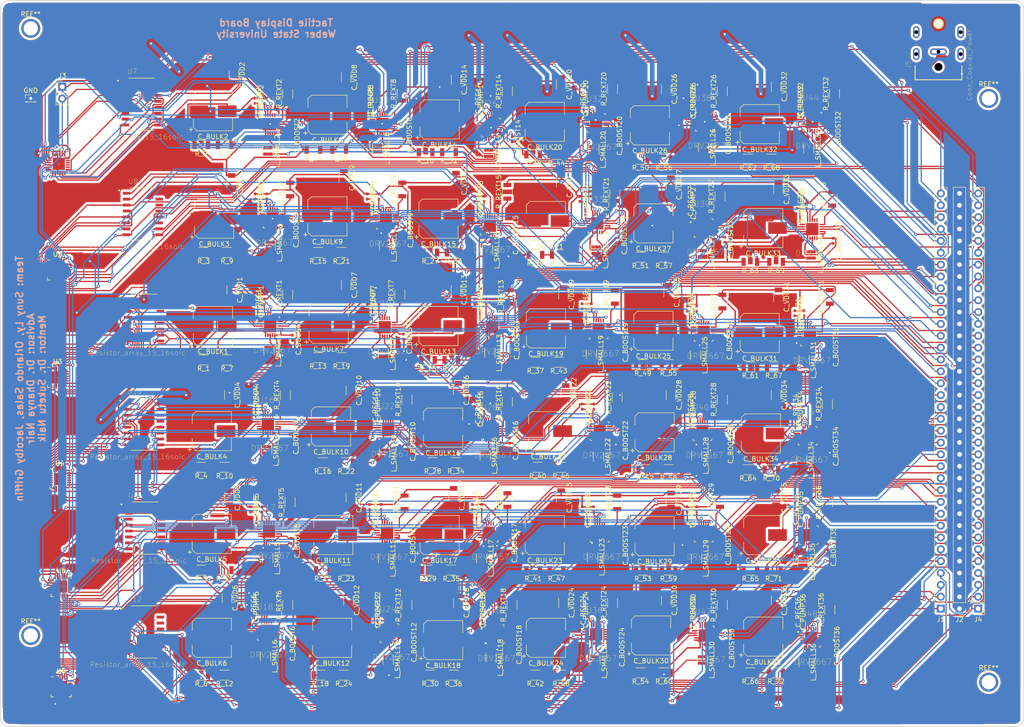
<source format=kicad_pcb>
(kicad_pcb (version 4) (host pcbnew 4.0.7)

  (general
    (links 1269)
    (no_connects 0)
    (area 14.847599 13.924999 242.575001 169.575001)
    (thickness 1.6002)
    (drawings 12)
    (tracks 6750)
    (zones 0)
    (modules 382)
    (nets 513)
  )

  (page USLetter)
  (layers
    (0 F.Cu signal)
    (31 B.Cu signal)
    (34 B.Paste user hide)
    (35 F.Paste user hide)
    (36 B.SilkS user)
    (37 F.SilkS user)
    (38 B.Mask user hide)
    (39 F.Mask user hide)
    (42 Eco1.User user)
    (43 Eco2.User user)
    (44 Edge.Cuts user)
  )

  (setup
    (last_trace_width 0.26)
    (user_trace_width 0.7)
    (user_trace_width 0.8)
    (user_trace_width 0.9)
    (user_trace_width 1)
    (user_trace_width 2)
    (user_trace_width 3)
    (trace_clearance 0.1524)
    (zone_clearance 0.508)
    (zone_45_only no)
    (trace_min 0.1524)
    (segment_width 0.2)
    (edge_width 0.15)
    (via_size 0.6858)
    (via_drill 0.3302)
    (via_min_size 0.6858)
    (via_min_drill 0.3302)
    (user_via 0.8 0.4)
    (uvia_size 0.6858)
    (uvia_drill 0.3302)
    (uvias_allowed no)
    (uvia_min_size 0)
    (uvia_min_drill 0)
    (pcb_text_width 0.3)
    (pcb_text_size 1.5 1.5)
    (mod_edge_width 0.15)
    (mod_text_size 1 1)
    (mod_text_width 0.15)
    (pad_size 1 1)
    (pad_drill 0.65)
    (pad_to_mask_clearance 0.0508)
    (aux_axis_origin 0 0)
    (visible_elements 7FFFEFFF)
    (pcbplotparams
      (layerselection 0x01030_80000001)
      (usegerberextensions false)
      (excludeedgelayer true)
      (linewidth 0.100000)
      (plotframeref false)
      (viasonmask false)
      (mode 1)
      (useauxorigin false)
      (hpglpennumber 1)
      (hpglpenspeed 20)
      (hpglpendiameter 15)
      (hpglpenoverlay 2)
      (psnegative false)
      (psa4output false)
      (plotreference true)
      (plotvalue true)
      (plotinvisibletext false)
      (padsonsilk false)
      (subtractmaskfromsilk false)
      (outputformat 1)
      (mirror false)
      (drillshape 0)
      (scaleselection 1)
      (outputdirectory ""))
  )

  (net 0 "")
  (net 1 "Net-(C_BOOST1-Pad1)")
  (net 2 GND)
  (net 3 "Net-(C_BOOST2-Pad1)")
  (net 4 "Net-(C_BOOST3-Pad1)")
  (net 5 "Net-(C_BOOST4-Pad1)")
  (net 6 "Net-(C_BOOST5-Pad1)")
  (net 7 "Net-(C_BOOST6-Pad1)")
  (net 8 "Net-(C_BOOST7-Pad1)")
  (net 9 "Net-(C_BOOST8-Pad1)")
  (net 10 "Net-(C_BOOST9-Pad1)")
  (net 11 "Net-(C_BOOST10-Pad1)")
  (net 12 "Net-(C_BOOST11-Pad1)")
  (net 13 "Net-(C_BOOST12-Pad1)")
  (net 14 "Net-(C_BOOST13-Pad1)")
  (net 15 "Net-(C_BOOST14-Pad1)")
  (net 16 "Net-(C_BOOST15-Pad1)")
  (net 17 "Net-(C_BOOST16-Pad1)")
  (net 18 "Net-(C_BOOST17-Pad1)")
  (net 19 "Net-(C_BOOST18-Pad1)")
  (net 20 "Net-(C_BOOST19-Pad1)")
  (net 21 "Net-(C_BOOST20-Pad1)")
  (net 22 "Net-(C_BOOST21-Pad1)")
  (net 23 "Net-(C_BOOST22-Pad1)")
  (net 24 "Net-(C_BOOST23-Pad1)")
  (net 25 "Net-(C_BOOST24-Pad1)")
  (net 26 "Net-(C_BOOST25-Pad1)")
  (net 27 "Net-(C_BOOST26-Pad1)")
  (net 28 "Net-(C_BOOST27-Pad1)")
  (net 29 "Net-(C_BOOST28-Pad1)")
  (net 30 "Net-(C_BOOST29-Pad1)")
  (net 31 "Net-(C_BOOST30-Pad1)")
  (net 32 "Net-(C_BOOST31-Pad1)")
  (net 33 "Net-(C_BOOST32-Pad1)")
  (net 34 "Net-(C_BOOST33-Pad1)")
  (net 35 "Net-(C_BOOST34-Pad1)")
  (net 36 "Net-(C_BOOST35-Pad1)")
  (net 37 "Net-(C_BOOST36-Pad1)")
  (net 38 VDD)
  (net 39 "Net-(C_PUMP1-Pad2)")
  (net 40 "Net-(C_PUMP2-Pad2)")
  (net 41 "Net-(C_PUMP3-Pad2)")
  (net 42 "Net-(C_PUMP4-Pad2)")
  (net 43 "Net-(C_PUMP5-Pad2)")
  (net 44 "Net-(C_PUMP6-Pad2)")
  (net 45 "Net-(C_PUMP7-Pad2)")
  (net 46 "Net-(C_PUMP8-Pad2)")
  (net 47 "Net-(C_PUMP9-Pad2)")
  (net 48 "Net-(C_PUMP10-Pad2)")
  (net 49 "Net-(C_PUMP11-Pad2)")
  (net 50 "Net-(C_PUMP12-Pad2)")
  (net 51 "Net-(C_PUMP13-Pad2)")
  (net 52 "Net-(C_PUMP14-Pad2)")
  (net 53 "Net-(C_PUMP15-Pad2)")
  (net 54 "Net-(C_PUMP16-Pad2)")
  (net 55 "Net-(C_PUMP17-Pad2)")
  (net 56 "Net-(C_PUMP18-Pad2)")
  (net 57 "Net-(C_PUMP19-Pad2)")
  (net 58 "Net-(C_PUMP20-Pad2)")
  (net 59 "Net-(C_PUMP21-Pad2)")
  (net 60 "Net-(C_PUMP22-Pad2)")
  (net 61 "Net-(C_PUMP23-Pad2)")
  (net 62 "Net-(C_PUMP24-Pad2)")
  (net 63 "Net-(C_PUMP25-Pad2)")
  (net 64 "Net-(C_PUMP26-Pad2)")
  (net 65 "Net-(C_PUMP27-Pad2)")
  (net 66 "Net-(C_PUMP28-Pad2)")
  (net 67 "Net-(C_PUMP29-Pad2)")
  (net 68 "Net-(C_PUMP30-Pad2)")
  (net 69 "Net-(C_PUMP31-Pad2)")
  (net 70 "Net-(C_PUMP32-Pad2)")
  (net 71 "Net-(C_PUMP33-Pad2)")
  (net 72 "Net-(C_PUMP34-Pad2)")
  (net 73 "Net-(C_PUMP35-Pad2)")
  (net 74 "Net-(C_PUMP36-Pad2)")
  (net 75 "Net-(C_REG1-Pad1)")
  (net 76 "Net-(C_REG2-Pad1)")
  (net 77 "Net-(C_REG3-Pad1)")
  (net 78 "Net-(C_REG4-Pad1)")
  (net 79 "Net-(C_REG5-Pad1)")
  (net 80 "Net-(C_REG6-Pad1)")
  (net 81 "Net-(C_REG7-Pad1)")
  (net 82 "Net-(C_REG8-Pad1)")
  (net 83 "Net-(C_REG9-Pad1)")
  (net 84 "Net-(C_REG10-Pad1)")
  (net 85 "Net-(C_REG11-Pad1)")
  (net 86 "Net-(C_REG12-Pad1)")
  (net 87 "Net-(C_REG13-Pad1)")
  (net 88 "Net-(C_REG14-Pad1)")
  (net 89 "Net-(C_REG15-Pad1)")
  (net 90 "Net-(C_REG16-Pad1)")
  (net 91 "Net-(C_REG17-Pad1)")
  (net 92 "Net-(C_REG18-Pad1)")
  (net 93 "Net-(C_REG19-Pad1)")
  (net 94 "Net-(C_REG20-Pad1)")
  (net 95 "Net-(C_REG21-Pad1)")
  (net 96 "Net-(C_REG22-Pad1)")
  (net 97 "Net-(C_REG23-Pad1)")
  (net 98 "Net-(C_REG24-Pad1)")
  (net 99 "Net-(C_REG25-Pad1)")
  (net 100 "Net-(C_REG26-Pad1)")
  (net 101 "Net-(C_REG27-Pad1)")
  (net 102 "Net-(C_REG28-Pad1)")
  (net 103 "Net-(C_REG29-Pad1)")
  (net 104 "Net-(C_REG30-Pad1)")
  (net 105 "Net-(C_REG31-Pad1)")
  (net 106 "Net-(C_REG32-Pad1)")
  (net 107 "Net-(C_REG33-Pad1)")
  (net 108 "Net-(C_REG34-Pad1)")
  (net 109 "Net-(C_REG35-Pad1)")
  (net 110 "Net-(C_REG36-Pad1)")
  (net 111 OUT36+)
  (net 112 OUT35+)
  (net 113 OUT34+)
  (net 114 OUT33+)
  (net 115 OUT32+)
  (net 116 OUT31+)
  (net 117 OUT30+)
  (net 118 OUT29+)
  (net 119 OUT28+)
  (net 120 OUT27+)
  (net 121 OUT26+)
  (net 122 OUT25+)
  (net 123 OUT24+)
  (net 124 OUT23+)
  (net 125 OUT22+)
  (net 126 OUT21+)
  (net 127 OUT20+)
  (net 128 OUT19+)
  (net 129 OUT18+)
  (net 130 OUT17+)
  (net 131 OUT16+)
  (net 132 OUT15+)
  (net 133 OUT14+)
  (net 134 OUT13+)
  (net 135 OUT12+)
  (net 136 OUT11+)
  (net 137 OUT10+)
  (net 138 OUT9+)
  (net 139 OUT8+)
  (net 140 OUT7+)
  (net 141 OUT6+)
  (net 142 OUT5+)
  (net 143 OUT4+)
  (net 144 OUT3+)
  (net 145 OUT2+)
  (net 146 OUT1+)
  (net 147 "Net-(J3-Pad1)")
  (net 148 "Net-(J3-Pad2)")
  (net 149 OUT36-)
  (net 150 OUT35-)
  (net 151 OUT34-)
  (net 152 OUT33-)
  (net 153 OUT32-)
  (net 154 OUT31-)
  (net 155 OUT30-)
  (net 156 OUT29-)
  (net 157 OUT28-)
  (net 158 OUT27-)
  (net 159 OUT26-)
  (net 160 OUT25-)
  (net 161 OUT24-)
  (net 162 OUT23-)
  (net 163 OUT22-)
  (net 164 OUT21-)
  (net 165 OUT20-)
  (net 166 OUT19-)
  (net 167 OUT18-)
  (net 168 OUT17-)
  (net 169 OUT16-)
  (net 170 OUT15-)
  (net 171 OUT14-)
  (net 172 OUT13-)
  (net 173 OUT12-)
  (net 174 OUT11-)
  (net 175 OUT10-)
  (net 176 OUT9-)
  (net 177 OUT8-)
  (net 178 OUT7-)
  (net 179 OUT6-)
  (net 180 OUT5-)
  (net 181 OUT4-)
  (net 182 OUT3-)
  (net 183 OUT2-)
  (net 184 OUT1-)
  (net 185 "Net-(L_SMALL1-Pad1)")
  (net 186 "Net-(L_SMALL2-Pad1)")
  (net 187 "Net-(L_SMALL3-Pad1)")
  (net 188 "Net-(L_SMALL4-Pad1)")
  (net 189 "Net-(L_SMALL5-Pad1)")
  (net 190 "Net-(L_SMALL6-Pad1)")
  (net 191 "Net-(L_SMALL7-Pad1)")
  (net 192 "Net-(L_SMALL8-Pad1)")
  (net 193 "Net-(L_SMALL9-Pad1)")
  (net 194 "Net-(L_SMALL10-Pad1)")
  (net 195 "Net-(L_SMALL11-Pad1)")
  (net 196 "Net-(L_SMALL12-Pad1)")
  (net 197 "Net-(L_SMALL13-Pad1)")
  (net 198 "Net-(L_SMALL14-Pad1)")
  (net 199 "Net-(L_SMALL15-Pad1)")
  (net 200 "Net-(L_SMALL16-Pad1)")
  (net 201 "Net-(L_SMALL17-Pad1)")
  (net 202 "Net-(L_SMALL18-Pad1)")
  (net 203 "Net-(L_SMALL19-Pad1)")
  (net 204 "Net-(L_SMALL20-Pad1)")
  (net 205 "Net-(L_SMALL21-Pad1)")
  (net 206 "Net-(L_SMALL22-Pad1)")
  (net 207 "Net-(L_SMALL23-Pad1)")
  (net 208 "Net-(L_SMALL24-Pad1)")
  (net 209 "Net-(L_SMALL25-Pad1)")
  (net 210 "Net-(L_SMALL26-Pad1)")
  (net 211 "Net-(L_SMALL27-Pad1)")
  (net 212 "Net-(L_SMALL28-Pad1)")
  (net 213 "Net-(L_SMALL29-Pad1)")
  (net 214 "Net-(L_SMALL30-Pad1)")
  (net 215 "Net-(L_SMALL31-Pad1)")
  (net 216 "Net-(L_SMALL32-Pad1)")
  (net 217 "Net-(L_SMALL33-Pad1)")
  (net 218 "Net-(L_SMALL34-Pad1)")
  (net 219 "Net-(L_SMALL35-Pad1)")
  (net 220 "Net-(L_SMALL36-Pad1)")
  (net 221 "Net-(R_1-Pad1)")
  (net 222 "Net-(R_2-Pad1)")
  (net 223 "Net-(R_3-Pad1)")
  (net 224 "Net-(R_10-Pad2)")
  (net 225 "Net-(R_11-Pad2)")
  (net 226 "Net-(R_12-Pad2)")
  (net 227 "Net-(R_13-Pad1)")
  (net 228 "Net-(R_14-Pad1)")
  (net 229 "Net-(R_15-Pad1)")
  (net 230 "Net-(R_16-Pad1)")
  (net 231 "Net-(R_17-Pad1)")
  (net 232 "Net-(R_18-Pad1)")
  (net 233 "Net-(R_25-Pad1)")
  (net 234 "Net-(R_26-Pad1)")
  (net 235 "Net-(R_27-Pad1)")
  (net 236 "Net-(R_28-Pad1)")
  (net 237 "Net-(R_29-Pad1)")
  (net 238 "Net-(R_30-Pad1)")
  (net 239 "Net-(R_37-Pad1)")
  (net 240 "Net-(R_38-Pad1)")
  (net 241 "Net-(R_39-Pad1)")
  (net 242 "Net-(R_40-Pad1)")
  (net 243 "Net-(R_41-Pad1)")
  (net 244 "Net-(R_42-Pad1)")
  (net 245 "Net-(R_49-Pad1)")
  (net 246 "Net-(R_50-Pad1)")
  (net 247 "Net-(R_51-Pad1)")
  (net 248 "Net-(R_52-Pad1)")
  (net 249 "Net-(R_53-Pad1)")
  (net 250 "Net-(R_54-Pad1)")
  (net 251 "Net-(R_61-Pad1)")
  (net 252 "Net-(R_62-Pad1)")
  (net 253 "Net-(R_63-Pad1)")
  (net 254 "Net-(R_64-Pad1)")
  (net 255 "Net-(R_65-Pad1)")
  (net 256 "Net-(R_66-Pad1)")
  (net 257 "Net-(R_REXT1-Pad1)")
  (net 258 "Net-(R_REXT2-Pad1)")
  (net 259 "Net-(R_REXT3-Pad1)")
  (net 260 "Net-(R_REXT4-Pad1)")
  (net 261 "Net-(R_REXT5-Pad1)")
  (net 262 "Net-(R_REXT6-Pad1)")
  (net 263 "Net-(R_REXT7-Pad1)")
  (net 264 "Net-(R_REXT8-Pad1)")
  (net 265 "Net-(R_REXT9-Pad1)")
  (net 266 "Net-(R_REXT10-Pad1)")
  (net 267 "Net-(R_REXT11-Pad1)")
  (net 268 "Net-(R_REXT12-Pad1)")
  (net 269 "Net-(R_REXT13-Pad1)")
  (net 270 "Net-(R_REXT14-Pad1)")
  (net 271 "Net-(R_REXT15-Pad1)")
  (net 272 "Net-(R_REXT16-Pad1)")
  (net 273 "Net-(R_REXT17-Pad1)")
  (net 274 "Net-(R_REXT18-Pad1)")
  (net 275 "Net-(R_REXT19-Pad1)")
  (net 276 "Net-(R_REXT20-Pad1)")
  (net 277 "Net-(R_REXT21-Pad1)")
  (net 278 "Net-(R_REXT22-Pad1)")
  (net 279 "Net-(R_REXT23-Pad1)")
  (net 280 "Net-(R_REXT24-Pad1)")
  (net 281 "Net-(R_REXT25-Pad1)")
  (net 282 "Net-(R_REXT26-Pad1)")
  (net 283 "Net-(R_REXT27-Pad1)")
  (net 284 "Net-(R_REXT28-Pad1)")
  (net 285 "Net-(R_REXT29-Pad1)")
  (net 286 "Net-(R_REXT30-Pad1)")
  (net 287 "Net-(R_REXT31-Pad1)")
  (net 288 "Net-(R_REXT32-Pad1)")
  (net 289 "Net-(R_REXT33-Pad1)")
  (net 290 "Net-(R_REXT34-Pad1)")
  (net 291 "Net-(R_REXT35-Pad1)")
  (net 292 "Net-(R_REXT36-Pad1)")
  (net 293 SDA1)
  (net 294 SCL1)
  (net 295 SDA2)
  (net 296 SCL2)
  (net 297 SDA3)
  (net 298 SCL3)
  (net 299 SDA4)
  (net 300 SCL4)
  (net 301 SDA5)
  (net 302 SCL5)
  (net 303 SDA6)
  (net 304 SCL6)
  (net 305 "Net-(U1-Pad14)")
  (net 306 "Net-(U1-Pad15)")
  (net 307 "Net-(U1-Pad16)")
  (net 308 "Net-(U1-Pad17)")
  (net 309 SDA7)
  (net 310 SCL7)
  (net 311 SDA8)
  (net 312 SCL8)
  (net 313 SDA9)
  (net 314 SCL9)
  (net 315 SDA10)
  (net 316 SCL10)
  (net 317 SDA11)
  (net 318 SCL11)
  (net 319 SDA12)
  (net 320 SCL12)
  (net 321 "Net-(U2-Pad14)")
  (net 322 "Net-(U2-Pad15)")
  (net 323 "Net-(U2-Pad16)")
  (net 324 "Net-(U2-Pad17)")
  (net 325 SDA13)
  (net 326 SCL13)
  (net 327 SDA14)
  (net 328 SCL14)
  (net 329 SDA15)
  (net 330 SCL15)
  (net 331 SDA16)
  (net 332 SCL16)
  (net 333 SDA17)
  (net 334 SCL17)
  (net 335 SDA18)
  (net 336 SCL18)
  (net 337 "Net-(U3-Pad14)")
  (net 338 "Net-(U3-Pad15)")
  (net 339 "Net-(U3-Pad16)")
  (net 340 "Net-(U3-Pad17)")
  (net 341 SDA19)
  (net 342 SCL19)
  (net 343 SDA20)
  (net 344 SCL20)
  (net 345 SDA21)
  (net 346 SCL21)
  (net 347 SDA22)
  (net 348 SCL22)
  (net 349 SDA23)
  (net 350 SCL23)
  (net 351 SDA24)
  (net 352 SCL24)
  (net 353 "Net-(U4-Pad14)")
  (net 354 "Net-(U4-Pad15)")
  (net 355 "Net-(U4-Pad16)")
  (net 356 "Net-(U4-Pad17)")
  (net 357 SDA25)
  (net 358 SCL25)
  (net 359 SDA26)
  (net 360 SCL26)
  (net 361 SDA27)
  (net 362 SCL27)
  (net 363 SDA28)
  (net 364 SCL28)
  (net 365 SDA29)
  (net 366 SCL29)
  (net 367 SDA30)
  (net 368 SCL30)
  (net 369 "Net-(U5-Pad14)")
  (net 370 "Net-(U5-Pad15)")
  (net 371 "Net-(U5-Pad16)")
  (net 372 "Net-(U5-Pad17)")
  (net 373 SDA31)
  (net 374 SCL31)
  (net 375 SDA32)
  (net 376 SCL32)
  (net 377 SDA33)
  (net 378 SCL33)
  (net 379 SDA34)
  (net 380 SCL34)
  (net 381 SDA35)
  (net 382 SCL35)
  (net 383 SDA36)
  (net 384 SCL36)
  (net 385 "Net-(U6-Pad14)")
  (net 386 "Net-(U6-Pad15)")
  (net 387 "Net-(U6-Pad16)")
  (net 388 "Net-(U6-Pad17)")
  (net 389 "Net-(U7-Pad15)")
  (net 390 "Net-(U8-Pad13)")
  (net 391 "Net-(U8-Pad14)")
  (net 392 "Net-(U8-Pad15)")
  (net 393 "Net-(U9-Pad13)")
  (net 394 "Net-(U9-Pad14)")
  (net 395 "Net-(U9-Pad15)")
  (net 396 "Net-(U10-Pad13)")
  (net 397 "Net-(U10-Pad14)")
  (net 398 "Net-(U10-Pad15)")
  (net 399 "Net-(U11-Pad13)")
  (net 400 "Net-(U11-Pad14)")
  (net 401 "Net-(U11-Pad15)")
  (net 402 "Net-(U12-Pad13)")
  (net 403 "Net-(U12-Pad14)")
  (net 404 "Net-(U12-Pad15)")
  (net 405 "Net-(U13-Pad9)")
  (net 406 "Net-(U13-Pad16)")
  (net 407 "Net-(U13-Pad17)")
  (net 408 "Net-(U14-Pad9)")
  (net 409 "Net-(U14-Pad16)")
  (net 410 "Net-(U14-Pad17)")
  (net 411 "Net-(U15-Pad9)")
  (net 412 "Net-(U15-Pad16)")
  (net 413 "Net-(U15-Pad17)")
  (net 414 "Net-(U16-Pad9)")
  (net 415 "Net-(U16-Pad16)")
  (net 416 "Net-(U16-Pad17)")
  (net 417 "Net-(U17-Pad9)")
  (net 418 "Net-(U17-Pad16)")
  (net 419 "Net-(U17-Pad17)")
  (net 420 "Net-(U18-Pad9)")
  (net 421 "Net-(U18-Pad16)")
  (net 422 "Net-(U18-Pad17)")
  (net 423 "Net-(U19-Pad9)")
  (net 424 "Net-(U19-Pad16)")
  (net 425 "Net-(U19-Pad17)")
  (net 426 "Net-(U20-Pad9)")
  (net 427 "Net-(U20-Pad16)")
  (net 428 "Net-(U20-Pad17)")
  (net 429 "Net-(U21-Pad9)")
  (net 430 "Net-(U21-Pad16)")
  (net 431 "Net-(U21-Pad17)")
  (net 432 "Net-(U22-Pad9)")
  (net 433 "Net-(U22-Pad16)")
  (net 434 "Net-(U22-Pad17)")
  (net 435 "Net-(U23-Pad9)")
  (net 436 "Net-(U23-Pad16)")
  (net 437 "Net-(U23-Pad17)")
  (net 438 "Net-(U24-Pad9)")
  (net 439 "Net-(U24-Pad16)")
  (net 440 "Net-(U24-Pad17)")
  (net 441 "Net-(U25-Pad9)")
  (net 442 "Net-(U25-Pad16)")
  (net 443 "Net-(U25-Pad17)")
  (net 444 "Net-(U26-Pad9)")
  (net 445 "Net-(U26-Pad16)")
  (net 446 "Net-(U26-Pad17)")
  (net 447 "Net-(U27-Pad9)")
  (net 448 "Net-(U27-Pad16)")
  (net 449 "Net-(U27-Pad17)")
  (net 450 "Net-(U28-Pad9)")
  (net 451 "Net-(U28-Pad16)")
  (net 452 "Net-(U28-Pad17)")
  (net 453 "Net-(U29-Pad9)")
  (net 454 "Net-(U29-Pad16)")
  (net 455 "Net-(U29-Pad17)")
  (net 456 "Net-(U30-Pad9)")
  (net 457 "Net-(U30-Pad16)")
  (net 458 "Net-(U30-Pad17)")
  (net 459 "Net-(U31-Pad9)")
  (net 460 "Net-(U31-Pad16)")
  (net 461 "Net-(U31-Pad17)")
  (net 462 "Net-(U32-Pad9)")
  (net 463 "Net-(U32-Pad16)")
  (net 464 "Net-(U32-Pad17)")
  (net 465 "Net-(U33-Pad9)")
  (net 466 "Net-(U33-Pad16)")
  (net 467 "Net-(U33-Pad17)")
  (net 468 "Net-(U34-Pad9)")
  (net 469 "Net-(U34-Pad16)")
  (net 470 "Net-(U34-Pad17)")
  (net 471 "Net-(U35-Pad9)")
  (net 472 "Net-(U35-Pad16)")
  (net 473 "Net-(U35-Pad17)")
  (net 474 "Net-(U36-Pad9)")
  (net 475 "Net-(U36-Pad16)")
  (net 476 "Net-(U36-Pad17)")
  (net 477 "Net-(U37-Pad9)")
  (net 478 "Net-(U37-Pad16)")
  (net 479 "Net-(U37-Pad17)")
  (net 480 "Net-(U38-Pad9)")
  (net 481 "Net-(U38-Pad16)")
  (net 482 "Net-(U38-Pad17)")
  (net 483 "Net-(U39-Pad9)")
  (net 484 "Net-(U39-Pad16)")
  (net 485 "Net-(U39-Pad17)")
  (net 486 "Net-(U40-Pad9)")
  (net 487 "Net-(U40-Pad16)")
  (net 488 "Net-(U40-Pad17)")
  (net 489 "Net-(U41-Pad9)")
  (net 490 "Net-(U41-Pad16)")
  (net 491 "Net-(U41-Pad17)")
  (net 492 "Net-(U42-Pad9)")
  (net 493 "Net-(U42-Pad16)")
  (net 494 "Net-(U42-Pad17)")
  (net 495 "Net-(U43-Pad9)")
  (net 496 "Net-(U43-Pad16)")
  (net 497 "Net-(U43-Pad17)")
  (net 498 "Net-(U44-Pad9)")
  (net 499 "Net-(U44-Pad16)")
  (net 500 "Net-(U44-Pad17)")
  (net 501 "Net-(U45-Pad9)")
  (net 502 "Net-(U45-Pad16)")
  (net 503 "Net-(U45-Pad17)")
  (net 504 "Net-(U46-Pad9)")
  (net 505 "Net-(U46-Pad16)")
  (net 506 "Net-(U46-Pad17)")
  (net 507 "Net-(U47-Pad9)")
  (net 508 "Net-(U47-Pad16)")
  (net 509 "Net-(U47-Pad17)")
  (net 510 "Net-(U48-Pad9)")
  (net 511 "Net-(U48-Pad16)")
  (net 512 "Net-(U48-Pad17)")

  (net_class Default "This is the default net class."
    (clearance 0.1524)
    (trace_width 0.26)
    (via_dia 0.6858)
    (via_drill 0.3302)
    (uvia_dia 0.6858)
    (uvia_drill 0.3302)
    (add_net "Net-(C_BOOST1-Pad1)")
    (add_net "Net-(C_BOOST10-Pad1)")
    (add_net "Net-(C_BOOST11-Pad1)")
    (add_net "Net-(C_BOOST12-Pad1)")
    (add_net "Net-(C_BOOST13-Pad1)")
    (add_net "Net-(C_BOOST14-Pad1)")
    (add_net "Net-(C_BOOST15-Pad1)")
    (add_net "Net-(C_BOOST16-Pad1)")
    (add_net "Net-(C_BOOST17-Pad1)")
    (add_net "Net-(C_BOOST18-Pad1)")
    (add_net "Net-(C_BOOST19-Pad1)")
    (add_net "Net-(C_BOOST2-Pad1)")
    (add_net "Net-(C_BOOST20-Pad1)")
    (add_net "Net-(C_BOOST21-Pad1)")
    (add_net "Net-(C_BOOST22-Pad1)")
    (add_net "Net-(C_BOOST23-Pad1)")
    (add_net "Net-(C_BOOST24-Pad1)")
    (add_net "Net-(C_BOOST25-Pad1)")
    (add_net "Net-(C_BOOST26-Pad1)")
    (add_net "Net-(C_BOOST27-Pad1)")
    (add_net "Net-(C_BOOST28-Pad1)")
    (add_net "Net-(C_BOOST29-Pad1)")
    (add_net "Net-(C_BOOST3-Pad1)")
    (add_net "Net-(C_BOOST30-Pad1)")
    (add_net "Net-(C_BOOST31-Pad1)")
    (add_net "Net-(C_BOOST32-Pad1)")
    (add_net "Net-(C_BOOST33-Pad1)")
    (add_net "Net-(C_BOOST34-Pad1)")
    (add_net "Net-(C_BOOST35-Pad1)")
    (add_net "Net-(C_BOOST36-Pad1)")
    (add_net "Net-(C_BOOST4-Pad1)")
    (add_net "Net-(C_BOOST5-Pad1)")
    (add_net "Net-(C_BOOST6-Pad1)")
    (add_net "Net-(C_BOOST7-Pad1)")
    (add_net "Net-(C_BOOST8-Pad1)")
    (add_net "Net-(C_BOOST9-Pad1)")
    (add_net "Net-(C_PUMP1-Pad2)")
    (add_net "Net-(C_PUMP10-Pad2)")
    (add_net "Net-(C_PUMP11-Pad2)")
    (add_net "Net-(C_PUMP12-Pad2)")
    (add_net "Net-(C_PUMP13-Pad2)")
    (add_net "Net-(C_PUMP14-Pad2)")
    (add_net "Net-(C_PUMP15-Pad2)")
    (add_net "Net-(C_PUMP16-Pad2)")
    (add_net "Net-(C_PUMP17-Pad2)")
    (add_net "Net-(C_PUMP18-Pad2)")
    (add_net "Net-(C_PUMP19-Pad2)")
    (add_net "Net-(C_PUMP2-Pad2)")
    (add_net "Net-(C_PUMP20-Pad2)")
    (add_net "Net-(C_PUMP21-Pad2)")
    (add_net "Net-(C_PUMP22-Pad2)")
    (add_net "Net-(C_PUMP23-Pad2)")
    (add_net "Net-(C_PUMP24-Pad2)")
    (add_net "Net-(C_PUMP25-Pad2)")
    (add_net "Net-(C_PUMP26-Pad2)")
    (add_net "Net-(C_PUMP27-Pad2)")
    (add_net "Net-(C_PUMP28-Pad2)")
    (add_net "Net-(C_PUMP29-Pad2)")
    (add_net "Net-(C_PUMP3-Pad2)")
    (add_net "Net-(C_PUMP30-Pad2)")
    (add_net "Net-(C_PUMP31-Pad2)")
    (add_net "Net-(C_PUMP32-Pad2)")
    (add_net "Net-(C_PUMP33-Pad2)")
    (add_net "Net-(C_PUMP34-Pad2)")
    (add_net "Net-(C_PUMP35-Pad2)")
    (add_net "Net-(C_PUMP36-Pad2)")
    (add_net "Net-(C_PUMP4-Pad2)")
    (add_net "Net-(C_PUMP5-Pad2)")
    (add_net "Net-(C_PUMP6-Pad2)")
    (add_net "Net-(C_PUMP7-Pad2)")
    (add_net "Net-(C_PUMP8-Pad2)")
    (add_net "Net-(C_PUMP9-Pad2)")
    (add_net "Net-(C_REG1-Pad1)")
    (add_net "Net-(C_REG10-Pad1)")
    (add_net "Net-(C_REG11-Pad1)")
    (add_net "Net-(C_REG12-Pad1)")
    (add_net "Net-(C_REG13-Pad1)")
    (add_net "Net-(C_REG14-Pad1)")
    (add_net "Net-(C_REG15-Pad1)")
    (add_net "Net-(C_REG16-Pad1)")
    (add_net "Net-(C_REG17-Pad1)")
    (add_net "Net-(C_REG18-Pad1)")
    (add_net "Net-(C_REG19-Pad1)")
    (add_net "Net-(C_REG2-Pad1)")
    (add_net "Net-(C_REG20-Pad1)")
    (add_net "Net-(C_REG21-Pad1)")
    (add_net "Net-(C_REG22-Pad1)")
    (add_net "Net-(C_REG23-Pad1)")
    (add_net "Net-(C_REG24-Pad1)")
    (add_net "Net-(C_REG25-Pad1)")
    (add_net "Net-(C_REG26-Pad1)")
    (add_net "Net-(C_REG27-Pad1)")
    (add_net "Net-(C_REG28-Pad1)")
    (add_net "Net-(C_REG29-Pad1)")
    (add_net "Net-(C_REG3-Pad1)")
    (add_net "Net-(C_REG30-Pad1)")
    (add_net "Net-(C_REG31-Pad1)")
    (add_net "Net-(C_REG32-Pad1)")
    (add_net "Net-(C_REG33-Pad1)")
    (add_net "Net-(C_REG34-Pad1)")
    (add_net "Net-(C_REG35-Pad1)")
    (add_net "Net-(C_REG36-Pad1)")
    (add_net "Net-(C_REG4-Pad1)")
    (add_net "Net-(C_REG5-Pad1)")
    (add_net "Net-(C_REG6-Pad1)")
    (add_net "Net-(C_REG7-Pad1)")
    (add_net "Net-(C_REG8-Pad1)")
    (add_net "Net-(C_REG9-Pad1)")
    (add_net "Net-(J3-Pad1)")
    (add_net "Net-(J3-Pad2)")
    (add_net "Net-(L_SMALL1-Pad1)")
    (add_net "Net-(L_SMALL10-Pad1)")
    (add_net "Net-(L_SMALL11-Pad1)")
    (add_net "Net-(L_SMALL12-Pad1)")
    (add_net "Net-(L_SMALL13-Pad1)")
    (add_net "Net-(L_SMALL14-Pad1)")
    (add_net "Net-(L_SMALL15-Pad1)")
    (add_net "Net-(L_SMALL16-Pad1)")
    (add_net "Net-(L_SMALL17-Pad1)")
    (add_net "Net-(L_SMALL18-Pad1)")
    (add_net "Net-(L_SMALL19-Pad1)")
    (add_net "Net-(L_SMALL2-Pad1)")
    (add_net "Net-(L_SMALL20-Pad1)")
    (add_net "Net-(L_SMALL21-Pad1)")
    (add_net "Net-(L_SMALL22-Pad1)")
    (add_net "Net-(L_SMALL23-Pad1)")
    (add_net "Net-(L_SMALL24-Pad1)")
    (add_net "Net-(L_SMALL25-Pad1)")
    (add_net "Net-(L_SMALL26-Pad1)")
    (add_net "Net-(L_SMALL27-Pad1)")
    (add_net "Net-(L_SMALL28-Pad1)")
    (add_net "Net-(L_SMALL29-Pad1)")
    (add_net "Net-(L_SMALL3-Pad1)")
    (add_net "Net-(L_SMALL30-Pad1)")
    (add_net "Net-(L_SMALL31-Pad1)")
    (add_net "Net-(L_SMALL32-Pad1)")
    (add_net "Net-(L_SMALL33-Pad1)")
    (add_net "Net-(L_SMALL34-Pad1)")
    (add_net "Net-(L_SMALL35-Pad1)")
    (add_net "Net-(L_SMALL36-Pad1)")
    (add_net "Net-(L_SMALL4-Pad1)")
    (add_net "Net-(L_SMALL5-Pad1)")
    (add_net "Net-(L_SMALL6-Pad1)")
    (add_net "Net-(L_SMALL7-Pad1)")
    (add_net "Net-(L_SMALL8-Pad1)")
    (add_net "Net-(L_SMALL9-Pad1)")
    (add_net "Net-(R_1-Pad1)")
    (add_net "Net-(R_10-Pad2)")
    (add_net "Net-(R_11-Pad2)")
    (add_net "Net-(R_12-Pad2)")
    (add_net "Net-(R_13-Pad1)")
    (add_net "Net-(R_14-Pad1)")
    (add_net "Net-(R_15-Pad1)")
    (add_net "Net-(R_16-Pad1)")
    (add_net "Net-(R_17-Pad1)")
    (add_net "Net-(R_18-Pad1)")
    (add_net "Net-(R_2-Pad1)")
    (add_net "Net-(R_25-Pad1)")
    (add_net "Net-(R_26-Pad1)")
    (add_net "Net-(R_27-Pad1)")
    (add_net "Net-(R_28-Pad1)")
    (add_net "Net-(R_29-Pad1)")
    (add_net "Net-(R_3-Pad1)")
    (add_net "Net-(R_30-Pad1)")
    (add_net "Net-(R_37-Pad1)")
    (add_net "Net-(R_38-Pad1)")
    (add_net "Net-(R_39-Pad1)")
    (add_net "Net-(R_40-Pad1)")
    (add_net "Net-(R_41-Pad1)")
    (add_net "Net-(R_42-Pad1)")
    (add_net "Net-(R_49-Pad1)")
    (add_net "Net-(R_50-Pad1)")
    (add_net "Net-(R_51-Pad1)")
    (add_net "Net-(R_52-Pad1)")
    (add_net "Net-(R_53-Pad1)")
    (add_net "Net-(R_54-Pad1)")
    (add_net "Net-(R_61-Pad1)")
    (add_net "Net-(R_62-Pad1)")
    (add_net "Net-(R_63-Pad1)")
    (add_net "Net-(R_64-Pad1)")
    (add_net "Net-(R_65-Pad1)")
    (add_net "Net-(R_66-Pad1)")
    (add_net "Net-(R_REXT1-Pad1)")
    (add_net "Net-(R_REXT10-Pad1)")
    (add_net "Net-(R_REXT11-Pad1)")
    (add_net "Net-(R_REXT12-Pad1)")
    (add_net "Net-(R_REXT13-Pad1)")
    (add_net "Net-(R_REXT14-Pad1)")
    (add_net "Net-(R_REXT15-Pad1)")
    (add_net "Net-(R_REXT16-Pad1)")
    (add_net "Net-(R_REXT17-Pad1)")
    (add_net "Net-(R_REXT18-Pad1)")
    (add_net "Net-(R_REXT19-Pad1)")
    (add_net "Net-(R_REXT2-Pad1)")
    (add_net "Net-(R_REXT20-Pad1)")
    (add_net "Net-(R_REXT21-Pad1)")
    (add_net "Net-(R_REXT22-Pad1)")
    (add_net "Net-(R_REXT23-Pad1)")
    (add_net "Net-(R_REXT24-Pad1)")
    (add_net "Net-(R_REXT25-Pad1)")
    (add_net "Net-(R_REXT26-Pad1)")
    (add_net "Net-(R_REXT27-Pad1)")
    (add_net "Net-(R_REXT28-Pad1)")
    (add_net "Net-(R_REXT29-Pad1)")
    (add_net "Net-(R_REXT3-Pad1)")
    (add_net "Net-(R_REXT30-Pad1)")
    (add_net "Net-(R_REXT31-Pad1)")
    (add_net "Net-(R_REXT32-Pad1)")
    (add_net "Net-(R_REXT33-Pad1)")
    (add_net "Net-(R_REXT34-Pad1)")
    (add_net "Net-(R_REXT35-Pad1)")
    (add_net "Net-(R_REXT36-Pad1)")
    (add_net "Net-(R_REXT4-Pad1)")
    (add_net "Net-(R_REXT5-Pad1)")
    (add_net "Net-(R_REXT6-Pad1)")
    (add_net "Net-(R_REXT7-Pad1)")
    (add_net "Net-(R_REXT8-Pad1)")
    (add_net "Net-(R_REXT9-Pad1)")
    (add_net "Net-(U1-Pad14)")
    (add_net "Net-(U1-Pad15)")
    (add_net "Net-(U1-Pad16)")
    (add_net "Net-(U1-Pad17)")
    (add_net "Net-(U10-Pad13)")
    (add_net "Net-(U10-Pad14)")
    (add_net "Net-(U10-Pad15)")
    (add_net "Net-(U11-Pad13)")
    (add_net "Net-(U11-Pad14)")
    (add_net "Net-(U11-Pad15)")
    (add_net "Net-(U12-Pad13)")
    (add_net "Net-(U12-Pad14)")
    (add_net "Net-(U12-Pad15)")
    (add_net "Net-(U13-Pad16)")
    (add_net "Net-(U13-Pad17)")
    (add_net "Net-(U13-Pad9)")
    (add_net "Net-(U14-Pad16)")
    (add_net "Net-(U14-Pad17)")
    (add_net "Net-(U14-Pad9)")
    (add_net "Net-(U15-Pad16)")
    (add_net "Net-(U15-Pad17)")
    (add_net "Net-(U15-Pad9)")
    (add_net "Net-(U16-Pad16)")
    (add_net "Net-(U16-Pad17)")
    (add_net "Net-(U16-Pad9)")
    (add_net "Net-(U17-Pad16)")
    (add_net "Net-(U17-Pad17)")
    (add_net "Net-(U17-Pad9)")
    (add_net "Net-(U18-Pad16)")
    (add_net "Net-(U18-Pad17)")
    (add_net "Net-(U18-Pad9)")
    (add_net "Net-(U19-Pad16)")
    (add_net "Net-(U19-Pad17)")
    (add_net "Net-(U19-Pad9)")
    (add_net "Net-(U2-Pad14)")
    (add_net "Net-(U2-Pad15)")
    (add_net "Net-(U2-Pad16)")
    (add_net "Net-(U2-Pad17)")
    (add_net "Net-(U20-Pad16)")
    (add_net "Net-(U20-Pad17)")
    (add_net "Net-(U20-Pad9)")
    (add_net "Net-(U21-Pad16)")
    (add_net "Net-(U21-Pad17)")
    (add_net "Net-(U21-Pad9)")
    (add_net "Net-(U22-Pad16)")
    (add_net "Net-(U22-Pad17)")
    (add_net "Net-(U22-Pad9)")
    (add_net "Net-(U23-Pad16)")
    (add_net "Net-(U23-Pad17)")
    (add_net "Net-(U23-Pad9)")
    (add_net "Net-(U24-Pad16)")
    (add_net "Net-(U24-Pad17)")
    (add_net "Net-(U24-Pad9)")
    (add_net "Net-(U25-Pad16)")
    (add_net "Net-(U25-Pad17)")
    (add_net "Net-(U25-Pad9)")
    (add_net "Net-(U26-Pad16)")
    (add_net "Net-(U26-Pad17)")
    (add_net "Net-(U26-Pad9)")
    (add_net "Net-(U27-Pad16)")
    (add_net "Net-(U27-Pad17)")
    (add_net "Net-(U27-Pad9)")
    (add_net "Net-(U28-Pad16)")
    (add_net "Net-(U28-Pad17)")
    (add_net "Net-(U28-Pad9)")
    (add_net "Net-(U29-Pad16)")
    (add_net "Net-(U29-Pad17)")
    (add_net "Net-(U29-Pad9)")
    (add_net "Net-(U3-Pad14)")
    (add_net "Net-(U3-Pad15)")
    (add_net "Net-(U3-Pad16)")
    (add_net "Net-(U3-Pad17)")
    (add_net "Net-(U30-Pad16)")
    (add_net "Net-(U30-Pad17)")
    (add_net "Net-(U30-Pad9)")
    (add_net "Net-(U31-Pad16)")
    (add_net "Net-(U31-Pad17)")
    (add_net "Net-(U31-Pad9)")
    (add_net "Net-(U32-Pad16)")
    (add_net "Net-(U32-Pad17)")
    (add_net "Net-(U32-Pad9)")
    (add_net "Net-(U33-Pad16)")
    (add_net "Net-(U33-Pad17)")
    (add_net "Net-(U33-Pad9)")
    (add_net "Net-(U34-Pad16)")
    (add_net "Net-(U34-Pad17)")
    (add_net "Net-(U34-Pad9)")
    (add_net "Net-(U35-Pad16)")
    (add_net "Net-(U35-Pad17)")
    (add_net "Net-(U35-Pad9)")
    (add_net "Net-(U36-Pad16)")
    (add_net "Net-(U36-Pad17)")
    (add_net "Net-(U36-Pad9)")
    (add_net "Net-(U37-Pad16)")
    (add_net "Net-(U37-Pad17)")
    (add_net "Net-(U37-Pad9)")
    (add_net "Net-(U38-Pad16)")
    (add_net "Net-(U38-Pad17)")
    (add_net "Net-(U38-Pad9)")
    (add_net "Net-(U39-Pad16)")
    (add_net "Net-(U39-Pad17)")
    (add_net "Net-(U39-Pad9)")
    (add_net "Net-(U4-Pad14)")
    (add_net "Net-(U4-Pad15)")
    (add_net "Net-(U4-Pad16)")
    (add_net "Net-(U4-Pad17)")
    (add_net "Net-(U40-Pad16)")
    (add_net "Net-(U40-Pad17)")
    (add_net "Net-(U40-Pad9)")
    (add_net "Net-(U41-Pad16)")
    (add_net "Net-(U41-Pad17)")
    (add_net "Net-(U41-Pad9)")
    (add_net "Net-(U42-Pad16)")
    (add_net "Net-(U42-Pad17)")
    (add_net "Net-(U42-Pad9)")
    (add_net "Net-(U43-Pad16)")
    (add_net "Net-(U43-Pad17)")
    (add_net "Net-(U43-Pad9)")
    (add_net "Net-(U44-Pad16)")
    (add_net "Net-(U44-Pad17)")
    (add_net "Net-(U44-Pad9)")
    (add_net "Net-(U45-Pad16)")
    (add_net "Net-(U45-Pad17)")
    (add_net "Net-(U45-Pad9)")
    (add_net "Net-(U46-Pad16)")
    (add_net "Net-(U46-Pad17)")
    (add_net "Net-(U46-Pad9)")
    (add_net "Net-(U47-Pad16)")
    (add_net "Net-(U47-Pad17)")
    (add_net "Net-(U47-Pad9)")
    (add_net "Net-(U48-Pad16)")
    (add_net "Net-(U48-Pad17)")
    (add_net "Net-(U48-Pad9)")
    (add_net "Net-(U5-Pad14)")
    (add_net "Net-(U5-Pad15)")
    (add_net "Net-(U5-Pad16)")
    (add_net "Net-(U5-Pad17)")
    (add_net "Net-(U6-Pad14)")
    (add_net "Net-(U6-Pad15)")
    (add_net "Net-(U6-Pad16)")
    (add_net "Net-(U6-Pad17)")
    (add_net "Net-(U7-Pad15)")
    (add_net "Net-(U8-Pad13)")
    (add_net "Net-(U8-Pad14)")
    (add_net "Net-(U8-Pad15)")
    (add_net "Net-(U9-Pad13)")
    (add_net "Net-(U9-Pad14)")
    (add_net "Net-(U9-Pad15)")
    (add_net OUT1+)
    (add_net OUT1-)
    (add_net OUT10+)
    (add_net OUT10-)
    (add_net OUT11+)
    (add_net OUT11-)
    (add_net OUT12+)
    (add_net OUT12-)
    (add_net OUT13+)
    (add_net OUT13-)
    (add_net OUT14+)
    (add_net OUT14-)
    (add_net OUT15+)
    (add_net OUT15-)
    (add_net OUT16+)
    (add_net OUT16-)
    (add_net OUT17+)
    (add_net OUT17-)
    (add_net OUT18+)
    (add_net OUT18-)
    (add_net OUT19+)
    (add_net OUT19-)
    (add_net OUT2+)
    (add_net OUT2-)
    (add_net OUT20+)
    (add_net OUT20-)
    (add_net OUT21+)
    (add_net OUT21-)
    (add_net OUT22+)
    (add_net OUT22-)
    (add_net OUT23+)
    (add_net OUT23-)
    (add_net OUT24+)
    (add_net OUT24-)
    (add_net OUT25+)
    (add_net OUT25-)
    (add_net OUT26+)
    (add_net OUT26-)
    (add_net OUT27+)
    (add_net OUT27-)
    (add_net OUT28+)
    (add_net OUT28-)
    (add_net OUT29+)
    (add_net OUT29-)
    (add_net OUT3+)
    (add_net OUT3-)
    (add_net OUT30+)
    (add_net OUT30-)
    (add_net OUT31+)
    (add_net OUT31-)
    (add_net OUT32+)
    (add_net OUT32-)
    (add_net OUT33+)
    (add_net OUT33-)
    (add_net OUT34+)
    (add_net OUT34-)
    (add_net OUT35+)
    (add_net OUT35-)
    (add_net OUT36+)
    (add_net OUT36-)
    (add_net OUT4+)
    (add_net OUT4-)
    (add_net OUT5+)
    (add_net OUT5-)
    (add_net OUT6+)
    (add_net OUT6-)
    (add_net OUT7+)
    (add_net OUT7-)
    (add_net OUT8+)
    (add_net OUT8-)
    (add_net OUT9+)
    (add_net OUT9-)
    (add_net SCL1)
    (add_net SCL10)
    (add_net SCL11)
    (add_net SCL12)
    (add_net SCL13)
    (add_net SCL14)
    (add_net SCL15)
    (add_net SCL16)
    (add_net SCL17)
    (add_net SCL18)
    (add_net SCL19)
    (add_net SCL2)
    (add_net SCL20)
    (add_net SCL21)
    (add_net SCL22)
    (add_net SCL23)
    (add_net SCL24)
    (add_net SCL25)
    (add_net SCL26)
    (add_net SCL27)
    (add_net SCL28)
    (add_net SCL29)
    (add_net SCL3)
    (add_net SCL30)
    (add_net SCL31)
    (add_net SCL32)
    (add_net SCL33)
    (add_net SCL34)
    (add_net SCL35)
    (add_net SCL36)
    (add_net SCL4)
    (add_net SCL5)
    (add_net SCL6)
    (add_net SCL7)
    (add_net SCL8)
    (add_net SCL9)
    (add_net SDA1)
    (add_net SDA10)
    (add_net SDA11)
    (add_net SDA12)
    (add_net SDA13)
    (add_net SDA14)
    (add_net SDA15)
    (add_net SDA16)
    (add_net SDA17)
    (add_net SDA18)
    (add_net SDA19)
    (add_net SDA2)
    (add_net SDA20)
    (add_net SDA21)
    (add_net SDA22)
    (add_net SDA23)
    (add_net SDA24)
    (add_net SDA25)
    (add_net SDA26)
    (add_net SDA27)
    (add_net SDA28)
    (add_net SDA29)
    (add_net SDA3)
    (add_net SDA30)
    (add_net SDA31)
    (add_net SDA32)
    (add_net SDA33)
    (add_net SDA34)
    (add_net SDA35)
    (add_net SDA36)
    (add_net SDA4)
    (add_net SDA5)
    (add_net SDA6)
    (add_net SDA7)
    (add_net SDA8)
    (add_net SDA9)
  )

  (net_class GNDCLASS ""
    (clearance 0.1524)
    (trace_width 0.3)
    (via_dia 0.6858)
    (via_drill 0.3302)
    (uvia_dia 0.6858)
    (uvia_drill 0.3302)
    (add_net GND)
  )

  (net_class VDDCLASS ""
    (clearance 0.1524)
    (trace_width 0.3)
    (via_dia 0.6858)
    (via_drill 0.3302)
    (uvia_dia 0.6858)
    (uvia_drill 0.3302)
    (add_net VDD)
  )

  (module Capacitors_SMD:C_0402_NoSilk (layer F.Cu) (tedit 58AA8408) (tstamp 5A86345F)
    (at 86 86.25 270)
    (descr "Capacitor SMD 0402, reflow soldering, AVX (see smccp.pdf)")
    (tags "capacitor 0402")
    (path /5A7C6308)
    (attr smd)
    (fp_text reference C_BOOST1 (at 0 -1.27 270) (layer F.SilkS)
      (effects (font (size 1 1) (thickness 0.15)))
    )
    (fp_text value 0.1uF (at 0 1.27 270) (layer F.Fab)
      (effects (font (size 1 1) (thickness 0.15)))
    )
    (fp_text user %R (at 0 -1.27 270) (layer F.Fab)
      (effects (font (size 1 1) (thickness 0.15)))
    )
    (fp_line (start -0.5 0.25) (end -0.5 -0.25) (layer F.Fab) (width 0.1))
    (fp_line (start 0.5 0.25) (end -0.5 0.25) (layer F.Fab) (width 0.1))
    (fp_line (start 0.5 -0.25) (end 0.5 0.25) (layer F.Fab) (width 0.1))
    (fp_line (start -0.5 -0.25) (end 0.5 -0.25) (layer F.Fab) (width 0.1))
    (fp_line (start -1 -0.4) (end 1 -0.4) (layer F.CrtYd) (width 0.05))
    (fp_line (start -1 -0.4) (end -1 0.4) (layer F.CrtYd) (width 0.05))
    (fp_line (start 1 0.4) (end 1 -0.4) (layer F.CrtYd) (width 0.05))
    (fp_line (start 1 0.4) (end -1 0.4) (layer F.CrtYd) (width 0.05))
    (pad 1 smd rect (at -0.55 0 270) (size 0.6 0.5) (layers F.Cu F.Paste F.Mask)
      (net 1 "Net-(C_BOOST1-Pad1)"))
    (pad 2 smd rect (at 0.55 0 270) (size 0.6 0.5) (layers F.Cu F.Paste F.Mask)
      (net 2 GND))
    (model Capacitors_SMD.3dshapes/C_0402.wrl
      (at (xyz 0 0 0))
      (scale (xyz 1 1 1))
      (rotate (xyz 0 0 0))
    )
  )

  (module Capacitors_SMD:C_0402_NoSilk (layer F.Cu) (tedit 58AA8408) (tstamp 5A863465)
    (at 85.75 43 270)
    (descr "Capacitor SMD 0402, reflow soldering, AVX (see smccp.pdf)")
    (tags "capacitor 0402")
    (path /5A6403D6)
    (attr smd)
    (fp_text reference C_BOOST2 (at 0 -1.27 270) (layer F.SilkS)
      (effects (font (size 1 1) (thickness 0.15)))
    )
    (fp_text value 0.1uF (at 0 1.27 270) (layer F.Fab)
      (effects (font (size 1 1) (thickness 0.15)))
    )
    (fp_text user %R (at 0 -1.27 270) (layer F.Fab)
      (effects (font (size 1 1) (thickness 0.15)))
    )
    (fp_line (start -0.5 0.25) (end -0.5 -0.25) (layer F.Fab) (width 0.1))
    (fp_line (start 0.5 0.25) (end -0.5 0.25) (layer F.Fab) (width 0.1))
    (fp_line (start 0.5 -0.25) (end 0.5 0.25) (layer F.Fab) (width 0.1))
    (fp_line (start -0.5 -0.25) (end 0.5 -0.25) (layer F.Fab) (width 0.1))
    (fp_line (start -1 -0.4) (end 1 -0.4) (layer F.CrtYd) (width 0.05))
    (fp_line (start -1 -0.4) (end -1 0.4) (layer F.CrtYd) (width 0.05))
    (fp_line (start 1 0.4) (end 1 -0.4) (layer F.CrtYd) (width 0.05))
    (fp_line (start 1 0.4) (end -1 0.4) (layer F.CrtYd) (width 0.05))
    (pad 1 smd rect (at -0.55 0 270) (size 0.6 0.5) (layers F.Cu F.Paste F.Mask)
      (net 3 "Net-(C_BOOST2-Pad1)"))
    (pad 2 smd rect (at 0.55 0 270) (size 0.6 0.5) (layers F.Cu F.Paste F.Mask)
      (net 2 GND))
    (model Capacitors_SMD.3dshapes/C_0402.wrl
      (at (xyz 0 0 0))
      (scale (xyz 1 1 1))
      (rotate (xyz 0 0 0))
    )
  )

  (module Capacitors_SMD:C_0402_NoSilk (layer F.Cu) (tedit 58AA8408) (tstamp 5A86346B)
    (at 85.5 63.25 270)
    (descr "Capacitor SMD 0402, reflow soldering, AVX (see smccp.pdf)")
    (tags "capacitor 0402")
    (path /5A7C0B9C)
    (attr smd)
    (fp_text reference C_BOOST3 (at 0 -1.27 270) (layer F.SilkS)
      (effects (font (size 1 1) (thickness 0.15)))
    )
    (fp_text value 0.1uF (at 0 1.27 270) (layer F.Fab)
      (effects (font (size 1 1) (thickness 0.15)))
    )
    (fp_text user %R (at 0 -1.27 270) (layer F.Fab)
      (effects (font (size 1 1) (thickness 0.15)))
    )
    (fp_line (start -0.5 0.25) (end -0.5 -0.25) (layer F.Fab) (width 0.1))
    (fp_line (start 0.5 0.25) (end -0.5 0.25) (layer F.Fab) (width 0.1))
    (fp_line (start 0.5 -0.25) (end 0.5 0.25) (layer F.Fab) (width 0.1))
    (fp_line (start -0.5 -0.25) (end 0.5 -0.25) (layer F.Fab) (width 0.1))
    (fp_line (start -1 -0.4) (end 1 -0.4) (layer F.CrtYd) (width 0.05))
    (fp_line (start -1 -0.4) (end -1 0.4) (layer F.CrtYd) (width 0.05))
    (fp_line (start 1 0.4) (end 1 -0.4) (layer F.CrtYd) (width 0.05))
    (fp_line (start 1 0.4) (end -1 0.4) (layer F.CrtYd) (width 0.05))
    (pad 1 smd rect (at -0.55 0 270) (size 0.6 0.5) (layers F.Cu F.Paste F.Mask)
      (net 4 "Net-(C_BOOST3-Pad1)"))
    (pad 2 smd rect (at 0.55 0 270) (size 0.6 0.5) (layers F.Cu F.Paste F.Mask)
      (net 2 GND))
    (model Capacitors_SMD.3dshapes/C_0402.wrl
      (at (xyz 0 0 0))
      (scale (xyz 1 1 1))
      (rotate (xyz 0 0 0))
    )
  )

  (module Capacitors_SMD:C_0402_NoSilk (layer F.Cu) (tedit 58AA8408) (tstamp 5A863471)
    (at 85.5 107.5 270)
    (descr "Capacitor SMD 0402, reflow soldering, AVX (see smccp.pdf)")
    (tags "capacitor 0402")
    (path /5A7C8678)
    (attr smd)
    (fp_text reference C_BOOST4 (at 0 -1.27 270) (layer F.SilkS)
      (effects (font (size 1 1) (thickness 0.15)))
    )
    (fp_text value 0.1uF (at 0 1.27 270) (layer F.Fab)
      (effects (font (size 1 1) (thickness 0.15)))
    )
    (fp_text user %R (at 0 -1.27 270) (layer F.Fab)
      (effects (font (size 1 1) (thickness 0.15)))
    )
    (fp_line (start -0.5 0.25) (end -0.5 -0.25) (layer F.Fab) (width 0.1))
    (fp_line (start 0.5 0.25) (end -0.5 0.25) (layer F.Fab) (width 0.1))
    (fp_line (start 0.5 -0.25) (end 0.5 0.25) (layer F.Fab) (width 0.1))
    (fp_line (start -0.5 -0.25) (end 0.5 -0.25) (layer F.Fab) (width 0.1))
    (fp_line (start -1 -0.4) (end 1 -0.4) (layer F.CrtYd) (width 0.05))
    (fp_line (start -1 -0.4) (end -1 0.4) (layer F.CrtYd) (width 0.05))
    (fp_line (start 1 0.4) (end 1 -0.4) (layer F.CrtYd) (width 0.05))
    (fp_line (start 1 0.4) (end -1 0.4) (layer F.CrtYd) (width 0.05))
    (pad 1 smd rect (at -0.55 0 270) (size 0.6 0.5) (layers F.Cu F.Paste F.Mask)
      (net 5 "Net-(C_BOOST4-Pad1)"))
    (pad 2 smd rect (at 0.55 0 270) (size 0.6 0.5) (layers F.Cu F.Paste F.Mask)
      (net 2 GND))
    (model Capacitors_SMD.3dshapes/C_0402.wrl
      (at (xyz 0 0 0))
      (scale (xyz 1 1 1))
      (rotate (xyz 0 0 0))
    )
  )

  (module Capacitors_SMD:C_0402_NoSilk (layer F.Cu) (tedit 58AA8408) (tstamp 5A863477)
    (at 85.75 129.75 270)
    (descr "Capacitor SMD 0402, reflow soldering, AVX (see smccp.pdf)")
    (tags "capacitor 0402")
    (path /5A7D5620)
    (attr smd)
    (fp_text reference C_BOOST5 (at 0 -1.27 270) (layer F.SilkS)
      (effects (font (size 1 1) (thickness 0.15)))
    )
    (fp_text value 0.1uF (at 0 1.27 270) (layer F.Fab)
      (effects (font (size 1 1) (thickness 0.15)))
    )
    (fp_text user %R (at 0 -1.27 270) (layer F.Fab)
      (effects (font (size 1 1) (thickness 0.15)))
    )
    (fp_line (start -0.5 0.25) (end -0.5 -0.25) (layer F.Fab) (width 0.1))
    (fp_line (start 0.5 0.25) (end -0.5 0.25) (layer F.Fab) (width 0.1))
    (fp_line (start 0.5 -0.25) (end 0.5 0.25) (layer F.Fab) (width 0.1))
    (fp_line (start -0.5 -0.25) (end 0.5 -0.25) (layer F.Fab) (width 0.1))
    (fp_line (start -1 -0.4) (end 1 -0.4) (layer F.CrtYd) (width 0.05))
    (fp_line (start -1 -0.4) (end -1 0.4) (layer F.CrtYd) (width 0.05))
    (fp_line (start 1 0.4) (end 1 -0.4) (layer F.CrtYd) (width 0.05))
    (fp_line (start 1 0.4) (end -1 0.4) (layer F.CrtYd) (width 0.05))
    (pad 1 smd rect (at -0.55 0 270) (size 0.6 0.5) (layers F.Cu F.Paste F.Mask)
      (net 6 "Net-(C_BOOST5-Pad1)"))
    (pad 2 smd rect (at 0.55 0 270) (size 0.6 0.5) (layers F.Cu F.Paste F.Mask)
      (net 2 GND))
    (model Capacitors_SMD.3dshapes/C_0402.wrl
      (at (xyz 0 0 0))
      (scale (xyz 1 1 1))
      (rotate (xyz 0 0 0))
    )
  )

  (module Capacitors_SMD:C_0402_NoSilk (layer F.Cu) (tedit 58AA8408) (tstamp 5A86347D)
    (at 84.75 151.75 270)
    (descr "Capacitor SMD 0402, reflow soldering, AVX (see smccp.pdf)")
    (tags "capacitor 0402")
    (path /5A7D5FB0)
    (attr smd)
    (fp_text reference C_BOOST6 (at 0 -1.27 270) (layer F.SilkS)
      (effects (font (size 1 1) (thickness 0.15)))
    )
    (fp_text value 0.1uF (at 0 1.27 270) (layer F.Fab)
      (effects (font (size 1 1) (thickness 0.15)))
    )
    (fp_text user %R (at 0 -1.27 270) (layer F.Fab)
      (effects (font (size 1 1) (thickness 0.15)))
    )
    (fp_line (start -0.5 0.25) (end -0.5 -0.25) (layer F.Fab) (width 0.1))
    (fp_line (start 0.5 0.25) (end -0.5 0.25) (layer F.Fab) (width 0.1))
    (fp_line (start 0.5 -0.25) (end 0.5 0.25) (layer F.Fab) (width 0.1))
    (fp_line (start -0.5 -0.25) (end 0.5 -0.25) (layer F.Fab) (width 0.1))
    (fp_line (start -1 -0.4) (end 1 -0.4) (layer F.CrtYd) (width 0.05))
    (fp_line (start -1 -0.4) (end -1 0.4) (layer F.CrtYd) (width 0.05))
    (fp_line (start 1 0.4) (end 1 -0.4) (layer F.CrtYd) (width 0.05))
    (fp_line (start 1 0.4) (end -1 0.4) (layer F.CrtYd) (width 0.05))
    (pad 1 smd rect (at -0.55 0 270) (size 0.6 0.5) (layers F.Cu F.Paste F.Mask)
      (net 7 "Net-(C_BOOST6-Pad1)"))
    (pad 2 smd rect (at 0.55 0 270) (size 0.6 0.5) (layers F.Cu F.Paste F.Mask)
      (net 2 GND))
    (model Capacitors_SMD.3dshapes/C_0402.wrl
      (at (xyz 0 0 0))
      (scale (xyz 1 1 1))
      (rotate (xyz 0 0 0))
    )
  )

  (module Capacitors_SMD:C_0402_NoSilk (layer F.Cu) (tedit 58AA8408) (tstamp 5A863483)
    (at 109.75 86 270)
    (descr "Capacitor SMD 0402, reflow soldering, AVX (see smccp.pdf)")
    (tags "capacitor 0402")
    (path /5A7C63B8)
    (attr smd)
    (fp_text reference C_BOOST7 (at 0 -1.27 270) (layer F.SilkS)
      (effects (font (size 1 1) (thickness 0.15)))
    )
    (fp_text value 0.1uF (at 0 1.27 270) (layer F.Fab)
      (effects (font (size 1 1) (thickness 0.15)))
    )
    (fp_text user %R (at 0 -1.27 270) (layer F.Fab)
      (effects (font (size 1 1) (thickness 0.15)))
    )
    (fp_line (start -0.5 0.25) (end -0.5 -0.25) (layer F.Fab) (width 0.1))
    (fp_line (start 0.5 0.25) (end -0.5 0.25) (layer F.Fab) (width 0.1))
    (fp_line (start 0.5 -0.25) (end 0.5 0.25) (layer F.Fab) (width 0.1))
    (fp_line (start -0.5 -0.25) (end 0.5 -0.25) (layer F.Fab) (width 0.1))
    (fp_line (start -1 -0.4) (end 1 -0.4) (layer F.CrtYd) (width 0.05))
    (fp_line (start -1 -0.4) (end -1 0.4) (layer F.CrtYd) (width 0.05))
    (fp_line (start 1 0.4) (end 1 -0.4) (layer F.CrtYd) (width 0.05))
    (fp_line (start 1 0.4) (end -1 0.4) (layer F.CrtYd) (width 0.05))
    (pad 1 smd rect (at -0.55 0 270) (size 0.6 0.5) (layers F.Cu F.Paste F.Mask)
      (net 8 "Net-(C_BOOST7-Pad1)"))
    (pad 2 smd rect (at 0.55 0 270) (size 0.6 0.5) (layers F.Cu F.Paste F.Mask)
      (net 2 GND))
    (model Capacitors_SMD.3dshapes/C_0402.wrl
      (at (xyz 0 0 0))
      (scale (xyz 1 1 1))
      (rotate (xyz 0 0 0))
    )
  )

  (module Capacitors_SMD:C_0402_NoSilk (layer F.Cu) (tedit 58AA8408) (tstamp 5A863489)
    (at 109.75 42.75 270)
    (descr "Capacitor SMD 0402, reflow soldering, AVX (see smccp.pdf)")
    (tags "capacitor 0402")
    (path /5A7BB5D3)
    (attr smd)
    (fp_text reference C_BOOST8 (at 0 -1.27 270) (layer F.SilkS)
      (effects (font (size 1 1) (thickness 0.15)))
    )
    (fp_text value 0.1uF (at 0 1.27 270) (layer F.Fab)
      (effects (font (size 1 1) (thickness 0.15)))
    )
    (fp_text user %R (at 0 -1.27 270) (layer F.Fab)
      (effects (font (size 1 1) (thickness 0.15)))
    )
    (fp_line (start -0.5 0.25) (end -0.5 -0.25) (layer F.Fab) (width 0.1))
    (fp_line (start 0.5 0.25) (end -0.5 0.25) (layer F.Fab) (width 0.1))
    (fp_line (start 0.5 -0.25) (end 0.5 0.25) (layer F.Fab) (width 0.1))
    (fp_line (start -0.5 -0.25) (end 0.5 -0.25) (layer F.Fab) (width 0.1))
    (fp_line (start -1 -0.4) (end 1 -0.4) (layer F.CrtYd) (width 0.05))
    (fp_line (start -1 -0.4) (end -1 0.4) (layer F.CrtYd) (width 0.05))
    (fp_line (start 1 0.4) (end 1 -0.4) (layer F.CrtYd) (width 0.05))
    (fp_line (start 1 0.4) (end -1 0.4) (layer F.CrtYd) (width 0.05))
    (pad 1 smd rect (at -0.55 0 270) (size 0.6 0.5) (layers F.Cu F.Paste F.Mask)
      (net 9 "Net-(C_BOOST8-Pad1)"))
    (pad 2 smd rect (at 0.55 0 270) (size 0.6 0.5) (layers F.Cu F.Paste F.Mask)
      (net 2 GND))
    (model Capacitors_SMD.3dshapes/C_0402.wrl
      (at (xyz 0 0 0))
      (scale (xyz 1 1 1))
      (rotate (xyz 0 0 0))
    )
  )

  (module Capacitors_SMD:C_0402_NoSilk (layer F.Cu) (tedit 58AA8408) (tstamp 5A86348F)
    (at 110 63.25 270)
    (descr "Capacitor SMD 0402, reflow soldering, AVX (see smccp.pdf)")
    (tags "capacitor 0402")
    (path /5A7C0C4C)
    (attr smd)
    (fp_text reference C_BOOST9 (at 0 -1.27 270) (layer F.SilkS)
      (effects (font (size 1 1) (thickness 0.15)))
    )
    (fp_text value 0.1uF (at 0 1.27 270) (layer F.Fab)
      (effects (font (size 1 1) (thickness 0.15)))
    )
    (fp_text user %R (at 0 -1.27 270) (layer F.Fab)
      (effects (font (size 1 1) (thickness 0.15)))
    )
    (fp_line (start -0.5 0.25) (end -0.5 -0.25) (layer F.Fab) (width 0.1))
    (fp_line (start 0.5 0.25) (end -0.5 0.25) (layer F.Fab) (width 0.1))
    (fp_line (start 0.5 -0.25) (end 0.5 0.25) (layer F.Fab) (width 0.1))
    (fp_line (start -0.5 -0.25) (end 0.5 -0.25) (layer F.Fab) (width 0.1))
    (fp_line (start -1 -0.4) (end 1 -0.4) (layer F.CrtYd) (width 0.05))
    (fp_line (start -1 -0.4) (end -1 0.4) (layer F.CrtYd) (width 0.05))
    (fp_line (start 1 0.4) (end 1 -0.4) (layer F.CrtYd) (width 0.05))
    (fp_line (start 1 0.4) (end -1 0.4) (layer F.CrtYd) (width 0.05))
    (pad 1 smd rect (at -0.55 0 270) (size 0.6 0.5) (layers F.Cu F.Paste F.Mask)
      (net 10 "Net-(C_BOOST9-Pad1)"))
    (pad 2 smd rect (at 0.55 0 270) (size 0.6 0.5) (layers F.Cu F.Paste F.Mask)
      (net 2 GND))
    (model Capacitors_SMD.3dshapes/C_0402.wrl
      (at (xyz 0 0 0))
      (scale (xyz 1 1 1))
      (rotate (xyz 0 0 0))
    )
  )

  (module Capacitors_SMD:C_0402_NoSilk (layer F.Cu) (tedit 58AA8408) (tstamp 5A863495)
    (at 110.5 108.5 270)
    (descr "Capacitor SMD 0402, reflow soldering, AVX (see smccp.pdf)")
    (tags "capacitor 0402")
    (path /5A7C8728)
    (attr smd)
    (fp_text reference C_BOOST10 (at 0 -1.27 270) (layer F.SilkS)
      (effects (font (size 1 1) (thickness 0.15)))
    )
    (fp_text value 0.1uF (at 0 1.27 270) (layer F.Fab)
      (effects (font (size 1 1) (thickness 0.15)))
    )
    (fp_text user %R (at 0 -1.27 270) (layer F.Fab)
      (effects (font (size 1 1) (thickness 0.15)))
    )
    (fp_line (start -0.5 0.25) (end -0.5 -0.25) (layer F.Fab) (width 0.1))
    (fp_line (start 0.5 0.25) (end -0.5 0.25) (layer F.Fab) (width 0.1))
    (fp_line (start 0.5 -0.25) (end 0.5 0.25) (layer F.Fab) (width 0.1))
    (fp_line (start -0.5 -0.25) (end 0.5 -0.25) (layer F.Fab) (width 0.1))
    (fp_line (start -1 -0.4) (end 1 -0.4) (layer F.CrtYd) (width 0.05))
    (fp_line (start -1 -0.4) (end -1 0.4) (layer F.CrtYd) (width 0.05))
    (fp_line (start 1 0.4) (end 1 -0.4) (layer F.CrtYd) (width 0.05))
    (fp_line (start 1 0.4) (end -1 0.4) (layer F.CrtYd) (width 0.05))
    (pad 1 smd rect (at -0.55 0 270) (size 0.6 0.5) (layers F.Cu F.Paste F.Mask)
      (net 11 "Net-(C_BOOST10-Pad1)"))
    (pad 2 smd rect (at 0.55 0 270) (size 0.6 0.5) (layers F.Cu F.Paste F.Mask)
      (net 2 GND))
    (model Capacitors_SMD.3dshapes/C_0402.wrl
      (at (xyz 0 0 0))
      (scale (xyz 1 1 1))
      (rotate (xyz 0 0 0))
    )
  )

  (module Capacitors_SMD:C_0402_NoSilk (layer F.Cu) (tedit 58AA8408) (tstamp 5A86349B)
    (at 110.5 130.25 270)
    (descr "Capacitor SMD 0402, reflow soldering, AVX (see smccp.pdf)")
    (tags "capacitor 0402")
    (path /5A7D56D0)
    (attr smd)
    (fp_text reference C_BOOST11 (at 0 -1.27 270) (layer F.SilkS)
      (effects (font (size 1 1) (thickness 0.15)))
    )
    (fp_text value 0.1uF (at 0 1.27 270) (layer F.Fab)
      (effects (font (size 1 1) (thickness 0.15)))
    )
    (fp_text user %R (at 0 -1.27 270) (layer F.Fab)
      (effects (font (size 1 1) (thickness 0.15)))
    )
    (fp_line (start -0.5 0.25) (end -0.5 -0.25) (layer F.Fab) (width 0.1))
    (fp_line (start 0.5 0.25) (end -0.5 0.25) (layer F.Fab) (width 0.1))
    (fp_line (start 0.5 -0.25) (end 0.5 0.25) (layer F.Fab) (width 0.1))
    (fp_line (start -0.5 -0.25) (end 0.5 -0.25) (layer F.Fab) (width 0.1))
    (fp_line (start -1 -0.4) (end 1 -0.4) (layer F.CrtYd) (width 0.05))
    (fp_line (start -1 -0.4) (end -1 0.4) (layer F.CrtYd) (width 0.05))
    (fp_line (start 1 0.4) (end 1 -0.4) (layer F.CrtYd) (width 0.05))
    (fp_line (start 1 0.4) (end -1 0.4) (layer F.CrtYd) (width 0.05))
    (pad 1 smd rect (at -0.55 0 270) (size 0.6 0.5) (layers F.Cu F.Paste F.Mask)
      (net 12 "Net-(C_BOOST11-Pad1)"))
    (pad 2 smd rect (at 0.55 0 270) (size 0.6 0.5) (layers F.Cu F.Paste F.Mask)
      (net 2 GND))
    (model Capacitors_SMD.3dshapes/C_0402.wrl
      (at (xyz 0 0 0))
      (scale (xyz 1 1 1))
      (rotate (xyz 0 0 0))
    )
  )

  (module Capacitors_SMD:C_0402_NoSilk (layer F.Cu) (tedit 58AA8408) (tstamp 5A8634A1)
    (at 110.75 151.5 270)
    (descr "Capacitor SMD 0402, reflow soldering, AVX (see smccp.pdf)")
    (tags "capacitor 0402")
    (path /5A7D6060)
    (attr smd)
    (fp_text reference C_BOOST12 (at 0 -1.27 270) (layer F.SilkS)
      (effects (font (size 1 1) (thickness 0.15)))
    )
    (fp_text value 0.1uF (at 0 1.27 270) (layer F.Fab)
      (effects (font (size 1 1) (thickness 0.15)))
    )
    (fp_text user %R (at 0 -1.27 270) (layer F.Fab)
      (effects (font (size 1 1) (thickness 0.15)))
    )
    (fp_line (start -0.5 0.25) (end -0.5 -0.25) (layer F.Fab) (width 0.1))
    (fp_line (start 0.5 0.25) (end -0.5 0.25) (layer F.Fab) (width 0.1))
    (fp_line (start 0.5 -0.25) (end 0.5 0.25) (layer F.Fab) (width 0.1))
    (fp_line (start -0.5 -0.25) (end 0.5 -0.25) (layer F.Fab) (width 0.1))
    (fp_line (start -1 -0.4) (end 1 -0.4) (layer F.CrtYd) (width 0.05))
    (fp_line (start -1 -0.4) (end -1 0.4) (layer F.CrtYd) (width 0.05))
    (fp_line (start 1 0.4) (end 1 -0.4) (layer F.CrtYd) (width 0.05))
    (fp_line (start 1 0.4) (end -1 0.4) (layer F.CrtYd) (width 0.05))
    (pad 1 smd rect (at -0.55 0 270) (size 0.6 0.5) (layers F.Cu F.Paste F.Mask)
      (net 13 "Net-(C_BOOST12-Pad1)"))
    (pad 2 smd rect (at 0.55 0 270) (size 0.6 0.5) (layers F.Cu F.Paste F.Mask)
      (net 2 GND))
    (model Capacitors_SMD.3dshapes/C_0402.wrl
      (at (xyz 0 0 0))
      (scale (xyz 1 1 1))
      (rotate (xyz 0 0 0))
    )
  )

  (module Capacitors_SMD:C_0402_NoSilk (layer F.Cu) (tedit 58AA8408) (tstamp 5A8634A7)
    (at 132.75 86.75 270)
    (descr "Capacitor SMD 0402, reflow soldering, AVX (see smccp.pdf)")
    (tags "capacitor 0402")
    (path /5A7C6468)
    (attr smd)
    (fp_text reference C_BOOST13 (at 0 -1.27 270) (layer F.SilkS)
      (effects (font (size 1 1) (thickness 0.15)))
    )
    (fp_text value 0.1uF (at 0 1.27 270) (layer F.Fab)
      (effects (font (size 1 1) (thickness 0.15)))
    )
    (fp_text user %R (at 0 -1.27 270) (layer F.Fab)
      (effects (font (size 1 1) (thickness 0.15)))
    )
    (fp_line (start -0.5 0.25) (end -0.5 -0.25) (layer F.Fab) (width 0.1))
    (fp_line (start 0.5 0.25) (end -0.5 0.25) (layer F.Fab) (width 0.1))
    (fp_line (start 0.5 -0.25) (end 0.5 0.25) (layer F.Fab) (width 0.1))
    (fp_line (start -0.5 -0.25) (end 0.5 -0.25) (layer F.Fab) (width 0.1))
    (fp_line (start -1 -0.4) (end 1 -0.4) (layer F.CrtYd) (width 0.05))
    (fp_line (start -1 -0.4) (end -1 0.4) (layer F.CrtYd) (width 0.05))
    (fp_line (start 1 0.4) (end 1 -0.4) (layer F.CrtYd) (width 0.05))
    (fp_line (start 1 0.4) (end -1 0.4) (layer F.CrtYd) (width 0.05))
    (pad 1 smd rect (at -0.55 0 270) (size 0.6 0.5) (layers F.Cu F.Paste F.Mask)
      (net 14 "Net-(C_BOOST13-Pad1)"))
    (pad 2 smd rect (at 0.55 0 270) (size 0.6 0.5) (layers F.Cu F.Paste F.Mask)
      (net 2 GND))
    (model Capacitors_SMD.3dshapes/C_0402.wrl
      (at (xyz 0 0 0))
      (scale (xyz 1 1 1))
      (rotate (xyz 0 0 0))
    )
  )

  (module Capacitors_SMD:C_0402_NoSilk (layer F.Cu) (tedit 58AA8408) (tstamp 5A8634AD)
    (at 133 43.75 270)
    (descr "Capacitor SMD 0402, reflow soldering, AVX (see smccp.pdf)")
    (tags "capacitor 0402")
    (path /5A7BC0AF)
    (attr smd)
    (fp_text reference C_BOOST14 (at 0 -1.27 270) (layer F.SilkS)
      (effects (font (size 1 1) (thickness 0.15)))
    )
    (fp_text value 0.1uF (at 0 1.27 270) (layer F.Fab)
      (effects (font (size 1 1) (thickness 0.15)))
    )
    (fp_text user %R (at 0 -1.27 270) (layer F.Fab)
      (effects (font (size 1 1) (thickness 0.15)))
    )
    (fp_line (start -0.5 0.25) (end -0.5 -0.25) (layer F.Fab) (width 0.1))
    (fp_line (start 0.5 0.25) (end -0.5 0.25) (layer F.Fab) (width 0.1))
    (fp_line (start 0.5 -0.25) (end 0.5 0.25) (layer F.Fab) (width 0.1))
    (fp_line (start -0.5 -0.25) (end 0.5 -0.25) (layer F.Fab) (width 0.1))
    (fp_line (start -1 -0.4) (end 1 -0.4) (layer F.CrtYd) (width 0.05))
    (fp_line (start -1 -0.4) (end -1 0.4) (layer F.CrtYd) (width 0.05))
    (fp_line (start 1 0.4) (end 1 -0.4) (layer F.CrtYd) (width 0.05))
    (fp_line (start 1 0.4) (end -1 0.4) (layer F.CrtYd) (width 0.05))
    (pad 1 smd rect (at -0.55 0 270) (size 0.6 0.5) (layers F.Cu F.Paste F.Mask)
      (net 15 "Net-(C_BOOST14-Pad1)"))
    (pad 2 smd rect (at 0.55 0 270) (size 0.6 0.5) (layers F.Cu F.Paste F.Mask)
      (net 2 GND))
    (model Capacitors_SMD.3dshapes/C_0402.wrl
      (at (xyz 0 0 0))
      (scale (xyz 1 1 1))
      (rotate (xyz 0 0 0))
    )
  )

  (module Capacitors_SMD:C_0402_NoSilk (layer F.Cu) (tedit 58AA8408) (tstamp 5A8634B3)
    (at 132.5 64.25 270)
    (descr "Capacitor SMD 0402, reflow soldering, AVX (see smccp.pdf)")
    (tags "capacitor 0402")
    (path /5A7C0CFC)
    (attr smd)
    (fp_text reference C_BOOST15 (at 0 -1.27 270) (layer F.SilkS)
      (effects (font (size 1 1) (thickness 0.15)))
    )
    (fp_text value 0.1uF (at 0 1.27 270) (layer F.Fab)
      (effects (font (size 1 1) (thickness 0.15)))
    )
    (fp_text user %R (at 0 -1.27 270) (layer F.Fab)
      (effects (font (size 1 1) (thickness 0.15)))
    )
    (fp_line (start -0.5 0.25) (end -0.5 -0.25) (layer F.Fab) (width 0.1))
    (fp_line (start 0.5 0.25) (end -0.5 0.25) (layer F.Fab) (width 0.1))
    (fp_line (start 0.5 -0.25) (end 0.5 0.25) (layer F.Fab) (width 0.1))
    (fp_line (start -0.5 -0.25) (end 0.5 -0.25) (layer F.Fab) (width 0.1))
    (fp_line (start -1 -0.4) (end 1 -0.4) (layer F.CrtYd) (width 0.05))
    (fp_line (start -1 -0.4) (end -1 0.4) (layer F.CrtYd) (width 0.05))
    (fp_line (start 1 0.4) (end 1 -0.4) (layer F.CrtYd) (width 0.05))
    (fp_line (start 1 0.4) (end -1 0.4) (layer F.CrtYd) (width 0.05))
    (pad 1 smd rect (at -0.55 0 270) (size 0.6 0.5) (layers F.Cu F.Paste F.Mask)
      (net 16 "Net-(C_BOOST15-Pad1)"))
    (pad 2 smd rect (at 0.55 0 270) (size 0.6 0.5) (layers F.Cu F.Paste F.Mask)
      (net 2 GND))
    (model Capacitors_SMD.3dshapes/C_0402.wrl
      (at (xyz 0 0 0))
      (scale (xyz 1 1 1))
      (rotate (xyz 0 0 0))
    )
  )

  (module Capacitors_SMD:C_0402_NoSilk (layer F.Cu) (tedit 58AA8408) (tstamp 5A8634B9)
    (at 132.5 108.25 270)
    (descr "Capacitor SMD 0402, reflow soldering, AVX (see smccp.pdf)")
    (tags "capacitor 0402")
    (path /5A7C87D8)
    (attr smd)
    (fp_text reference C_BOOST16 (at 0 -1.27 270) (layer F.SilkS)
      (effects (font (size 1 1) (thickness 0.15)))
    )
    (fp_text value 0.1uF (at 0 1.27 270) (layer F.Fab)
      (effects (font (size 1 1) (thickness 0.15)))
    )
    (fp_text user %R (at 0 -1.27 270) (layer F.Fab)
      (effects (font (size 1 1) (thickness 0.15)))
    )
    (fp_line (start -0.5 0.25) (end -0.5 -0.25) (layer F.Fab) (width 0.1))
    (fp_line (start 0.5 0.25) (end -0.5 0.25) (layer F.Fab) (width 0.1))
    (fp_line (start 0.5 -0.25) (end 0.5 0.25) (layer F.Fab) (width 0.1))
    (fp_line (start -0.5 -0.25) (end 0.5 -0.25) (layer F.Fab) (width 0.1))
    (fp_line (start -1 -0.4) (end 1 -0.4) (layer F.CrtYd) (width 0.05))
    (fp_line (start -1 -0.4) (end -1 0.4) (layer F.CrtYd) (width 0.05))
    (fp_line (start 1 0.4) (end 1 -0.4) (layer F.CrtYd) (width 0.05))
    (fp_line (start 1 0.4) (end -1 0.4) (layer F.CrtYd) (width 0.05))
    (pad 1 smd rect (at -0.55 0 270) (size 0.6 0.5) (layers F.Cu F.Paste F.Mask)
      (net 17 "Net-(C_BOOST16-Pad1)"))
    (pad 2 smd rect (at 0.55 0 270) (size 0.6 0.5) (layers F.Cu F.Paste F.Mask)
      (net 2 GND))
    (model Capacitors_SMD.3dshapes/C_0402.wrl
      (at (xyz 0 0 0))
      (scale (xyz 1 1 1))
      (rotate (xyz 0 0 0))
    )
  )

  (module Capacitors_SMD:C_0402_NoSilk (layer F.Cu) (tedit 58AA8408) (tstamp 5A8634BF)
    (at 132.25 130.25 270)
    (descr "Capacitor SMD 0402, reflow soldering, AVX (see smccp.pdf)")
    (tags "capacitor 0402")
    (path /5A7D5780)
    (attr smd)
    (fp_text reference C_BOOST17 (at 0 -1.27 270) (layer F.SilkS)
      (effects (font (size 1 1) (thickness 0.15)))
    )
    (fp_text value 0.1uF (at 0 1.27 270) (layer F.Fab)
      (effects (font (size 1 1) (thickness 0.15)))
    )
    (fp_text user %R (at 0 -1.27 270) (layer F.Fab)
      (effects (font (size 1 1) (thickness 0.15)))
    )
    (fp_line (start -0.5 0.25) (end -0.5 -0.25) (layer F.Fab) (width 0.1))
    (fp_line (start 0.5 0.25) (end -0.5 0.25) (layer F.Fab) (width 0.1))
    (fp_line (start 0.5 -0.25) (end 0.5 0.25) (layer F.Fab) (width 0.1))
    (fp_line (start -0.5 -0.25) (end 0.5 -0.25) (layer F.Fab) (width 0.1))
    (fp_line (start -1 -0.4) (end 1 -0.4) (layer F.CrtYd) (width 0.05))
    (fp_line (start -1 -0.4) (end -1 0.4) (layer F.CrtYd) (width 0.05))
    (fp_line (start 1 0.4) (end 1 -0.4) (layer F.CrtYd) (width 0.05))
    (fp_line (start 1 0.4) (end -1 0.4) (layer F.CrtYd) (width 0.05))
    (pad 1 smd rect (at -0.55 0 270) (size 0.6 0.5) (layers F.Cu F.Paste F.Mask)
      (net 18 "Net-(C_BOOST17-Pad1)"))
    (pad 2 smd rect (at 0.55 0 270) (size 0.6 0.5) (layers F.Cu F.Paste F.Mask)
      (net 2 GND))
    (model Capacitors_SMD.3dshapes/C_0402.wrl
      (at (xyz 0 0 0))
      (scale (xyz 1 1 1))
      (rotate (xyz 0 0 0))
    )
  )

  (module Capacitors_SMD:C_0402_NoSilk (layer F.Cu) (tedit 58AA8408) (tstamp 5A8634C5)
    (at 133.25 152 270)
    (descr "Capacitor SMD 0402, reflow soldering, AVX (see smccp.pdf)")
    (tags "capacitor 0402")
    (path /5A7D6110)
    (attr smd)
    (fp_text reference C_BOOST18 (at 0 -1.27 270) (layer F.SilkS)
      (effects (font (size 1 1) (thickness 0.15)))
    )
    (fp_text value 0.1uF (at 0 1.27 270) (layer F.Fab)
      (effects (font (size 1 1) (thickness 0.15)))
    )
    (fp_text user %R (at 0 -1.27 270) (layer F.Fab)
      (effects (font (size 1 1) (thickness 0.15)))
    )
    (fp_line (start -0.5 0.25) (end -0.5 -0.25) (layer F.Fab) (width 0.1))
    (fp_line (start 0.5 0.25) (end -0.5 0.25) (layer F.Fab) (width 0.1))
    (fp_line (start 0.5 -0.25) (end 0.5 0.25) (layer F.Fab) (width 0.1))
    (fp_line (start -0.5 -0.25) (end 0.5 -0.25) (layer F.Fab) (width 0.1))
    (fp_line (start -1 -0.4) (end 1 -0.4) (layer F.CrtYd) (width 0.05))
    (fp_line (start -1 -0.4) (end -1 0.4) (layer F.CrtYd) (width 0.05))
    (fp_line (start 1 0.4) (end 1 -0.4) (layer F.CrtYd) (width 0.05))
    (fp_line (start 1 0.4) (end -1 0.4) (layer F.CrtYd) (width 0.05))
    (pad 1 smd rect (at -0.55 0 270) (size 0.6 0.5) (layers F.Cu F.Paste F.Mask)
      (net 19 "Net-(C_BOOST18-Pad1)"))
    (pad 2 smd rect (at 0.55 0 270) (size 0.6 0.5) (layers F.Cu F.Paste F.Mask)
      (net 2 GND))
    (model Capacitors_SMD.3dshapes/C_0402.wrl
      (at (xyz 0 0 0))
      (scale (xyz 1 1 1))
      (rotate (xyz 0 0 0))
    )
  )

  (module Capacitors_SMD:C_0402_NoSilk (layer F.Cu) (tedit 58AA8408) (tstamp 5A8634CB)
    (at 156 87.25 270)
    (descr "Capacitor SMD 0402, reflow soldering, AVX (see smccp.pdf)")
    (tags "capacitor 0402")
    (path /5A7C6518)
    (attr smd)
    (fp_text reference C_BOOST19 (at 0 -1.27 270) (layer F.SilkS)
      (effects (font (size 1 1) (thickness 0.15)))
    )
    (fp_text value 0.1uF (at 0 1.27 270) (layer F.Fab)
      (effects (font (size 1 1) (thickness 0.15)))
    )
    (fp_text user %R (at 0 -1.27 270) (layer F.Fab)
      (effects (font (size 1 1) (thickness 0.15)))
    )
    (fp_line (start -0.5 0.25) (end -0.5 -0.25) (layer F.Fab) (width 0.1))
    (fp_line (start 0.5 0.25) (end -0.5 0.25) (layer F.Fab) (width 0.1))
    (fp_line (start 0.5 -0.25) (end 0.5 0.25) (layer F.Fab) (width 0.1))
    (fp_line (start -0.5 -0.25) (end 0.5 -0.25) (layer F.Fab) (width 0.1))
    (fp_line (start -1 -0.4) (end 1 -0.4) (layer F.CrtYd) (width 0.05))
    (fp_line (start -1 -0.4) (end -1 0.4) (layer F.CrtYd) (width 0.05))
    (fp_line (start 1 0.4) (end 1 -0.4) (layer F.CrtYd) (width 0.05))
    (fp_line (start 1 0.4) (end -1 0.4) (layer F.CrtYd) (width 0.05))
    (pad 1 smd rect (at -0.55 0 270) (size 0.6 0.5) (layers F.Cu F.Paste F.Mask)
      (net 20 "Net-(C_BOOST19-Pad1)"))
    (pad 2 smd rect (at 0.55 0 270) (size 0.6 0.5) (layers F.Cu F.Paste F.Mask)
      (net 2 GND))
    (model Capacitors_SMD.3dshapes/C_0402.wrl
      (at (xyz 0 0 0))
      (scale (xyz 1 1 1))
      (rotate (xyz 0 0 0))
    )
  )

  (module Capacitors_SMD:C_0402_NoSilk (layer F.Cu) (tedit 58AA8408) (tstamp 5A8634D1)
    (at 154.75 43 270)
    (descr "Capacitor SMD 0402, reflow soldering, AVX (see smccp.pdf)")
    (tags "capacitor 0402")
    (path /5A7BC2A1)
    (attr smd)
    (fp_text reference C_BOOST20 (at 0 -1.27 270) (layer F.SilkS)
      (effects (font (size 1 1) (thickness 0.15)))
    )
    (fp_text value 0.1uF (at 0 1.27 270) (layer F.Fab)
      (effects (font (size 1 1) (thickness 0.15)))
    )
    (fp_text user %R (at 0 -1.27 270) (layer F.Fab)
      (effects (font (size 1 1) (thickness 0.15)))
    )
    (fp_line (start -0.5 0.25) (end -0.5 -0.25) (layer F.Fab) (width 0.1))
    (fp_line (start 0.5 0.25) (end -0.5 0.25) (layer F.Fab) (width 0.1))
    (fp_line (start 0.5 -0.25) (end 0.5 0.25) (layer F.Fab) (width 0.1))
    (fp_line (start -0.5 -0.25) (end 0.5 -0.25) (layer F.Fab) (width 0.1))
    (fp_line (start -1 -0.4) (end 1 -0.4) (layer F.CrtYd) (width 0.05))
    (fp_line (start -1 -0.4) (end -1 0.4) (layer F.CrtYd) (width 0.05))
    (fp_line (start 1 0.4) (end 1 -0.4) (layer F.CrtYd) (width 0.05))
    (fp_line (start 1 0.4) (end -1 0.4) (layer F.CrtYd) (width 0.05))
    (pad 1 smd rect (at -0.55 0 270) (size 0.6 0.5) (layers F.Cu F.Paste F.Mask)
      (net 21 "Net-(C_BOOST20-Pad1)"))
    (pad 2 smd rect (at 0.55 0 270) (size 0.6 0.5) (layers F.Cu F.Paste F.Mask)
      (net 2 GND))
    (model Capacitors_SMD.3dshapes/C_0402.wrl
      (at (xyz 0 0 0))
      (scale (xyz 1 1 1))
      (rotate (xyz 0 0 0))
    )
  )

  (module Capacitors_SMD:C_0402_NoSilk (layer F.Cu) (tedit 58AA8408) (tstamp 5A8634D7)
    (at 155.75 64.25 270)
    (descr "Capacitor SMD 0402, reflow soldering, AVX (see smccp.pdf)")
    (tags "capacitor 0402")
    (path /5A7C0DAC)
    (attr smd)
    (fp_text reference C_BOOST21 (at 0 -1.27 270) (layer F.SilkS)
      (effects (font (size 1 1) (thickness 0.15)))
    )
    (fp_text value 0.1uF (at 0 1.27 270) (layer F.Fab)
      (effects (font (size 1 1) (thickness 0.15)))
    )
    (fp_text user %R (at 0 -1.27 270) (layer F.Fab)
      (effects (font (size 1 1) (thickness 0.15)))
    )
    (fp_line (start -0.5 0.25) (end -0.5 -0.25) (layer F.Fab) (width 0.1))
    (fp_line (start 0.5 0.25) (end -0.5 0.25) (layer F.Fab) (width 0.1))
    (fp_line (start 0.5 -0.25) (end 0.5 0.25) (layer F.Fab) (width 0.1))
    (fp_line (start -0.5 -0.25) (end 0.5 -0.25) (layer F.Fab) (width 0.1))
    (fp_line (start -1 -0.4) (end 1 -0.4) (layer F.CrtYd) (width 0.05))
    (fp_line (start -1 -0.4) (end -1 0.4) (layer F.CrtYd) (width 0.05))
    (fp_line (start 1 0.4) (end 1 -0.4) (layer F.CrtYd) (width 0.05))
    (fp_line (start 1 0.4) (end -1 0.4) (layer F.CrtYd) (width 0.05))
    (pad 1 smd rect (at -0.55 0 270) (size 0.6 0.5) (layers F.Cu F.Paste F.Mask)
      (net 22 "Net-(C_BOOST21-Pad1)"))
    (pad 2 smd rect (at 0.55 0 270) (size 0.6 0.5) (layers F.Cu F.Paste F.Mask)
      (net 2 GND))
    (model Capacitors_SMD.3dshapes/C_0402.wrl
      (at (xyz 0 0 0))
      (scale (xyz 1 1 1))
      (rotate (xyz 0 0 0))
    )
  )

  (module Capacitors_SMD:C_0402_NoSilk (layer F.Cu) (tedit 58AA8408) (tstamp 5A8634DD)
    (at 156 108.25 270)
    (descr "Capacitor SMD 0402, reflow soldering, AVX (see smccp.pdf)")
    (tags "capacitor 0402")
    (path /5A7C8888)
    (attr smd)
    (fp_text reference C_BOOST22 (at 0 -1.27 270) (layer F.SilkS)
      (effects (font (size 1 1) (thickness 0.15)))
    )
    (fp_text value 0.1uF (at 0 1.27 270) (layer F.Fab)
      (effects (font (size 1 1) (thickness 0.15)))
    )
    (fp_text user %R (at 0 -1.27 270) (layer F.Fab)
      (effects (font (size 1 1) (thickness 0.15)))
    )
    (fp_line (start -0.5 0.25) (end -0.5 -0.25) (layer F.Fab) (width 0.1))
    (fp_line (start 0.5 0.25) (end -0.5 0.25) (layer F.Fab) (width 0.1))
    (fp_line (start 0.5 -0.25) (end 0.5 0.25) (layer F.Fab) (width 0.1))
    (fp_line (start -0.5 -0.25) (end 0.5 -0.25) (layer F.Fab) (width 0.1))
    (fp_line (start -1 -0.4) (end 1 -0.4) (layer F.CrtYd) (width 0.05))
    (fp_line (start -1 -0.4) (end -1 0.4) (layer F.CrtYd) (width 0.05))
    (fp_line (start 1 0.4) (end 1 -0.4) (layer F.CrtYd) (width 0.05))
    (fp_line (start 1 0.4) (end -1 0.4) (layer F.CrtYd) (width 0.05))
    (pad 1 smd rect (at -0.55 0 270) (size 0.6 0.5) (layers F.Cu F.Paste F.Mask)
      (net 23 "Net-(C_BOOST22-Pad1)"))
    (pad 2 smd rect (at 0.55 0 270) (size 0.6 0.5) (layers F.Cu F.Paste F.Mask)
      (net 2 GND))
    (model Capacitors_SMD.3dshapes/C_0402.wrl
      (at (xyz 0 0 0))
      (scale (xyz 1 1 1))
      (rotate (xyz 0 0 0))
    )
  )

  (module Capacitors_SMD:C_0402_NoSilk (layer F.Cu) (tedit 58AA8408) (tstamp 5A8634E3)
    (at 156 130.75 270)
    (descr "Capacitor SMD 0402, reflow soldering, AVX (see smccp.pdf)")
    (tags "capacitor 0402")
    (path /5A7D5830)
    (attr smd)
    (fp_text reference C_BOOST23 (at 0 -1.27 270) (layer F.SilkS)
      (effects (font (size 1 1) (thickness 0.15)))
    )
    (fp_text value 0.1uF (at 0 1.27 270) (layer F.Fab)
      (effects (font (size 1 1) (thickness 0.15)))
    )
    (fp_text user %R (at 0 -1.27 270) (layer F.Fab)
      (effects (font (size 1 1) (thickness 0.15)))
    )
    (fp_line (start -0.5 0.25) (end -0.5 -0.25) (layer F.Fab) (width 0.1))
    (fp_line (start 0.5 0.25) (end -0.5 0.25) (layer F.Fab) (width 0.1))
    (fp_line (start 0.5 -0.25) (end 0.5 0.25) (layer F.Fab) (width 0.1))
    (fp_line (start -0.5 -0.25) (end 0.5 -0.25) (layer F.Fab) (width 0.1))
    (fp_line (start -1 -0.4) (end 1 -0.4) (layer F.CrtYd) (width 0.05))
    (fp_line (start -1 -0.4) (end -1 0.4) (layer F.CrtYd) (width 0.05))
    (fp_line (start 1 0.4) (end 1 -0.4) (layer F.CrtYd) (width 0.05))
    (fp_line (start 1 0.4) (end -1 0.4) (layer F.CrtYd) (width 0.05))
    (pad 1 smd rect (at -0.55 0 270) (size 0.6 0.5) (layers F.Cu F.Paste F.Mask)
      (net 24 "Net-(C_BOOST23-Pad1)"))
    (pad 2 smd rect (at 0.55 0 270) (size 0.6 0.5) (layers F.Cu F.Paste F.Mask)
      (net 2 GND))
    (model Capacitors_SMD.3dshapes/C_0402.wrl
      (at (xyz 0 0 0))
      (scale (xyz 1 1 1))
      (rotate (xyz 0 0 0))
    )
  )

  (module Capacitors_SMD:C_0402_NoSilk (layer F.Cu) (tedit 58AA8408) (tstamp 5A8634E9)
    (at 155.25 152.5 270)
    (descr "Capacitor SMD 0402, reflow soldering, AVX (see smccp.pdf)")
    (tags "capacitor 0402")
    (path /5A7D61C0)
    (attr smd)
    (fp_text reference C_BOOST24 (at 0 -1.27 270) (layer F.SilkS)
      (effects (font (size 1 1) (thickness 0.15)))
    )
    (fp_text value 0.1uF (at 0 1.27 270) (layer F.Fab)
      (effects (font (size 1 1) (thickness 0.15)))
    )
    (fp_text user %R (at 0 -1.27 270) (layer F.Fab)
      (effects (font (size 1 1) (thickness 0.15)))
    )
    (fp_line (start -0.5 0.25) (end -0.5 -0.25) (layer F.Fab) (width 0.1))
    (fp_line (start 0.5 0.25) (end -0.5 0.25) (layer F.Fab) (width 0.1))
    (fp_line (start 0.5 -0.25) (end 0.5 0.25) (layer F.Fab) (width 0.1))
    (fp_line (start -0.5 -0.25) (end 0.5 -0.25) (layer F.Fab) (width 0.1))
    (fp_line (start -1 -0.4) (end 1 -0.4) (layer F.CrtYd) (width 0.05))
    (fp_line (start -1 -0.4) (end -1 0.4) (layer F.CrtYd) (width 0.05))
    (fp_line (start 1 0.4) (end 1 -0.4) (layer F.CrtYd) (width 0.05))
    (fp_line (start 1 0.4) (end -1 0.4) (layer F.CrtYd) (width 0.05))
    (pad 1 smd rect (at -0.55 0 270) (size 0.6 0.5) (layers F.Cu F.Paste F.Mask)
      (net 25 "Net-(C_BOOST24-Pad1)"))
    (pad 2 smd rect (at 0.55 0 270) (size 0.6 0.5) (layers F.Cu F.Paste F.Mask)
      (net 2 GND))
    (model Capacitors_SMD.3dshapes/C_0402.wrl
      (at (xyz 0 0 0))
      (scale (xyz 1 1 1))
      (rotate (xyz 0 0 0))
    )
  )

  (module Capacitors_SMD:C_0402_NoSilk (layer F.Cu) (tedit 58AA8408) (tstamp 5A8634EF)
    (at 178.25 86.75 270)
    (descr "Capacitor SMD 0402, reflow soldering, AVX (see smccp.pdf)")
    (tags "capacitor 0402")
    (path /5A7C65C8)
    (attr smd)
    (fp_text reference C_BOOST25 (at 0 -1.27 270) (layer F.SilkS)
      (effects (font (size 1 1) (thickness 0.15)))
    )
    (fp_text value 0.1uF (at 0 1.27 270) (layer F.Fab)
      (effects (font (size 1 1) (thickness 0.15)))
    )
    (fp_text user %R (at 0 -1.27 270) (layer F.Fab)
      (effects (font (size 1 1) (thickness 0.15)))
    )
    (fp_line (start -0.5 0.25) (end -0.5 -0.25) (layer F.Fab) (width 0.1))
    (fp_line (start 0.5 0.25) (end -0.5 0.25) (layer F.Fab) (width 0.1))
    (fp_line (start 0.5 -0.25) (end 0.5 0.25) (layer F.Fab) (width 0.1))
    (fp_line (start -0.5 -0.25) (end 0.5 -0.25) (layer F.Fab) (width 0.1))
    (fp_line (start -1 -0.4) (end 1 -0.4) (layer F.CrtYd) (width 0.05))
    (fp_line (start -1 -0.4) (end -1 0.4) (layer F.CrtYd) (width 0.05))
    (fp_line (start 1 0.4) (end 1 -0.4) (layer F.CrtYd) (width 0.05))
    (fp_line (start 1 0.4) (end -1 0.4) (layer F.CrtYd) (width 0.05))
    (pad 1 smd rect (at -0.55 0 270) (size 0.6 0.5) (layers F.Cu F.Paste F.Mask)
      (net 26 "Net-(C_BOOST25-Pad1)"))
    (pad 2 smd rect (at 0.55 0 270) (size 0.6 0.5) (layers F.Cu F.Paste F.Mask)
      (net 2 GND))
    (model Capacitors_SMD.3dshapes/C_0402.wrl
      (at (xyz 0 0 0))
      (scale (xyz 1 1 1))
      (rotate (xyz 0 0 0))
    )
  )

  (module Capacitors_SMD:C_0402_NoSilk (layer F.Cu) (tedit 58AA8408) (tstamp 5A8634F5)
    (at 178 42.75 270)
    (descr "Capacitor SMD 0402, reflow soldering, AVX (see smccp.pdf)")
    (tags "capacitor 0402")
    (path /5A7BCDE9)
    (attr smd)
    (fp_text reference C_BOOST26 (at 0 -1.27 270) (layer F.SilkS)
      (effects (font (size 1 1) (thickness 0.15)))
    )
    (fp_text value 0.1uF (at 0 1.27 270) (layer F.Fab)
      (effects (font (size 1 1) (thickness 0.15)))
    )
    (fp_text user %R (at 0 -1.27 270) (layer F.Fab)
      (effects (font (size 1 1) (thickness 0.15)))
    )
    (fp_line (start -0.5 0.25) (end -0.5 -0.25) (layer F.Fab) (width 0.1))
    (fp_line (start 0.5 0.25) (end -0.5 0.25) (layer F.Fab) (width 0.1))
    (fp_line (start 0.5 -0.25) (end 0.5 0.25) (layer F.Fab) (width 0.1))
    (fp_line (start -0.5 -0.25) (end 0.5 -0.25) (layer F.Fab) (width 0.1))
    (fp_line (start -1 -0.4) (end 1 -0.4) (layer F.CrtYd) (width 0.05))
    (fp_line (start -1 -0.4) (end -1 0.4) (layer F.CrtYd) (width 0.05))
    (fp_line (start 1 0.4) (end 1 -0.4) (layer F.CrtYd) (width 0.05))
    (fp_line (start 1 0.4) (end -1 0.4) (layer F.CrtYd) (width 0.05))
    (pad 1 smd rect (at -0.55 0 270) (size 0.6 0.5) (layers F.Cu F.Paste F.Mask)
      (net 27 "Net-(C_BOOST26-Pad1)"))
    (pad 2 smd rect (at 0.55 0 270) (size 0.6 0.5) (layers F.Cu F.Paste F.Mask)
      (net 2 GND))
    (model Capacitors_SMD.3dshapes/C_0402.wrl
      (at (xyz 0 0 0))
      (scale (xyz 1 1 1))
      (rotate (xyz 0 0 0))
    )
  )

  (module Capacitors_SMD:C_0402_NoSilk (layer F.Cu) (tedit 58AA8408) (tstamp 5A8634FB)
    (at 178.5 65.25 270)
    (descr "Capacitor SMD 0402, reflow soldering, AVX (see smccp.pdf)")
    (tags "capacitor 0402")
    (path /5A7C0E5C)
    (attr smd)
    (fp_text reference C_BOOST27 (at 0 -1.27 270) (layer F.SilkS)
      (effects (font (size 1 1) (thickness 0.15)))
    )
    (fp_text value 0.1uF (at 0 1.27 270) (layer F.Fab)
      (effects (font (size 1 1) (thickness 0.15)))
    )
    (fp_text user %R (at 0 -1.27 270) (layer F.Fab)
      (effects (font (size 1 1) (thickness 0.15)))
    )
    (fp_line (start -0.5 0.25) (end -0.5 -0.25) (layer F.Fab) (width 0.1))
    (fp_line (start 0.5 0.25) (end -0.5 0.25) (layer F.Fab) (width 0.1))
    (fp_line (start 0.5 -0.25) (end 0.5 0.25) (layer F.Fab) (width 0.1))
    (fp_line (start -0.5 -0.25) (end 0.5 -0.25) (layer F.Fab) (width 0.1))
    (fp_line (start -1 -0.4) (end 1 -0.4) (layer F.CrtYd) (width 0.05))
    (fp_line (start -1 -0.4) (end -1 0.4) (layer F.CrtYd) (width 0.05))
    (fp_line (start 1 0.4) (end 1 -0.4) (layer F.CrtYd) (width 0.05))
    (fp_line (start 1 0.4) (end -1 0.4) (layer F.CrtYd) (width 0.05))
    (pad 1 smd rect (at -0.55 0 270) (size 0.6 0.5) (layers F.Cu F.Paste F.Mask)
      (net 28 "Net-(C_BOOST27-Pad1)"))
    (pad 2 smd rect (at 0.55 0 270) (size 0.6 0.5) (layers F.Cu F.Paste F.Mask)
      (net 2 GND))
    (model Capacitors_SMD.3dshapes/C_0402.wrl
      (at (xyz 0 0 0))
      (scale (xyz 1 1 1))
      (rotate (xyz 0 0 0))
    )
  )

  (module Capacitors_SMD:C_0402_NoSilk (layer F.Cu) (tedit 58AA8408) (tstamp 5A863501)
    (at 178.5 109 270)
    (descr "Capacitor SMD 0402, reflow soldering, AVX (see smccp.pdf)")
    (tags "capacitor 0402")
    (path /5A7C8938)
    (attr smd)
    (fp_text reference C_BOOST28 (at 0 -1.27 270) (layer F.SilkS)
      (effects (font (size 1 1) (thickness 0.15)))
    )
    (fp_text value 0.1uF (at 0 1.27 270) (layer F.Fab)
      (effects (font (size 1 1) (thickness 0.15)))
    )
    (fp_text user %R (at 0 -1.27 270) (layer F.Fab)
      (effects (font (size 1 1) (thickness 0.15)))
    )
    (fp_line (start -0.5 0.25) (end -0.5 -0.25) (layer F.Fab) (width 0.1))
    (fp_line (start 0.5 0.25) (end -0.5 0.25) (layer F.Fab) (width 0.1))
    (fp_line (start 0.5 -0.25) (end 0.5 0.25) (layer F.Fab) (width 0.1))
    (fp_line (start -0.5 -0.25) (end 0.5 -0.25) (layer F.Fab) (width 0.1))
    (fp_line (start -1 -0.4) (end 1 -0.4) (layer F.CrtYd) (width 0.05))
    (fp_line (start -1 -0.4) (end -1 0.4) (layer F.CrtYd) (width 0.05))
    (fp_line (start 1 0.4) (end 1 -0.4) (layer F.CrtYd) (width 0.05))
    (fp_line (start 1 0.4) (end -1 0.4) (layer F.CrtYd) (width 0.05))
    (pad 1 smd rect (at -0.55 0 270) (size 0.6 0.5) (layers F.Cu F.Paste F.Mask)
      (net 29 "Net-(C_BOOST28-Pad1)"))
    (pad 2 smd rect (at 0.55 0 270) (size 0.6 0.5) (layers F.Cu F.Paste F.Mask)
      (net 2 GND))
    (model Capacitors_SMD.3dshapes/C_0402.wrl
      (at (xyz 0 0 0))
      (scale (xyz 1 1 1))
      (rotate (xyz 0 0 0))
    )
  )

  (module Capacitors_SMD:C_0402_NoSilk (layer F.Cu) (tedit 58AA8408) (tstamp 5A863507)
    (at 178 130.75 270)
    (descr "Capacitor SMD 0402, reflow soldering, AVX (see smccp.pdf)")
    (tags "capacitor 0402")
    (path /5A7D58E0)
    (attr smd)
    (fp_text reference C_BOOST29 (at 0 -1.27 270) (layer F.SilkS)
      (effects (font (size 1 1) (thickness 0.15)))
    )
    (fp_text value 0.1uF (at 0 1.27 270) (layer F.Fab)
      (effects (font (size 1 1) (thickness 0.15)))
    )
    (fp_text user %R (at 0 -1.27 270) (layer F.Fab)
      (effects (font (size 1 1) (thickness 0.15)))
    )
    (fp_line (start -0.5 0.25) (end -0.5 -0.25) (layer F.Fab) (width 0.1))
    (fp_line (start 0.5 0.25) (end -0.5 0.25) (layer F.Fab) (width 0.1))
    (fp_line (start 0.5 -0.25) (end 0.5 0.25) (layer F.Fab) (width 0.1))
    (fp_line (start -0.5 -0.25) (end 0.5 -0.25) (layer F.Fab) (width 0.1))
    (fp_line (start -1 -0.4) (end 1 -0.4) (layer F.CrtYd) (width 0.05))
    (fp_line (start -1 -0.4) (end -1 0.4) (layer F.CrtYd) (width 0.05))
    (fp_line (start 1 0.4) (end 1 -0.4) (layer F.CrtYd) (width 0.05))
    (fp_line (start 1 0.4) (end -1 0.4) (layer F.CrtYd) (width 0.05))
    (pad 1 smd rect (at -0.55 0 270) (size 0.6 0.5) (layers F.Cu F.Paste F.Mask)
      (net 30 "Net-(C_BOOST29-Pad1)"))
    (pad 2 smd rect (at 0.55 0 270) (size 0.6 0.5) (layers F.Cu F.Paste F.Mask)
      (net 2 GND))
    (model Capacitors_SMD.3dshapes/C_0402.wrl
      (at (xyz 0 0 0))
      (scale (xyz 1 1 1))
      (rotate (xyz 0 0 0))
    )
  )

  (module Capacitors_SMD:C_0402_NoSilk (layer F.Cu) (tedit 58AA8408) (tstamp 5A86350D)
    (at 178.75 152.75 270)
    (descr "Capacitor SMD 0402, reflow soldering, AVX (see smccp.pdf)")
    (tags "capacitor 0402")
    (path /5A7D6270)
    (attr smd)
    (fp_text reference C_BOOST30 (at 0 -1.27 270) (layer F.SilkS)
      (effects (font (size 1 1) (thickness 0.15)))
    )
    (fp_text value 0.1uF (at 0 1.27 270) (layer F.Fab)
      (effects (font (size 1 1) (thickness 0.15)))
    )
    (fp_text user %R (at 0 -1.27 270) (layer F.Fab)
      (effects (font (size 1 1) (thickness 0.15)))
    )
    (fp_line (start -0.5 0.25) (end -0.5 -0.25) (layer F.Fab) (width 0.1))
    (fp_line (start 0.5 0.25) (end -0.5 0.25) (layer F.Fab) (width 0.1))
    (fp_line (start 0.5 -0.25) (end 0.5 0.25) (layer F.Fab) (width 0.1))
    (fp_line (start -0.5 -0.25) (end 0.5 -0.25) (layer F.Fab) (width 0.1))
    (fp_line (start -1 -0.4) (end 1 -0.4) (layer F.CrtYd) (width 0.05))
    (fp_line (start -1 -0.4) (end -1 0.4) (layer F.CrtYd) (width 0.05))
    (fp_line (start 1 0.4) (end 1 -0.4) (layer F.CrtYd) (width 0.05))
    (fp_line (start 1 0.4) (end -1 0.4) (layer F.CrtYd) (width 0.05))
    (pad 1 smd rect (at -0.55 0 270) (size 0.6 0.5) (layers F.Cu F.Paste F.Mask)
      (net 31 "Net-(C_BOOST30-Pad1)"))
    (pad 2 smd rect (at 0.55 0 270) (size 0.6 0.5) (layers F.Cu F.Paste F.Mask)
      (net 2 GND))
    (model Capacitors_SMD.3dshapes/C_0402.wrl
      (at (xyz 0 0 0))
      (scale (xyz 1 1 1))
      (rotate (xyz 0 0 0))
    )
  )

  (module Capacitors_SMD:C_0402_NoSilk (layer F.Cu) (tedit 58AA8408) (tstamp 5A863513)
    (at 201 88.25 270)
    (descr "Capacitor SMD 0402, reflow soldering, AVX (see smccp.pdf)")
    (tags "capacitor 0402")
    (path /5A7C6678)
    (attr smd)
    (fp_text reference C_BOOST31 (at 0 -1.27 270) (layer F.SilkS)
      (effects (font (size 1 1) (thickness 0.15)))
    )
    (fp_text value 0.1uF (at 0 1.27 270) (layer F.Fab)
      (effects (font (size 1 1) (thickness 0.15)))
    )
    (fp_text user %R (at 0 -1.27 270) (layer F.Fab)
      (effects (font (size 1 1) (thickness 0.15)))
    )
    (fp_line (start -0.5 0.25) (end -0.5 -0.25) (layer F.Fab) (width 0.1))
    (fp_line (start 0.5 0.25) (end -0.5 0.25) (layer F.Fab) (width 0.1))
    (fp_line (start 0.5 -0.25) (end 0.5 0.25) (layer F.Fab) (width 0.1))
    (fp_line (start -0.5 -0.25) (end 0.5 -0.25) (layer F.Fab) (width 0.1))
    (fp_line (start -1 -0.4) (end 1 -0.4) (layer F.CrtYd) (width 0.05))
    (fp_line (start -1 -0.4) (end -1 0.4) (layer F.CrtYd) (width 0.05))
    (fp_line (start 1 0.4) (end 1 -0.4) (layer F.CrtYd) (width 0.05))
    (fp_line (start 1 0.4) (end -1 0.4) (layer F.CrtYd) (width 0.05))
    (pad 1 smd rect (at -0.55 0 270) (size 0.6 0.5) (layers F.Cu F.Paste F.Mask)
      (net 32 "Net-(C_BOOST31-Pad1)"))
    (pad 2 smd rect (at 0.55 0 270) (size 0.6 0.5) (layers F.Cu F.Paste F.Mask)
      (net 2 GND))
    (model Capacitors_SMD.3dshapes/C_0402.wrl
      (at (xyz 0 0 0))
      (scale (xyz 1 1 1))
      (rotate (xyz 0 0 0))
    )
  )

  (module Capacitors_SMD:C_0402_NoSilk (layer F.Cu) (tedit 58AA8408) (tstamp 5A863519)
    (at 201.5 42 270)
    (descr "Capacitor SMD 0402, reflow soldering, AVX (see smccp.pdf)")
    (tags "capacitor 0402")
    (path /5A7BD02B)
    (attr smd)
    (fp_text reference C_BOOST32 (at 0 -1.27 270) (layer F.SilkS)
      (effects (font (size 1 1) (thickness 0.15)))
    )
    (fp_text value 0.1uF (at 0 1.27 270) (layer F.Fab)
      (effects (font (size 1 1) (thickness 0.15)))
    )
    (fp_text user %R (at 0 -1.27 270) (layer F.Fab)
      (effects (font (size 1 1) (thickness 0.15)))
    )
    (fp_line (start -0.5 0.25) (end -0.5 -0.25) (layer F.Fab) (width 0.1))
    (fp_line (start 0.5 0.25) (end -0.5 0.25) (layer F.Fab) (width 0.1))
    (fp_line (start 0.5 -0.25) (end 0.5 0.25) (layer F.Fab) (width 0.1))
    (fp_line (start -0.5 -0.25) (end 0.5 -0.25) (layer F.Fab) (width 0.1))
    (fp_line (start -1 -0.4) (end 1 -0.4) (layer F.CrtYd) (width 0.05))
    (fp_line (start -1 -0.4) (end -1 0.4) (layer F.CrtYd) (width 0.05))
    (fp_line (start 1 0.4) (end 1 -0.4) (layer F.CrtYd) (width 0.05))
    (fp_line (start 1 0.4) (end -1 0.4) (layer F.CrtYd) (width 0.05))
    (pad 1 smd rect (at -0.55 0 270) (size 0.6 0.5) (layers F.Cu F.Paste F.Mask)
      (net 33 "Net-(C_BOOST32-Pad1)"))
    (pad 2 smd rect (at 0.55 0 270) (size 0.6 0.5) (layers F.Cu F.Paste F.Mask)
      (net 2 GND))
    (model Capacitors_SMD.3dshapes/C_0402.wrl
      (at (xyz 0 0 0))
      (scale (xyz 1 1 1))
      (rotate (xyz 0 0 0))
    )
  )

  (module Capacitors_SMD:C_0402_NoSilk (layer F.Cu) (tedit 58AA8408) (tstamp 5A86351F)
    (at 201.75 65.5 270)
    (descr "Capacitor SMD 0402, reflow soldering, AVX (see smccp.pdf)")
    (tags "capacitor 0402")
    (path /5A7C0F0C)
    (attr smd)
    (fp_text reference C_BOOST33 (at 0 -1.27 270) (layer F.SilkS)
      (effects (font (size 1 1) (thickness 0.15)))
    )
    (fp_text value 0.1uF (at 0 1.27 270) (layer F.Fab)
      (effects (font (size 1 1) (thickness 0.15)))
    )
    (fp_text user %R (at 0 -1.27 270) (layer F.Fab)
      (effects (font (size 1 1) (thickness 0.15)))
    )
    (fp_line (start -0.5 0.25) (end -0.5 -0.25) (layer F.Fab) (width 0.1))
    (fp_line (start 0.5 0.25) (end -0.5 0.25) (layer F.Fab) (width 0.1))
    (fp_line (start 0.5 -0.25) (end 0.5 0.25) (layer F.Fab) (width 0.1))
    (fp_line (start -0.5 -0.25) (end 0.5 -0.25) (layer F.Fab) (width 0.1))
    (fp_line (start -1 -0.4) (end 1 -0.4) (layer F.CrtYd) (width 0.05))
    (fp_line (start -1 -0.4) (end -1 0.4) (layer F.CrtYd) (width 0.05))
    (fp_line (start 1 0.4) (end 1 -0.4) (layer F.CrtYd) (width 0.05))
    (fp_line (start 1 0.4) (end -1 0.4) (layer F.CrtYd) (width 0.05))
    (pad 1 smd rect (at -0.55 0 270) (size 0.6 0.5) (layers F.Cu F.Paste F.Mask)
      (net 34 "Net-(C_BOOST33-Pad1)"))
    (pad 2 smd rect (at 0.55 0 270) (size 0.6 0.5) (layers F.Cu F.Paste F.Mask)
      (net 2 GND))
    (model Capacitors_SMD.3dshapes/C_0402.wrl
      (at (xyz 0 0 0))
      (scale (xyz 1 1 1))
      (rotate (xyz 0 0 0))
    )
  )

  (module Capacitors_SMD:C_0402_NoSilk (layer F.Cu) (tedit 58AA8408) (tstamp 5A863525)
    (at 201 109.5 270)
    (descr "Capacitor SMD 0402, reflow soldering, AVX (see smccp.pdf)")
    (tags "capacitor 0402")
    (path /5A7C89E8)
    (attr smd)
    (fp_text reference C_BOOST34 (at 0 -1.27 270) (layer F.SilkS)
      (effects (font (size 1 1) (thickness 0.15)))
    )
    (fp_text value 0.1uF (at 0 1.27 270) (layer F.Fab)
      (effects (font (size 1 1) (thickness 0.15)))
    )
    (fp_text user %R (at 0 -1.27 270) (layer F.Fab)
      (effects (font (size 1 1) (thickness 0.15)))
    )
    (fp_line (start -0.5 0.25) (end -0.5 -0.25) (layer F.Fab) (width 0.1))
    (fp_line (start 0.5 0.25) (end -0.5 0.25) (layer F.Fab) (width 0.1))
    (fp_line (start 0.5 -0.25) (end 0.5 0.25) (layer F.Fab) (width 0.1))
    (fp_line (start -0.5 -0.25) (end 0.5 -0.25) (layer F.Fab) (width 0.1))
    (fp_line (start -1 -0.4) (end 1 -0.4) (layer F.CrtYd) (width 0.05))
    (fp_line (start -1 -0.4) (end -1 0.4) (layer F.CrtYd) (width 0.05))
    (fp_line (start 1 0.4) (end 1 -0.4) (layer F.CrtYd) (width 0.05))
    (fp_line (start 1 0.4) (end -1 0.4) (layer F.CrtYd) (width 0.05))
    (pad 1 smd rect (at -0.55 0 270) (size 0.6 0.5) (layers F.Cu F.Paste F.Mask)
      (net 35 "Net-(C_BOOST34-Pad1)"))
    (pad 2 smd rect (at 0.55 0 270) (size 0.6 0.5) (layers F.Cu F.Paste F.Mask)
      (net 2 GND))
    (model Capacitors_SMD.3dshapes/C_0402.wrl
      (at (xyz 0 0 0))
      (scale (xyz 1 1 1))
      (rotate (xyz 0 0 0))
    )
  )

  (module Capacitors_SMD:C_0402_NoSilk (layer F.Cu) (tedit 58AA8408) (tstamp 5A86352B)
    (at 200.5 131 270)
    (descr "Capacitor SMD 0402, reflow soldering, AVX (see smccp.pdf)")
    (tags "capacitor 0402")
    (path /5A7D5990)
    (attr smd)
    (fp_text reference C_BOOST35 (at 0 -1.27 270) (layer F.SilkS)
      (effects (font (size 1 1) (thickness 0.15)))
    )
    (fp_text value 0.1uF (at 0 1.27 270) (layer F.Fab)
      (effects (font (size 1 1) (thickness 0.15)))
    )
    (fp_text user %R (at 0 -1.27 270) (layer F.Fab)
      (effects (font (size 1 1) (thickness 0.15)))
    )
    (fp_line (start -0.5 0.25) (end -0.5 -0.25) (layer F.Fab) (width 0.1))
    (fp_line (start 0.5 0.25) (end -0.5 0.25) (layer F.Fab) (width 0.1))
    (fp_line (start 0.5 -0.25) (end 0.5 0.25) (layer F.Fab) (width 0.1))
    (fp_line (start -0.5 -0.25) (end 0.5 -0.25) (layer F.Fab) (width 0.1))
    (fp_line (start -1 -0.4) (end 1 -0.4) (layer F.CrtYd) (width 0.05))
    (fp_line (start -1 -0.4) (end -1 0.4) (layer F.CrtYd) (width 0.05))
    (fp_line (start 1 0.4) (end 1 -0.4) (layer F.CrtYd) (width 0.05))
    (fp_line (start 1 0.4) (end -1 0.4) (layer F.CrtYd) (width 0.05))
    (pad 1 smd rect (at -0.55 0 270) (size 0.6 0.5) (layers F.Cu F.Paste F.Mask)
      (net 36 "Net-(C_BOOST35-Pad1)"))
    (pad 2 smd rect (at 0.55 0 270) (size 0.6 0.5) (layers F.Cu F.Paste F.Mask)
      (net 2 GND))
    (model Capacitors_SMD.3dshapes/C_0402.wrl
      (at (xyz 0 0 0))
      (scale (xyz 1 1 1))
      (rotate (xyz 0 0 0))
    )
  )

  (module Capacitors_SMD:C_0402_NoSilk (layer F.Cu) (tedit 58AA8408) (tstamp 5A863531)
    (at 201.25 152.25 270)
    (descr "Capacitor SMD 0402, reflow soldering, AVX (see smccp.pdf)")
    (tags "capacitor 0402")
    (path /5A7D6320)
    (attr smd)
    (fp_text reference C_BOOST36 (at 0 -1.27 270) (layer F.SilkS)
      (effects (font (size 1 1) (thickness 0.15)))
    )
    (fp_text value 0.1uF (at 0 1.27 270) (layer F.Fab)
      (effects (font (size 1 1) (thickness 0.15)))
    )
    (fp_text user %R (at 0 -1.27 270) (layer F.Fab)
      (effects (font (size 1 1) (thickness 0.15)))
    )
    (fp_line (start -0.5 0.25) (end -0.5 -0.25) (layer F.Fab) (width 0.1))
    (fp_line (start 0.5 0.25) (end -0.5 0.25) (layer F.Fab) (width 0.1))
    (fp_line (start 0.5 -0.25) (end 0.5 0.25) (layer F.Fab) (width 0.1))
    (fp_line (start -0.5 -0.25) (end 0.5 -0.25) (layer F.Fab) (width 0.1))
    (fp_line (start -1 -0.4) (end 1 -0.4) (layer F.CrtYd) (width 0.05))
    (fp_line (start -1 -0.4) (end -1 0.4) (layer F.CrtYd) (width 0.05))
    (fp_line (start 1 0.4) (end 1 -0.4) (layer F.CrtYd) (width 0.05))
    (fp_line (start 1 0.4) (end -1 0.4) (layer F.CrtYd) (width 0.05))
    (pad 1 smd rect (at -0.55 0 270) (size 0.6 0.5) (layers F.Cu F.Paste F.Mask)
      (net 37 "Net-(C_BOOST36-Pad1)"))
    (pad 2 smd rect (at 0.55 0 270) (size 0.6 0.5) (layers F.Cu F.Paste F.Mask)
      (net 2 GND))
    (model Capacitors_SMD.3dshapes/C_0402.wrl
      (at (xyz 0 0 0))
      (scale (xyz 1 1 1))
      (rotate (xyz 0 0 0))
    )
  )

  (module Capacitors_SMD:CP_Elec_8x5.4 (layer F.Cu) (tedit 58AA8B87) (tstamp 5A863537)
    (at 69 83.75)
    (descr "SMT capacitor, aluminium electrolytic, 8x5.4")
    (path /5A7C62EC)
    (attr smd)
    (fp_text reference C_BULK1 (at 0 5.45) (layer F.SilkS)
      (effects (font (size 1 1) (thickness 0.15)))
    )
    (fp_text value 10uF (at 0 -5.45) (layer F.Fab)
      (effects (font (size 1 1) (thickness 0.15)))
    )
    (fp_circle (center 0 0) (end 1.1 3.8) (layer F.Fab) (width 0.1))
    (fp_text user + (at -1.93 -0.06) (layer F.Fab)
      (effects (font (size 1 1) (thickness 0.15)))
    )
    (fp_text user + (at -4.72 3.85) (layer F.SilkS)
      (effects (font (size 1 1) (thickness 0.15)))
    )
    (fp_text user %R (at 0 5.45) (layer F.Fab)
      (effects (font (size 1 1) (thickness 0.15)))
    )
    (fp_line (start -4.19 -3.43) (end -4.19 -1.56) (layer F.SilkS) (width 0.12))
    (fp_line (start -4.19 3.43) (end -4.19 1.56) (layer F.SilkS) (width 0.12))
    (fp_line (start 4.19 4.19) (end 4.19 1.56) (layer F.SilkS) (width 0.12))
    (fp_line (start 4.19 -4.19) (end 4.19 -1.56) (layer F.SilkS) (width 0.12))
    (fp_line (start 4.04 4.04) (end 4.04 -4.04) (layer F.Fab) (width 0.1))
    (fp_line (start -3.37 4.04) (end 4.04 4.04) (layer F.Fab) (width 0.1))
    (fp_line (start -4.04 3.37) (end -3.37 4.04) (layer F.Fab) (width 0.1))
    (fp_line (start -4.04 -3.37) (end -4.04 3.37) (layer F.Fab) (width 0.1))
    (fp_line (start -3.37 -4.04) (end -4.04 -3.37) (layer F.Fab) (width 0.1))
    (fp_line (start 4.04 -4.04) (end -3.37 -4.04) (layer F.Fab) (width 0.1))
    (fp_line (start -5.3 0) (end -5.3 4.5) (layer F.CrtYd) (width 0.05))
    (fp_line (start -5.3 4.5) (end 5.3 4.5) (layer F.CrtYd) (width 0.05))
    (fp_line (start 5.3 4.5) (end 5.3 -4.5) (layer F.CrtYd) (width 0.05))
    (fp_line (start 5.3 -4.5) (end -5.3 -4.5) (layer F.CrtYd) (width 0.05))
    (fp_line (start -5.3 -4.5) (end -5.3 0) (layer F.CrtYd) (width 0.05))
    (fp_line (start 4.19 4.19) (end -3.43 4.19) (layer F.SilkS) (width 0.12))
    (fp_line (start -3.43 4.19) (end -4.19 3.43) (layer F.SilkS) (width 0.12))
    (fp_line (start -4.19 -3.43) (end -3.43 -4.19) (layer F.SilkS) (width 0.12))
    (fp_line (start -3.43 -4.19) (end 4.19 -4.19) (layer F.SilkS) (width 0.12))
    (pad 1 smd rect (at -3.05 0 180) (size 4 2.5) (layers F.Cu F.Paste F.Mask)
      (net 38 VDD))
    (pad 2 smd rect (at 3.05 0 180) (size 4 2.5) (layers F.Cu F.Paste F.Mask)
      (net 2 GND))
    (model Capacitors_SMD.3dshapes/CP_Elec_8x5.4.wrl
      (at (xyz 0 0 0))
      (scale (xyz 1 1 1))
      (rotate (xyz 0 0 180))
    )
  )

  (module Capacitors_SMD:CP_Elec_8x5.4 (layer F.Cu) (tedit 58AA8B87) (tstamp 5A86353D)
    (at 69 37.75)
    (descr "SMT capacitor, aluminium electrolytic, 8x5.4")
    (path /5A63FE8F)
    (attr smd)
    (fp_text reference C_BULK2 (at 0 5.45) (layer F.SilkS)
      (effects (font (size 1 1) (thickness 0.15)))
    )
    (fp_text value 10uF (at 0 -5.45) (layer F.Fab)
      (effects (font (size 1 1) (thickness 0.15)))
    )
    (fp_circle (center 0 0) (end 1.1 3.8) (layer F.Fab) (width 0.1))
    (fp_text user + (at -1.93 -0.06) (layer F.Fab)
      (effects (font (size 1 1) (thickness 0.15)))
    )
    (fp_text user + (at -4.72 3.85) (layer F.SilkS)
      (effects (font (size 1 1) (thickness 0.15)))
    )
    (fp_text user %R (at 0 5.45) (layer F.Fab)
      (effects (font (size 1 1) (thickness 0.15)))
    )
    (fp_line (start -4.19 -3.43) (end -4.19 -1.56) (layer F.SilkS) (width 0.12))
    (fp_line (start -4.19 3.43) (end -4.19 1.56) (layer F.SilkS) (width 0.12))
    (fp_line (start 4.19 4.19) (end 4.19 1.56) (layer F.SilkS) (width 0.12))
    (fp_line (start 4.19 -4.19) (end 4.19 -1.56) (layer F.SilkS) (width 0.12))
    (fp_line (start 4.04 4.04) (end 4.04 -4.04) (layer F.Fab) (width 0.1))
    (fp_line (start -3.37 4.04) (end 4.04 4.04) (layer F.Fab) (width 0.1))
    (fp_line (start -4.04 3.37) (end -3.37 4.04) (layer F.Fab) (width 0.1))
    (fp_line (start -4.04 -3.37) (end -4.04 3.37) (layer F.Fab) (width 0.1))
    (fp_line (start -3.37 -4.04) (end -4.04 -3.37) (layer F.Fab) (width 0.1))
    (fp_line (start 4.04 -4.04) (end -3.37 -4.04) (layer F.Fab) (width 0.1))
    (fp_line (start -5.3 0) (end -5.3 4.5) (layer F.CrtYd) (width 0.05))
    (fp_line (start -5.3 4.5) (end 5.3 4.5) (layer F.CrtYd) (width 0.05))
    (fp_line (start 5.3 4.5) (end 5.3 -4.5) (layer F.CrtYd) (width 0.05))
    (fp_line (start 5.3 -4.5) (end -5.3 -4.5) (layer F.CrtYd) (width 0.05))
    (fp_line (start -5.3 -4.5) (end -5.3 0) (layer F.CrtYd) (width 0.05))
    (fp_line (start 4.19 4.19) (end -3.43 4.19) (layer F.SilkS) (width 0.12))
    (fp_line (start -3.43 4.19) (end -4.19 3.43) (layer F.SilkS) (width 0.12))
    (fp_line (start -4.19 -3.43) (end -3.43 -4.19) (layer F.SilkS) (width 0.12))
    (fp_line (start -3.43 -4.19) (end 4.19 -4.19) (layer F.SilkS) (width 0.12))
    (pad 1 smd rect (at -3.05 0 180) (size 4 2.5) (layers F.Cu F.Paste F.Mask)
      (net 38 VDD))
    (pad 2 smd rect (at 3.05 0 180) (size 4 2.5) (layers F.Cu F.Paste F.Mask)
      (net 2 GND))
    (model Capacitors_SMD.3dshapes/CP_Elec_8x5.4.wrl
      (at (xyz 0 0 0))
      (scale (xyz 1 1 1))
      (rotate (xyz 0 0 180))
    )
  )

  (module Capacitors_SMD:CP_Elec_8x5.4 (layer F.Cu) (tedit 58AA8B87) (tstamp 5A863543)
    (at 69.25 60.75)
    (descr "SMT capacitor, aluminium electrolytic, 8x5.4")
    (path /5A7C0B80)
    (attr smd)
    (fp_text reference C_BULK3 (at 0 5.45) (layer F.SilkS)
      (effects (font (size 1 1) (thickness 0.15)))
    )
    (fp_text value 10uF (at 0 -5.45) (layer F.Fab)
      (effects (font (size 1 1) (thickness 0.15)))
    )
    (fp_circle (center 0 0) (end 1.1 3.8) (layer F.Fab) (width 0.1))
    (fp_text user + (at -1.93 -0.06) (layer F.Fab)
      (effects (font (size 1 1) (thickness 0.15)))
    )
    (fp_text user + (at -4.72 3.85) (layer F.SilkS)
      (effects (font (size 1 1) (thickness 0.15)))
    )
    (fp_text user %R (at 0 5.45) (layer F.Fab)
      (effects (font (size 1 1) (thickness 0.15)))
    )
    (fp_line (start -4.19 -3.43) (end -4.19 -1.56) (layer F.SilkS) (width 0.12))
    (fp_line (start -4.19 3.43) (end -4.19 1.56) (layer F.SilkS) (width 0.12))
    (fp_line (start 4.19 4.19) (end 4.19 1.56) (layer F.SilkS) (width 0.12))
    (fp_line (start 4.19 -4.19) (end 4.19 -1.56) (layer F.SilkS) (width 0.12))
    (fp_line (start 4.04 4.04) (end 4.04 -4.04) (layer F.Fab) (width 0.1))
    (fp_line (start -3.37 4.04) (end 4.04 4.04) (layer F.Fab) (width 0.1))
    (fp_line (start -4.04 3.37) (end -3.37 4.04) (layer F.Fab) (width 0.1))
    (fp_line (start -4.04 -3.37) (end -4.04 3.37) (layer F.Fab) (width 0.1))
    (fp_line (start -3.37 -4.04) (end -4.04 -3.37) (layer F.Fab) (width 0.1))
    (fp_line (start 4.04 -4.04) (end -3.37 -4.04) (layer F.Fab) (width 0.1))
    (fp_line (start -5.3 0) (end -5.3 4.5) (layer F.CrtYd) (width 0.05))
    (fp_line (start -5.3 4.5) (end 5.3 4.5) (layer F.CrtYd) (width 0.05))
    (fp_line (start 5.3 4.5) (end 5.3 -4.5) (layer F.CrtYd) (width 0.05))
    (fp_line (start 5.3 -4.5) (end -5.3 -4.5) (layer F.CrtYd) (width 0.05))
    (fp_line (start -5.3 -4.5) (end -5.3 0) (layer F.CrtYd) (width 0.05))
    (fp_line (start 4.19 4.19) (end -3.43 4.19) (layer F.SilkS) (width 0.12))
    (fp_line (start -3.43 4.19) (end -4.19 3.43) (layer F.SilkS) (width 0.12))
    (fp_line (start -4.19 -3.43) (end -3.43 -4.19) (layer F.SilkS) (width 0.12))
    (fp_line (start -3.43 -4.19) (end 4.19 -4.19) (layer F.SilkS) (width 0.12))
    (pad 1 smd rect (at -3.05 0 180) (size 4 2.5) (layers F.Cu F.Paste F.Mask)
      (net 38 VDD))
    (pad 2 smd rect (at 3.05 0 180) (size 4 2.5) (layers F.Cu F.Paste F.Mask)
      (net 2 GND))
    (model Capacitors_SMD.3dshapes/CP_Elec_8x5.4.wrl
      (at (xyz 0 0 0))
      (scale (xyz 1 1 1))
      (rotate (xyz 0 0 180))
    )
  )

  (module Capacitors_SMD:CP_Elec_8x5.4 (layer F.Cu) (tedit 58AA8B87) (tstamp 5A863549)
    (at 68.75 106.25)
    (descr "SMT capacitor, aluminium electrolytic, 8x5.4")
    (path /5A7C865C)
    (attr smd)
    (fp_text reference C_BULK4 (at 0 5.45) (layer F.SilkS)
      (effects (font (size 1 1) (thickness 0.15)))
    )
    (fp_text value 10uF (at 0 -5.45) (layer F.Fab)
      (effects (font (size 1 1) (thickness 0.15)))
    )
    (fp_circle (center 0 0) (end 1.1 3.8) (layer F.Fab) (width 0.1))
    (fp_text user + (at -1.93 -0.06) (layer F.Fab)
      (effects (font (size 1 1) (thickness 0.15)))
    )
    (fp_text user + (at -4.72 3.85) (layer F.SilkS)
      (effects (font (size 1 1) (thickness 0.15)))
    )
    (fp_text user %R (at 0 5.45) (layer F.Fab)
      (effects (font (size 1 1) (thickness 0.15)))
    )
    (fp_line (start -4.19 -3.43) (end -4.19 -1.56) (layer F.SilkS) (width 0.12))
    (fp_line (start -4.19 3.43) (end -4.19 1.56) (layer F.SilkS) (width 0.12))
    (fp_line (start 4.19 4.19) (end 4.19 1.56) (layer F.SilkS) (width 0.12))
    (fp_line (start 4.19 -4.19) (end 4.19 -1.56) (layer F.SilkS) (width 0.12))
    (fp_line (start 4.04 4.04) (end 4.04 -4.04) (layer F.Fab) (width 0.1))
    (fp_line (start -3.37 4.04) (end 4.04 4.04) (layer F.Fab) (width 0.1))
    (fp_line (start -4.04 3.37) (end -3.37 4.04) (layer F.Fab) (width 0.1))
    (fp_line (start -4.04 -3.37) (end -4.04 3.37) (layer F.Fab) (width 0.1))
    (fp_line (start -3.37 -4.04) (end -4.04 -3.37) (layer F.Fab) (width 0.1))
    (fp_line (start 4.04 -4.04) (end -3.37 -4.04) (layer F.Fab) (width 0.1))
    (fp_line (start -5.3 0) (end -5.3 4.5) (layer F.CrtYd) (width 0.05))
    (fp_line (start -5.3 4.5) (end 5.3 4.5) (layer F.CrtYd) (width 0.05))
    (fp_line (start 5.3 4.5) (end 5.3 -4.5) (layer F.CrtYd) (width 0.05))
    (fp_line (start 5.3 -4.5) (end -5.3 -4.5) (layer F.CrtYd) (width 0.05))
    (fp_line (start -5.3 -4.5) (end -5.3 0) (layer F.CrtYd) (width 0.05))
    (fp_line (start 4.19 4.19) (end -3.43 4.19) (layer F.SilkS) (width 0.12))
    (fp_line (start -3.43 4.19) (end -4.19 3.43) (layer F.SilkS) (width 0.12))
    (fp_line (start -4.19 -3.43) (end -3.43 -4.19) (layer F.SilkS) (width 0.12))
    (fp_line (start -3.43 -4.19) (end 4.19 -4.19) (layer F.SilkS) (width 0.12))
    (pad 1 smd rect (at -3.05 0 180) (size 4 2.5) (layers F.Cu F.Paste F.Mask)
      (net 38 VDD))
    (pad 2 smd rect (at 3.05 0 180) (size 4 2.5) (layers F.Cu F.Paste F.Mask)
      (net 2 GND))
    (model Capacitors_SMD.3dshapes/CP_Elec_8x5.4.wrl
      (at (xyz 0 0 0))
      (scale (xyz 1 1 1))
      (rotate (xyz 0 0 180))
    )
  )

  (module Capacitors_SMD:CP_Elec_8x5.4 (layer F.Cu) (tedit 58AA8B87) (tstamp 5A86354F)
    (at 68.75 128.25)
    (descr "SMT capacitor, aluminium electrolytic, 8x5.4")
    (path /5A7D5604)
    (attr smd)
    (fp_text reference C_BULK5 (at 0 5.45) (layer F.SilkS)
      (effects (font (size 1 1) (thickness 0.15)))
    )
    (fp_text value 10uF (at 0 -5.45) (layer F.Fab)
      (effects (font (size 1 1) (thickness 0.15)))
    )
    (fp_circle (center 0 0) (end 1.1 3.8) (layer F.Fab) (width 0.1))
    (fp_text user + (at -1.93 -0.06) (layer F.Fab)
      (effects (font (size 1 1) (thickness 0.15)))
    )
    (fp_text user + (at -4.72 3.85) (layer F.SilkS)
      (effects (font (size 1 1) (thickness 0.15)))
    )
    (fp_text user %R (at 0 5.45) (layer F.Fab)
      (effects (font (size 1 1) (thickness 0.15)))
    )
    (fp_line (start -4.19 -3.43) (end -4.19 -1.56) (layer F.SilkS) (width 0.12))
    (fp_line (start -4.19 3.43) (end -4.19 1.56) (layer F.SilkS) (width 0.12))
    (fp_line (start 4.19 4.19) (end 4.19 1.56) (layer F.SilkS) (width 0.12))
    (fp_line (start 4.19 -4.19) (end 4.19 -1.56) (layer F.SilkS) (width 0.12))
    (fp_line (start 4.04 4.04) (end 4.04 -4.04) (layer F.Fab) (width 0.1))
    (fp_line (start -3.37 4.04) (end 4.04 4.04) (layer F.Fab) (width 0.1))
    (fp_line (start -4.04 3.37) (end -3.37 4.04) (layer F.Fab) (width 0.1))
    (fp_line (start -4.04 -3.37) (end -4.04 3.37) (layer F.Fab) (width 0.1))
    (fp_line (start -3.37 -4.04) (end -4.04 -3.37) (layer F.Fab) (width 0.1))
    (fp_line (start 4.04 -4.04) (end -3.37 -4.04) (layer F.Fab) (width 0.1))
    (fp_line (start -5.3 0) (end -5.3 4.5) (layer F.CrtYd) (width 0.05))
    (fp_line (start -5.3 4.5) (end 5.3 4.5) (layer F.CrtYd) (width 0.05))
    (fp_line (start 5.3 4.5) (end 5.3 -4.5) (layer F.CrtYd) (width 0.05))
    (fp_line (start 5.3 -4.5) (end -5.3 -4.5) (layer F.CrtYd) (width 0.05))
    (fp_line (start -5.3 -4.5) (end -5.3 0) (layer F.CrtYd) (width 0.05))
    (fp_line (start 4.19 4.19) (end -3.43 4.19) (layer F.SilkS) (width 0.12))
    (fp_line (start -3.43 4.19) (end -4.19 3.43) (layer F.SilkS) (width 0.12))
    (fp_line (start -4.19 -3.43) (end -3.43 -4.19) (layer F.SilkS) (width 0.12))
    (fp_line (start -3.43 -4.19) (end 4.19 -4.19) (layer F.SilkS) (width 0.12))
    (pad 1 smd rect (at -3.05 0 180) (size 4 2.5) (layers F.Cu F.Paste F.Mask)
      (net 38 VDD))
    (pad 2 smd rect (at 3.05 0 180) (size 4 2.5) (layers F.Cu F.Paste F.Mask)
      (net 2 GND))
    (model Capacitors_SMD.3dshapes/CP_Elec_8x5.4.wrl
      (at (xyz 0 0 0))
      (scale (xyz 1 1 1))
      (rotate (xyz 0 0 180))
    )
  )

  (module Capacitors_SMD:CP_Elec_8x5.4 (layer F.Cu) (tedit 58AA8B87) (tstamp 5A863555)
    (at 68.75 150.5)
    (descr "SMT capacitor, aluminium electrolytic, 8x5.4")
    (path /5A7D5F94)
    (attr smd)
    (fp_text reference C_BULK6 (at 0 5.45) (layer F.SilkS)
      (effects (font (size 1 1) (thickness 0.15)))
    )
    (fp_text value 10uF (at 0 -5.45) (layer F.Fab)
      (effects (font (size 1 1) (thickness 0.15)))
    )
    (fp_circle (center 0 0) (end 1.1 3.8) (layer F.Fab) (width 0.1))
    (fp_text user + (at -1.93 -0.06) (layer F.Fab)
      (effects (font (size 1 1) (thickness 0.15)))
    )
    (fp_text user + (at -4.72 3.85) (layer F.SilkS)
      (effects (font (size 1 1) (thickness 0.15)))
    )
    (fp_text user %R (at 0 5.45) (layer F.Fab)
      (effects (font (size 1 1) (thickness 0.15)))
    )
    (fp_line (start -4.19 -3.43) (end -4.19 -1.56) (layer F.SilkS) (width 0.12))
    (fp_line (start -4.19 3.43) (end -4.19 1.56) (layer F.SilkS) (width 0.12))
    (fp_line (start 4.19 4.19) (end 4.19 1.56) (layer F.SilkS) (width 0.12))
    (fp_line (start 4.19 -4.19) (end 4.19 -1.56) (layer F.SilkS) (width 0.12))
    (fp_line (start 4.04 4.04) (end 4.04 -4.04) (layer F.Fab) (width 0.1))
    (fp_line (start -3.37 4.04) (end 4.04 4.04) (layer F.Fab) (width 0.1))
    (fp_line (start -4.04 3.37) (end -3.37 4.04) (layer F.Fab) (width 0.1))
    (fp_line (start -4.04 -3.37) (end -4.04 3.37) (layer F.Fab) (width 0.1))
    (fp_line (start -3.37 -4.04) (end -4.04 -3.37) (layer F.Fab) (width 0.1))
    (fp_line (start 4.04 -4.04) (end -3.37 -4.04) (layer F.Fab) (width 0.1))
    (fp_line (start -5.3 0) (end -5.3 4.5) (layer F.CrtYd) (width 0.05))
    (fp_line (start -5.3 4.5) (end 5.3 4.5) (layer F.CrtYd) (width 0.05))
    (fp_line (start 5.3 4.5) (end 5.3 -4.5) (layer F.CrtYd) (width 0.05))
    (fp_line (start 5.3 -4.5) (end -5.3 -4.5) (layer F.CrtYd) (width 0.05))
    (fp_line (start -5.3 -4.5) (end -5.3 0) (layer F.CrtYd) (width 0.05))
    (fp_line (start 4.19 4.19) (end -3.43 4.19) (layer F.SilkS) (width 0.12))
    (fp_line (start -3.43 4.19) (end -4.19 3.43) (layer F.SilkS) (width 0.12))
    (fp_line (start -4.19 -3.43) (end -3.43 -4.19) (layer F.SilkS) (width 0.12))
    (fp_line (start -3.43 -4.19) (end 4.19 -4.19) (layer F.SilkS) (width 0.12))
    (pad 1 smd rect (at -3.05 0 180) (size 4 2.5) (layers F.Cu F.Paste F.Mask)
      (net 38 VDD))
    (pad 2 smd rect (at 3.05 0 180) (size 4 2.5) (layers F.Cu F.Paste F.Mask)
      (net 2 GND))
    (model Capacitors_SMD.3dshapes/CP_Elec_8x5.4.wrl
      (at (xyz 0 0 0))
      (scale (xyz 1 1 1))
      (rotate (xyz 0 0 180))
    )
  )

  (module Capacitors_SMD:CP_Elec_8x5.4 (layer F.Cu) (tedit 58AA8B87) (tstamp 5A86355B)
    (at 93.75 83.25)
    (descr "SMT capacitor, aluminium electrolytic, 8x5.4")
    (path /5A7C639C)
    (attr smd)
    (fp_text reference C_BULK7 (at 0 5.45) (layer F.SilkS)
      (effects (font (size 1 1) (thickness 0.15)))
    )
    (fp_text value 10uF (at 0 -5.45) (layer F.Fab)
      (effects (font (size 1 1) (thickness 0.15)))
    )
    (fp_circle (center 0 0) (end 1.1 3.8) (layer F.Fab) (width 0.1))
    (fp_text user + (at -1.93 -0.06) (layer F.Fab)
      (effects (font (size 1 1) (thickness 0.15)))
    )
    (fp_text user + (at -4.72 3.85) (layer F.SilkS)
      (effects (font (size 1 1) (thickness 0.15)))
    )
    (fp_text user %R (at 0 5.45) (layer F.Fab)
      (effects (font (size 1 1) (thickness 0.15)))
    )
    (fp_line (start -4.19 -3.43) (end -4.19 -1.56) (layer F.SilkS) (width 0.12))
    (fp_line (start -4.19 3.43) (end -4.19 1.56) (layer F.SilkS) (width 0.12))
    (fp_line (start 4.19 4.19) (end 4.19 1.56) (layer F.SilkS) (width 0.12))
    (fp_line (start 4.19 -4.19) (end 4.19 -1.56) (layer F.SilkS) (width 0.12))
    (fp_line (start 4.04 4.04) (end 4.04 -4.04) (layer F.Fab) (width 0.1))
    (fp_line (start -3.37 4.04) (end 4.04 4.04) (layer F.Fab) (width 0.1))
    (fp_line (start -4.04 3.37) (end -3.37 4.04) (layer F.Fab) (width 0.1))
    (fp_line (start -4.04 -3.37) (end -4.04 3.37) (layer F.Fab) (width 0.1))
    (fp_line (start -3.37 -4.04) (end -4.04 -3.37) (layer F.Fab) (width 0.1))
    (fp_line (start 4.04 -4.04) (end -3.37 -4.04) (layer F.Fab) (width 0.1))
    (fp_line (start -5.3 0) (end -5.3 4.5) (layer F.CrtYd) (width 0.05))
    (fp_line (start -5.3 4.5) (end 5.3 4.5) (layer F.CrtYd) (width 0.05))
    (fp_line (start 5.3 4.5) (end 5.3 -4.5) (layer F.CrtYd) (width 0.05))
    (fp_line (start 5.3 -4.5) (end -5.3 -4.5) (layer F.CrtYd) (width 0.05))
    (fp_line (start -5.3 -4.5) (end -5.3 0) (layer F.CrtYd) (width 0.05))
    (fp_line (start 4.19 4.19) (end -3.43 4.19) (layer F.SilkS) (width 0.12))
    (fp_line (start -3.43 4.19) (end -4.19 3.43) (layer F.SilkS) (width 0.12))
    (fp_line (start -4.19 -3.43) (end -3.43 -4.19) (layer F.SilkS) (width 0.12))
    (fp_line (start -3.43 -4.19) (end 4.19 -4.19) (layer F.SilkS) (width 0.12))
    (pad 1 smd rect (at -3.05 0 180) (size 4 2.5) (layers F.Cu F.Paste F.Mask)
      (net 38 VDD))
    (pad 2 smd rect (at 3.05 0 180) (size 4 2.5) (layers F.Cu F.Paste F.Mask)
      (net 2 GND))
    (model Capacitors_SMD.3dshapes/CP_Elec_8x5.4.wrl
      (at (xyz 0 0 0))
      (scale (xyz 1 1 1))
      (rotate (xyz 0 0 180))
    )
  )

  (module Capacitors_SMD:CP_Elec_8x5.4 (layer F.Cu) (tedit 58AA8B87) (tstamp 5A863561)
    (at 93.5 38.5)
    (descr "SMT capacitor, aluminium electrolytic, 8x5.4")
    (path /5A7BB5B7)
    (attr smd)
    (fp_text reference C_BULK8 (at 0 5.45) (layer F.SilkS)
      (effects (font (size 1 1) (thickness 0.15)))
    )
    (fp_text value 10uF (at 0 -5.45) (layer F.Fab)
      (effects (font (size 1 1) (thickness 0.15)))
    )
    (fp_circle (center 0 0) (end 1.1 3.8) (layer F.Fab) (width 0.1))
    (fp_text user + (at -1.93 -0.06) (layer F.Fab)
      (effects (font (size 1 1) (thickness 0.15)))
    )
    (fp_text user + (at -4.72 3.85) (layer F.SilkS)
      (effects (font (size 1 1) (thickness 0.15)))
    )
    (fp_text user %R (at 0 5.45) (layer F.Fab)
      (effects (font (size 1 1) (thickness 0.15)))
    )
    (fp_line (start -4.19 -3.43) (end -4.19 -1.56) (layer F.SilkS) (width 0.12))
    (fp_line (start -4.19 3.43) (end -4.19 1.56) (layer F.SilkS) (width 0.12))
    (fp_line (start 4.19 4.19) (end 4.19 1.56) (layer F.SilkS) (width 0.12))
    (fp_line (start 4.19 -4.19) (end 4.19 -1.56) (layer F.SilkS) (width 0.12))
    (fp_line (start 4.04 4.04) (end 4.04 -4.04) (layer F.Fab) (width 0.1))
    (fp_line (start -3.37 4.04) (end 4.04 4.04) (layer F.Fab) (width 0.1))
    (fp_line (start -4.04 3.37) (end -3.37 4.04) (layer F.Fab) (width 0.1))
    (fp_line (start -4.04 -3.37) (end -4.04 3.37) (layer F.Fab) (width 0.1))
    (fp_line (start -3.37 -4.04) (end -4.04 -3.37) (layer F.Fab) (width 0.1))
    (fp_line (start 4.04 -4.04) (end -3.37 -4.04) (layer F.Fab) (width 0.1))
    (fp_line (start -5.3 0) (end -5.3 4.5) (layer F.CrtYd) (width 0.05))
    (fp_line (start -5.3 4.5) (end 5.3 4.5) (layer F.CrtYd) (width 0.05))
    (fp_line (start 5.3 4.5) (end 5.3 -4.5) (layer F.CrtYd) (width 0.05))
    (fp_line (start 5.3 -4.5) (end -5.3 -4.5) (layer F.CrtYd) (width 0.05))
    (fp_line (start -5.3 -4.5) (end -5.3 0) (layer F.CrtYd) (width 0.05))
    (fp_line (start 4.19 4.19) (end -3.43 4.19) (layer F.SilkS) (width 0.12))
    (fp_line (start -3.43 4.19) (end -4.19 3.43) (layer F.SilkS) (width 0.12))
    (fp_line (start -4.19 -3.43) (end -3.43 -4.19) (layer F.SilkS) (width 0.12))
    (fp_line (start -3.43 -4.19) (end 4.19 -4.19) (layer F.SilkS) (width 0.12))
    (pad 1 smd rect (at -3.05 0 180) (size 4 2.5) (layers F.Cu F.Paste F.Mask)
      (net 38 VDD))
    (pad 2 smd rect (at 3.05 0 180) (size 4 2.5) (layers F.Cu F.Paste F.Mask)
      (net 2 GND))
    (model Capacitors_SMD.3dshapes/CP_Elec_8x5.4.wrl
      (at (xyz 0 0 0))
      (scale (xyz 1 1 1))
      (rotate (xyz 0 0 180))
    )
  )

  (module Capacitors_SMD:CP_Elec_8x5.4 (layer F.Cu) (tedit 58AA8B87) (tstamp 5A863567)
    (at 93.5 60.25)
    (descr "SMT capacitor, aluminium electrolytic, 8x5.4")
    (path /5A7C0C30)
    (attr smd)
    (fp_text reference C_BULK9 (at 0 5.45) (layer F.SilkS)
      (effects (font (size 1 1) (thickness 0.15)))
    )
    (fp_text value 10uF (at 0 -5.45) (layer F.Fab)
      (effects (font (size 1 1) (thickness 0.15)))
    )
    (fp_circle (center 0 0) (end 1.1 3.8) (layer F.Fab) (width 0.1))
    (fp_text user + (at -1.93 -0.06) (layer F.Fab)
      (effects (font (size 1 1) (thickness 0.15)))
    )
    (fp_text user + (at -4.72 3.85) (layer F.SilkS)
      (effects (font (size 1 1) (thickness 0.15)))
    )
    (fp_text user %R (at 0 5.45) (layer F.Fab)
      (effects (font (size 1 1) (thickness 0.15)))
    )
    (fp_line (start -4.19 -3.43) (end -4.19 -1.56) (layer F.SilkS) (width 0.12))
    (fp_line (start -4.19 3.43) (end -4.19 1.56) (layer F.SilkS) (width 0.12))
    (fp_line (start 4.19 4.19) (end 4.19 1.56) (layer F.SilkS) (width 0.12))
    (fp_line (start 4.19 -4.19) (end 4.19 -1.56) (layer F.SilkS) (width 0.12))
    (fp_line (start 4.04 4.04) (end 4.04 -4.04) (layer F.Fab) (width 0.1))
    (fp_line (start -3.37 4.04) (end 4.04 4.04) (layer F.Fab) (width 0.1))
    (fp_line (start -4.04 3.37) (end -3.37 4.04) (layer F.Fab) (width 0.1))
    (fp_line (start -4.04 -3.37) (end -4.04 3.37) (layer F.Fab) (width 0.1))
    (fp_line (start -3.37 -4.04) (end -4.04 -3.37) (layer F.Fab) (width 0.1))
    (fp_line (start 4.04 -4.04) (end -3.37 -4.04) (layer F.Fab) (width 0.1))
    (fp_line (start -5.3 0) (end -5.3 4.5) (layer F.CrtYd) (width 0.05))
    (fp_line (start -5.3 4.5) (end 5.3 4.5) (layer F.CrtYd) (width 0.05))
    (fp_line (start 5.3 4.5) (end 5.3 -4.5) (layer F.CrtYd) (width 0.05))
    (fp_line (start 5.3 -4.5) (end -5.3 -4.5) (layer F.CrtYd) (width 0.05))
    (fp_line (start -5.3 -4.5) (end -5.3 0) (layer F.CrtYd) (width 0.05))
    (fp_line (start 4.19 4.19) (end -3.43 4.19) (layer F.SilkS) (width 0.12))
    (fp_line (start -3.43 4.19) (end -4.19 3.43) (layer F.SilkS) (width 0.12))
    (fp_line (start -4.19 -3.43) (end -3.43 -4.19) (layer F.SilkS) (width 0.12))
    (fp_line (start -3.43 -4.19) (end 4.19 -4.19) (layer F.SilkS) (width 0.12))
    (pad 1 smd rect (at -3.05 0 180) (size 4 2.5) (layers F.Cu F.Paste F.Mask)
      (net 38 VDD))
    (pad 2 smd rect (at 3.05 0 180) (size 4 2.5) (layers F.Cu F.Paste F.Mask)
      (net 2 GND))
    (model Capacitors_SMD.3dshapes/CP_Elec_8x5.4.wrl
      (at (xyz 0 0 0))
      (scale (xyz 1 1 1))
      (rotate (xyz 0 0 180))
    )
  )

  (module Capacitors_SMD:CP_Elec_8x5.4 (layer F.Cu) (tedit 58AA8B87) (tstamp 5A86356D)
    (at 94.25 105.25)
    (descr "SMT capacitor, aluminium electrolytic, 8x5.4")
    (path /5A7C870C)
    (attr smd)
    (fp_text reference C_BULK10 (at 0 5.45) (layer F.SilkS)
      (effects (font (size 1 1) (thickness 0.15)))
    )
    (fp_text value 10uF (at 0 -5.45) (layer F.Fab)
      (effects (font (size 1 1) (thickness 0.15)))
    )
    (fp_circle (center 0 0) (end 1.1 3.8) (layer F.Fab) (width 0.1))
    (fp_text user + (at -1.93 -0.06) (layer F.Fab)
      (effects (font (size 1 1) (thickness 0.15)))
    )
    (fp_text user + (at -4.72 3.85) (layer F.SilkS)
      (effects (font (size 1 1) (thickness 0.15)))
    )
    (fp_text user %R (at 0 5.45) (layer F.Fab)
      (effects (font (size 1 1) (thickness 0.15)))
    )
    (fp_line (start -4.19 -3.43) (end -4.19 -1.56) (layer F.SilkS) (width 0.12))
    (fp_line (start -4.19 3.43) (end -4.19 1.56) (layer F.SilkS) (width 0.12))
    (fp_line (start 4.19 4.19) (end 4.19 1.56) (layer F.SilkS) (width 0.12))
    (fp_line (start 4.19 -4.19) (end 4.19 -1.56) (layer F.SilkS) (width 0.12))
    (fp_line (start 4.04 4.04) (end 4.04 -4.04) (layer F.Fab) (width 0.1))
    (fp_line (start -3.37 4.04) (end 4.04 4.04) (layer F.Fab) (width 0.1))
    (fp_line (start -4.04 3.37) (end -3.37 4.04) (layer F.Fab) (width 0.1))
    (fp_line (start -4.04 -3.37) (end -4.04 3.37) (layer F.Fab) (width 0.1))
    (fp_line (start -3.37 -4.04) (end -4.04 -3.37) (layer F.Fab) (width 0.1))
    (fp_line (start 4.04 -4.04) (end -3.37 -4.04) (layer F.Fab) (width 0.1))
    (fp_line (start -5.3 0) (end -5.3 4.5) (layer F.CrtYd) (width 0.05))
    (fp_line (start -5.3 4.5) (end 5.3 4.5) (layer F.CrtYd) (width 0.05))
    (fp_line (start 5.3 4.5) (end 5.3 -4.5) (layer F.CrtYd) (width 0.05))
    (fp_line (start 5.3 -4.5) (end -5.3 -4.5) (layer F.CrtYd) (width 0.05))
    (fp_line (start -5.3 -4.5) (end -5.3 0) (layer F.CrtYd) (width 0.05))
    (fp_line (start 4.19 4.19) (end -3.43 4.19) (layer F.SilkS) (width 0.12))
    (fp_line (start -3.43 4.19) (end -4.19 3.43) (layer F.SilkS) (width 0.12))
    (fp_line (start -4.19 -3.43) (end -3.43 -4.19) (layer F.SilkS) (width 0.12))
    (fp_line (start -3.43 -4.19) (end 4.19 -4.19) (layer F.SilkS) (width 0.12))
    (pad 1 smd rect (at -3.05 0 180) (size 4 2.5) (layers F.Cu F.Paste F.Mask)
      (net 38 VDD))
    (pad 2 smd rect (at 3.05 0 180) (size 4 2.5) (layers F.Cu F.Paste F.Mask)
      (net 2 GND))
    (model Capacitors_SMD.3dshapes/CP_Elec_8x5.4.wrl
      (at (xyz 0 0 0))
      (scale (xyz 1 1 1))
      (rotate (xyz 0 0 180))
    )
  )

  (module Capacitors_SMD:CP_Elec_8x5.4 (layer F.Cu) (tedit 58AA8B87) (tstamp 5A863573)
    (at 94.75 128.5)
    (descr "SMT capacitor, aluminium electrolytic, 8x5.4")
    (path /5A7D56B4)
    (attr smd)
    (fp_text reference C_BULK11 (at 0 5.45) (layer F.SilkS)
      (effects (font (size 1 1) (thickness 0.15)))
    )
    (fp_text value 10uF (at 0 -5.45) (layer F.Fab)
      (effects (font (size 1 1) (thickness 0.15)))
    )
    (fp_circle (center 0 0) (end 1.1 3.8) (layer F.Fab) (width 0.1))
    (fp_text user + (at -1.93 -0.06) (layer F.Fab)
      (effects (font (size 1 1) (thickness 0.15)))
    )
    (fp_text user + (at -4.72 3.85) (layer F.SilkS)
      (effects (font (size 1 1) (thickness 0.15)))
    )
    (fp_text user %R (at 0 5.45) (layer F.Fab)
      (effects (font (size 1 1) (thickness 0.15)))
    )
    (fp_line (start -4.19 -3.43) (end -4.19 -1.56) (layer F.SilkS) (width 0.12))
    (fp_line (start -4.19 3.43) (end -4.19 1.56) (layer F.SilkS) (width 0.12))
    (fp_line (start 4.19 4.19) (end 4.19 1.56) (layer F.SilkS) (width 0.12))
    (fp_line (start 4.19 -4.19) (end 4.19 -1.56) (layer F.SilkS) (width 0.12))
    (fp_line (start 4.04 4.04) (end 4.04 -4.04) (layer F.Fab) (width 0.1))
    (fp_line (start -3.37 4.04) (end 4.04 4.04) (layer F.Fab) (width 0.1))
    (fp_line (start -4.04 3.37) (end -3.37 4.04) (layer F.Fab) (width 0.1))
    (fp_line (start -4.04 -3.37) (end -4.04 3.37) (layer F.Fab) (width 0.1))
    (fp_line (start -3.37 -4.04) (end -4.04 -3.37) (layer F.Fab) (width 0.1))
    (fp_line (start 4.04 -4.04) (end -3.37 -4.04) (layer F.Fab) (width 0.1))
    (fp_line (start -5.3 0) (end -5.3 4.5) (layer F.CrtYd) (width 0.05))
    (fp_line (start -5.3 4.5) (end 5.3 4.5) (layer F.CrtYd) (width 0.05))
    (fp_line (start 5.3 4.5) (end 5.3 -4.5) (layer F.CrtYd) (width 0.05))
    (fp_line (start 5.3 -4.5) (end -5.3 -4.5) (layer F.CrtYd) (width 0.05))
    (fp_line (start -5.3 -4.5) (end -5.3 0) (layer F.CrtYd) (width 0.05))
    (fp_line (start 4.19 4.19) (end -3.43 4.19) (layer F.SilkS) (width 0.12))
    (fp_line (start -3.43 4.19) (end -4.19 3.43) (layer F.SilkS) (width 0.12))
    (fp_line (start -4.19 -3.43) (end -3.43 -4.19) (layer F.SilkS) (width 0.12))
    (fp_line (start -3.43 -4.19) (end 4.19 -4.19) (layer F.SilkS) (width 0.12))
    (pad 1 smd rect (at -3.05 0 180) (size 4 2.5) (layers F.Cu F.Paste F.Mask)
      (net 38 VDD))
    (pad 2 smd rect (at 3.05 0 180) (size 4 2.5) (layers F.Cu F.Paste F.Mask)
      (net 2 GND))
    (model Capacitors_SMD.3dshapes/CP_Elec_8x5.4.wrl
      (at (xyz 0 0 0))
      (scale (xyz 1 1 1))
      (rotate (xyz 0 0 180))
    )
  )

  (module Capacitors_SMD:CP_Elec_8x5.4 (layer F.Cu) (tedit 58AA8B87) (tstamp 5A863579)
    (at 94.5 150.5)
    (descr "SMT capacitor, aluminium electrolytic, 8x5.4")
    (path /5A7D6044)
    (attr smd)
    (fp_text reference C_BULK12 (at 0 5.45) (layer F.SilkS)
      (effects (font (size 1 1) (thickness 0.15)))
    )
    (fp_text value 10uF (at 0 -5.45) (layer F.Fab)
      (effects (font (size 1 1) (thickness 0.15)))
    )
    (fp_circle (center 0 0) (end 1.1 3.8) (layer F.Fab) (width 0.1))
    (fp_text user + (at -1.93 -0.06) (layer F.Fab)
      (effects (font (size 1 1) (thickness 0.15)))
    )
    (fp_text user + (at -4.72 3.85) (layer F.SilkS)
      (effects (font (size 1 1) (thickness 0.15)))
    )
    (fp_text user %R (at 0 5.45) (layer F.Fab)
      (effects (font (size 1 1) (thickness 0.15)))
    )
    (fp_line (start -4.19 -3.43) (end -4.19 -1.56) (layer F.SilkS) (width 0.12))
    (fp_line (start -4.19 3.43) (end -4.19 1.56) (layer F.SilkS) (width 0.12))
    (fp_line (start 4.19 4.19) (end 4.19 1.56) (layer F.SilkS) (width 0.12))
    (fp_line (start 4.19 -4.19) (end 4.19 -1.56) (layer F.SilkS) (width 0.12))
    (fp_line (start 4.04 4.04) (end 4.04 -4.04) (layer F.Fab) (width 0.1))
    (fp_line (start -3.37 4.04) (end 4.04 4.04) (layer F.Fab) (width 0.1))
    (fp_line (start -4.04 3.37) (end -3.37 4.04) (layer F.Fab) (width 0.1))
    (fp_line (start -4.04 -3.37) (end -4.04 3.37) (layer F.Fab) (width 0.1))
    (fp_line (start -3.37 -4.04) (end -4.04 -3.37) (layer F.Fab) (width 0.1))
    (fp_line (start 4.04 -4.04) (end -3.37 -4.04) (layer F.Fab) (width 0.1))
    (fp_line (start -5.3 0) (end -5.3 4.5) (layer F.CrtYd) (width 0.05))
    (fp_line (start -5.3 4.5) (end 5.3 4.5) (layer F.CrtYd) (width 0.05))
    (fp_line (start 5.3 4.5) (end 5.3 -4.5) (layer F.CrtYd) (width 0.05))
    (fp_line (start 5.3 -4.5) (end -5.3 -4.5) (layer F.CrtYd) (width 0.05))
    (fp_line (start -5.3 -4.5) (end -5.3 0) (layer F.CrtYd) (width 0.05))
    (fp_line (start 4.19 4.19) (end -3.43 4.19) (layer F.SilkS) (width 0.12))
    (fp_line (start -3.43 4.19) (end -4.19 3.43) (layer F.SilkS) (width 0.12))
    (fp_line (start -4.19 -3.43) (end -3.43 -4.19) (layer F.SilkS) (width 0.12))
    (fp_line (start -3.43 -4.19) (end 4.19 -4.19) (layer F.SilkS) (width 0.12))
    (pad 1 smd rect (at -3.05 0 180) (size 4 2.5) (layers F.Cu F.Paste F.Mask)
      (net 38 VDD))
    (pad 2 smd rect (at 3.05 0 180) (size 4 2.5) (layers F.Cu F.Paste F.Mask)
      (net 2 GND))
    (model Capacitors_SMD.3dshapes/CP_Elec_8x5.4.wrl
      (at (xyz 0 0 0))
      (scale (xyz 1 1 1))
      (rotate (xyz 0 0 180))
    )
  )

  (module Capacitors_SMD:CP_Elec_8x5.4 (layer F.Cu) (tedit 58AA8B87) (tstamp 5A86357F)
    (at 117.25 83.75)
    (descr "SMT capacitor, aluminium electrolytic, 8x5.4")
    (path /5A7C644C)
    (attr smd)
    (fp_text reference C_BULK13 (at 0 5.45) (layer F.SilkS)
      (effects (font (size 1 1) (thickness 0.15)))
    )
    (fp_text value 10uF (at 0 -5.45) (layer F.Fab)
      (effects (font (size 1 1) (thickness 0.15)))
    )
    (fp_circle (center 0 0) (end 1.1 3.8) (layer F.Fab) (width 0.1))
    (fp_text user + (at -1.93 -0.06) (layer F.Fab)
      (effects (font (size 1 1) (thickness 0.15)))
    )
    (fp_text user + (at -4.72 3.85) (layer F.SilkS)
      (effects (font (size 1 1) (thickness 0.15)))
    )
    (fp_text user %R (at 0 5.45) (layer F.Fab)
      (effects (font (size 1 1) (thickness 0.15)))
    )
    (fp_line (start -4.19 -3.43) (end -4.19 -1.56) (layer F.SilkS) (width 0.12))
    (fp_line (start -4.19 3.43) (end -4.19 1.56) (layer F.SilkS) (width 0.12))
    (fp_line (start 4.19 4.19) (end 4.19 1.56) (layer F.SilkS) (width 0.12))
    (fp_line (start 4.19 -4.19) (end 4.19 -1.56) (layer F.SilkS) (width 0.12))
    (fp_line (start 4.04 4.04) (end 4.04 -4.04) (layer F.Fab) (width 0.1))
    (fp_line (start -3.37 4.04) (end 4.04 4.04) (layer F.Fab) (width 0.1))
    (fp_line (start -4.04 3.37) (end -3.37 4.04) (layer F.Fab) (width 0.1))
    (fp_line (start -4.04 -3.37) (end -4.04 3.37) (layer F.Fab) (width 0.1))
    (fp_line (start -3.37 -4.04) (end -4.04 -3.37) (layer F.Fab) (width 0.1))
    (fp_line (start 4.04 -4.04) (end -3.37 -4.04) (layer F.Fab) (width 0.1))
    (fp_line (start -5.3 0) (end -5.3 4.5) (layer F.CrtYd) (width 0.05))
    (fp_line (start -5.3 4.5) (end 5.3 4.5) (layer F.CrtYd) (width 0.05))
    (fp_line (start 5.3 4.5) (end 5.3 -4.5) (layer F.CrtYd) (width 0.05))
    (fp_line (start 5.3 -4.5) (end -5.3 -4.5) (layer F.CrtYd) (width 0.05))
    (fp_line (start -5.3 -4.5) (end -5.3 0) (layer F.CrtYd) (width 0.05))
    (fp_line (start 4.19 4.19) (end -3.43 4.19) (layer F.SilkS) (width 0.12))
    (fp_line (start -3.43 4.19) (end -4.19 3.43) (layer F.SilkS) (width 0.12))
    (fp_line (start -4.19 -3.43) (end -3.43 -4.19) (layer F.SilkS) (width 0.12))
    (fp_line (start -3.43 -4.19) (end 4.19 -4.19) (layer F.SilkS) (width 0.12))
    (pad 1 smd rect (at -3.05 0 180) (size 4 2.5) (layers F.Cu F.Paste F.Mask)
      (net 38 VDD))
    (pad 2 smd rect (at 3.05 0 180) (size 4 2.5) (layers F.Cu F.Paste F.Mask)
      (net 2 GND))
    (model Capacitors_SMD.3dshapes/CP_Elec_8x5.4.wrl
      (at (xyz 0 0 0))
      (scale (xyz 1 1 1))
      (rotate (xyz 0 0 180))
    )
  )

  (module Capacitors_SMD:CP_Elec_8x5.4 (layer F.Cu) (tedit 58AA8B87) (tstamp 5A863585)
    (at 117.5 39.5)
    (descr "SMT capacitor, aluminium electrolytic, 8x5.4")
    (path /5A7BC093)
    (attr smd)
    (fp_text reference C_BULK14 (at 0 5.45) (layer F.SilkS)
      (effects (font (size 1 1) (thickness 0.15)))
    )
    (fp_text value 10uF (at 0 -5.45) (layer F.Fab)
      (effects (font (size 1 1) (thickness 0.15)))
    )
    (fp_circle (center 0 0) (end 1.1 3.8) (layer F.Fab) (width 0.1))
    (fp_text user + (at -1.93 -0.06) (layer F.Fab)
      (effects (font (size 1 1) (thickness 0.15)))
    )
    (fp_text user + (at -4.72 3.85) (layer F.SilkS)
      (effects (font (size 1 1) (thickness 0.15)))
    )
    (fp_text user %R (at 0 5.45) (layer F.Fab)
      (effects (font (size 1 1) (thickness 0.15)))
    )
    (fp_line (start -4.19 -3.43) (end -4.19 -1.56) (layer F.SilkS) (width 0.12))
    (fp_line (start -4.19 3.43) (end -4.19 1.56) (layer F.SilkS) (width 0.12))
    (fp_line (start 4.19 4.19) (end 4.19 1.56) (layer F.SilkS) (width 0.12))
    (fp_line (start 4.19 -4.19) (end 4.19 -1.56) (layer F.SilkS) (width 0.12))
    (fp_line (start 4.04 4.04) (end 4.04 -4.04) (layer F.Fab) (width 0.1))
    (fp_line (start -3.37 4.04) (end 4.04 4.04) (layer F.Fab) (width 0.1))
    (fp_line (start -4.04 3.37) (end -3.37 4.04) (layer F.Fab) (width 0.1))
    (fp_line (start -4.04 -3.37) (end -4.04 3.37) (layer F.Fab) (width 0.1))
    (fp_line (start -3.37 -4.04) (end -4.04 -3.37) (layer F.Fab) (width 0.1))
    (fp_line (start 4.04 -4.04) (end -3.37 -4.04) (layer F.Fab) (width 0.1))
    (fp_line (start -5.3 0) (end -5.3 4.5) (layer F.CrtYd) (width 0.05))
    (fp_line (start -5.3 4.5) (end 5.3 4.5) (layer F.CrtYd) (width 0.05))
    (fp_line (start 5.3 4.5) (end 5.3 -4.5) (layer F.CrtYd) (width 0.05))
    (fp_line (start 5.3 -4.5) (end -5.3 -4.5) (layer F.CrtYd) (width 0.05))
    (fp_line (start -5.3 -4.5) (end -5.3 0) (layer F.CrtYd) (width 0.05))
    (fp_line (start 4.19 4.19) (end -3.43 4.19) (layer F.SilkS) (width 0.12))
    (fp_line (start -3.43 4.19) (end -4.19 3.43) (layer F.SilkS) (width 0.12))
    (fp_line (start -4.19 -3.43) (end -3.43 -4.19) (layer F.SilkS) (width 0.12))
    (fp_line (start -3.43 -4.19) (end 4.19 -4.19) (layer F.SilkS) (width 0.12))
    (pad 1 smd rect (at -3.05 0 180) (size 4 2.5) (layers F.Cu F.Paste F.Mask)
      (net 38 VDD))
    (pad 2 smd rect (at 3.05 0 180) (size 4 2.5) (layers F.Cu F.Paste F.Mask)
      (net 2 GND))
    (model Capacitors_SMD.3dshapes/CP_Elec_8x5.4.wrl
      (at (xyz 0 0 0))
      (scale (xyz 1 1 1))
      (rotate (xyz 0 0 180))
    )
  )

  (module Capacitors_SMD:CP_Elec_8x5.4 (layer F.Cu) (tedit 58AA8B87) (tstamp 5A86358B)
    (at 117.25 60.75)
    (descr "SMT capacitor, aluminium electrolytic, 8x5.4")
    (path /5A7C0CE0)
    (attr smd)
    (fp_text reference C_BULK15 (at 0 5.45) (layer F.SilkS)
      (effects (font (size 1 1) (thickness 0.15)))
    )
    (fp_text value 10uF (at 0 -5.45) (layer F.Fab)
      (effects (font (size 1 1) (thickness 0.15)))
    )
    (fp_circle (center 0 0) (end 1.1 3.8) (layer F.Fab) (width 0.1))
    (fp_text user + (at -1.93 -0.06) (layer F.Fab)
      (effects (font (size 1 1) (thickness 0.15)))
    )
    (fp_text user + (at -4.72 3.85) (layer F.SilkS)
      (effects (font (size 1 1) (thickness 0.15)))
    )
    (fp_text user %R (at 0 5.45) (layer F.Fab)
      (effects (font (size 1 1) (thickness 0.15)))
    )
    (fp_line (start -4.19 -3.43) (end -4.19 -1.56) (layer F.SilkS) (width 0.12))
    (fp_line (start -4.19 3.43) (end -4.19 1.56) (layer F.SilkS) (width 0.12))
    (fp_line (start 4.19 4.19) (end 4.19 1.56) (layer F.SilkS) (width 0.12))
    (fp_line (start 4.19 -4.19) (end 4.19 -1.56) (layer F.SilkS) (width 0.12))
    (fp_line (start 4.04 4.04) (end 4.04 -4.04) (layer F.Fab) (width 0.1))
    (fp_line (start -3.37 4.04) (end 4.04 4.04) (layer F.Fab) (width 0.1))
    (fp_line (start -4.04 3.37) (end -3.37 4.04) (layer F.Fab) (width 0.1))
    (fp_line (start -4.04 -3.37) (end -4.04 3.37) (layer F.Fab) (width 0.1))
    (fp_line (start -3.37 -4.04) (end -4.04 -3.37) (layer F.Fab) (width 0.1))
    (fp_line (start 4.04 -4.04) (end -3.37 -4.04) (layer F.Fab) (width 0.1))
    (fp_line (start -5.3 0) (end -5.3 4.5) (layer F.CrtYd) (width 0.05))
    (fp_line (start -5.3 4.5) (end 5.3 4.5) (layer F.CrtYd) (width 0.05))
    (fp_line (start 5.3 4.5) (end 5.3 -4.5) (layer F.CrtYd) (width 0.05))
    (fp_line (start 5.3 -4.5) (end -5.3 -4.5) (layer F.CrtYd) (width 0.05))
    (fp_line (start -5.3 -4.5) (end -5.3 0) (layer F.CrtYd) (width 0.05))
    (fp_line (start 4.19 4.19) (end -3.43 4.19) (layer F.SilkS) (width 0.12))
    (fp_line (start -3.43 4.19) (end -4.19 3.43) (layer F.SilkS) (width 0.12))
    (fp_line (start -4.19 -3.43) (end -3.43 -4.19) (layer F.SilkS) (width 0.12))
    (fp_line (start -3.43 -4.19) (end 4.19 -4.19) (layer F.SilkS) (width 0.12))
    (pad 1 smd rect (at -3.05 0 180) (size 4 2.5) (layers F.Cu F.Paste F.Mask)
      (net 38 VDD))
    (pad 2 smd rect (at 3.05 0 180) (size 4 2.5) (layers F.Cu F.Paste F.Mask)
      (net 2 GND))
    (model Capacitors_SMD.3dshapes/CP_Elec_8x5.4.wrl
      (at (xyz 0 0 0))
      (scale (xyz 1 1 1))
      (rotate (xyz 0 0 180))
    )
  )

  (module Capacitors_SMD:CP_Elec_8x5.4 (layer F.Cu) (tedit 58AA8B87) (tstamp 5A863591)
    (at 118.25 105.5)
    (descr "SMT capacitor, aluminium electrolytic, 8x5.4")
    (path /5A7C87BC)
    (attr smd)
    (fp_text reference C_BULK16 (at 0 5.45) (layer F.SilkS)
      (effects (font (size 1 1) (thickness 0.15)))
    )
    (fp_text value 10uF (at 0 -5.45) (layer F.Fab)
      (effects (font (size 1 1) (thickness 0.15)))
    )
    (fp_circle (center 0 0) (end 1.1 3.8) (layer F.Fab) (width 0.1))
    (fp_text user + (at -1.93 -0.06) (layer F.Fab)
      (effects (font (size 1 1) (thickness 0.15)))
    )
    (fp_text user + (at -4.72 3.85) (layer F.SilkS)
      (effects (font (size 1 1) (thickness 0.15)))
    )
    (fp_text user %R (at 0 5.45) (layer F.Fab)
      (effects (font (size 1 1) (thickness 0.15)))
    )
    (fp_line (start -4.19 -3.43) (end -4.19 -1.56) (layer F.SilkS) (width 0.12))
    (fp_line (start -4.19 3.43) (end -4.19 1.56) (layer F.SilkS) (width 0.12))
    (fp_line (start 4.19 4.19) (end 4.19 1.56) (layer F.SilkS) (width 0.12))
    (fp_line (start 4.19 -4.19) (end 4.19 -1.56) (layer F.SilkS) (width 0.12))
    (fp_line (start 4.04 4.04) (end 4.04 -4.04) (layer F.Fab) (width 0.1))
    (fp_line (start -3.37 4.04) (end 4.04 4.04) (layer F.Fab) (width 0.1))
    (fp_line (start -4.04 3.37) (end -3.37 4.04) (layer F.Fab) (width 0.1))
    (fp_line (start -4.04 -3.37) (end -4.04 3.37) (layer F.Fab) (width 0.1))
    (fp_line (start -3.37 -4.04) (end -4.04 -3.37) (layer F.Fab) (width 0.1))
    (fp_line (start 4.04 -4.04) (end -3.37 -4.04) (layer F.Fab) (width 0.1))
    (fp_line (start -5.3 0) (end -5.3 4.5) (layer F.CrtYd) (width 0.05))
    (fp_line (start -5.3 4.5) (end 5.3 4.5) (layer F.CrtYd) (width 0.05))
    (fp_line (start 5.3 4.5) (end 5.3 -4.5) (layer F.CrtYd) (width 0.05))
    (fp_line (start 5.3 -4.5) (end -5.3 -4.5) (layer F.CrtYd) (width 0.05))
    (fp_line (start -5.3 -4.5) (end -5.3 0) (layer F.CrtYd) (width 0.05))
    (fp_line (start 4.19 4.19) (end -3.43 4.19) (layer F.SilkS) (width 0.12))
    (fp_line (start -3.43 4.19) (end -4.19 3.43) (layer F.SilkS) (width 0.12))
    (fp_line (start -4.19 -3.43) (end -3.43 -4.19) (layer F.SilkS) (width 0.12))
    (fp_line (start -3.43 -4.19) (end 4.19 -4.19) (layer F.SilkS) (width 0.12))
    (pad 1 smd rect (at -3.05 0 180) (size 4 2.5) (layers F.Cu F.Paste F.Mask)
      (net 38 VDD))
    (pad 2 smd rect (at 3.05 0 180) (size 4 2.5) (layers F.Cu F.Paste F.Mask)
      (net 2 GND))
    (model Capacitors_SMD.3dshapes/CP_Elec_8x5.4.wrl
      (at (xyz 0 0 0))
      (scale (xyz 1 1 1))
      (rotate (xyz 0 0 180))
    )
  )

  (module Capacitors_SMD:CP_Elec_8x5.4 (layer F.Cu) (tedit 58AA8B87) (tstamp 5A863597)
    (at 117.5 128.5)
    (descr "SMT capacitor, aluminium electrolytic, 8x5.4")
    (path /5A7D5764)
    (attr smd)
    (fp_text reference C_BULK17 (at 0 5.45) (layer F.SilkS)
      (effects (font (size 1 1) (thickness 0.15)))
    )
    (fp_text value 10uF (at 0 -5.45) (layer F.Fab)
      (effects (font (size 1 1) (thickness 0.15)))
    )
    (fp_circle (center 0 0) (end 1.1 3.8) (layer F.Fab) (width 0.1))
    (fp_text user + (at -1.93 -0.06) (layer F.Fab)
      (effects (font (size 1 1) (thickness 0.15)))
    )
    (fp_text user + (at -4.72 3.85) (layer F.SilkS)
      (effects (font (size 1 1) (thickness 0.15)))
    )
    (fp_text user %R (at 0 5.45) (layer F.Fab)
      (effects (font (size 1 1) (thickness 0.15)))
    )
    (fp_line (start -4.19 -3.43) (end -4.19 -1.56) (layer F.SilkS) (width 0.12))
    (fp_line (start -4.19 3.43) (end -4.19 1.56) (layer F.SilkS) (width 0.12))
    (fp_line (start 4.19 4.19) (end 4.19 1.56) (layer F.SilkS) (width 0.12))
    (fp_line (start 4.19 -4.19) (end 4.19 -1.56) (layer F.SilkS) (width 0.12))
    (fp_line (start 4.04 4.04) (end 4.04 -4.04) (layer F.Fab) (width 0.1))
    (fp_line (start -3.37 4.04) (end 4.04 4.04) (layer F.Fab) (width 0.1))
    (fp_line (start -4.04 3.37) (end -3.37 4.04) (layer F.Fab) (width 0.1))
    (fp_line (start -4.04 -3.37) (end -4.04 3.37) (layer F.Fab) (width 0.1))
    (fp_line (start -3.37 -4.04) (end -4.04 -3.37) (layer F.Fab) (width 0.1))
    (fp_line (start 4.04 -4.04) (end -3.37 -4.04) (layer F.Fab) (width 0.1))
    (fp_line (start -5.3 0) (end -5.3 4.5) (layer F.CrtYd) (width 0.05))
    (fp_line (start -5.3 4.5) (end 5.3 4.5) (layer F.CrtYd) (width 0.05))
    (fp_line (start 5.3 4.5) (end 5.3 -4.5) (layer F.CrtYd) (width 0.05))
    (fp_line (start 5.3 -4.5) (end -5.3 -4.5) (layer F.CrtYd) (width 0.05))
    (fp_line (start -5.3 -4.5) (end -5.3 0) (layer F.CrtYd) (width 0.05))
    (fp_line (start 4.19 4.19) (end -3.43 4.19) (layer F.SilkS) (width 0.12))
    (fp_line (start -3.43 4.19) (end -4.19 3.43) (layer F.SilkS) (width 0.12))
    (fp_line (start -4.19 -3.43) (end -3.43 -4.19) (layer F.SilkS) (width 0.12))
    (fp_line (start -3.43 -4.19) (end 4.19 -4.19) (layer F.SilkS) (width 0.12))
    (pad 1 smd rect (at -3.05 0 180) (size 4 2.5) (layers F.Cu F.Paste F.Mask)
      (net 38 VDD))
    (pad 2 smd rect (at 3.05 0 180) (size 4 2.5) (layers F.Cu F.Paste F.Mask)
      (net 2 GND))
    (model Capacitors_SMD.3dshapes/CP_Elec_8x5.4.wrl
      (at (xyz 0 0 0))
      (scale (xyz 1 1 1))
      (rotate (xyz 0 0 180))
    )
  )

  (module Capacitors_SMD:CP_Elec_8x5.4 (layer F.Cu) (tedit 58AA8B87) (tstamp 5A86359D)
    (at 118.25 151)
    (descr "SMT capacitor, aluminium electrolytic, 8x5.4")
    (path /5A7D60F4)
    (attr smd)
    (fp_text reference C_BULK18 (at 0 5.45) (layer F.SilkS)
      (effects (font (size 1 1) (thickness 0.15)))
    )
    (fp_text value 10uF (at 0 -5.45) (layer F.Fab)
      (effects (font (size 1 1) (thickness 0.15)))
    )
    (fp_circle (center 0 0) (end 1.1 3.8) (layer F.Fab) (width 0.1))
    (fp_text user + (at -1.93 -0.06) (layer F.Fab)
      (effects (font (size 1 1) (thickness 0.15)))
    )
    (fp_text user + (at -4.72 3.85) (layer F.SilkS)
      (effects (font (size 1 1) (thickness 0.15)))
    )
    (fp_text user %R (at 0 5.45) (layer F.Fab)
      (effects (font (size 1 1) (thickness 0.15)))
    )
    (fp_line (start -4.19 -3.43) (end -4.19 -1.56) (layer F.SilkS) (width 0.12))
    (fp_line (start -4.19 3.43) (end -4.19 1.56) (layer F.SilkS) (width 0.12))
    (fp_line (start 4.19 4.19) (end 4.19 1.56) (layer F.SilkS) (width 0.12))
    (fp_line (start 4.19 -4.19) (end 4.19 -1.56) (layer F.SilkS) (width 0.12))
    (fp_line (start 4.04 4.04) (end 4.04 -4.04) (layer F.Fab) (width 0.1))
    (fp_line (start -3.37 4.04) (end 4.04 4.04) (layer F.Fab) (width 0.1))
    (fp_line (start -4.04 3.37) (end -3.37 4.04) (layer F.Fab) (width 0.1))
    (fp_line (start -4.04 -3.37) (end -4.04 3.37) (layer F.Fab) (width 0.1))
    (fp_line (start -3.37 -4.04) (end -4.04 -3.37) (layer F.Fab) (width 0.1))
    (fp_line (start 4.04 -4.04) (end -3.37 -4.04) (layer F.Fab) (width 0.1))
    (fp_line (start -5.3 0) (end -5.3 4.5) (layer F.CrtYd) (width 0.05))
    (fp_line (start -5.3 4.5) (end 5.3 4.5) (layer F.CrtYd) (width 0.05))
    (fp_line (start 5.3 4.5) (end 5.3 -4.5) (layer F.CrtYd) (width 0.05))
    (fp_line (start 5.3 -4.5) (end -5.3 -4.5) (layer F.CrtYd) (width 0.05))
    (fp_line (start -5.3 -4.5) (end -5.3 0) (layer F.CrtYd) (width 0.05))
    (fp_line (start 4.19 4.19) (end -3.43 4.19) (layer F.SilkS) (width 0.12))
    (fp_line (start -3.43 4.19) (end -4.19 3.43) (layer F.SilkS) (width 0.12))
    (fp_line (start -4.19 -3.43) (end -3.43 -4.19) (layer F.SilkS) (width 0.12))
    (fp_line (start -3.43 -4.19) (end 4.19 -4.19) (layer F.SilkS) (width 0.12))
    (pad 1 smd rect (at -3.05 0 180) (size 4 2.5) (layers F.Cu F.Paste F.Mask)
      (net 38 VDD))
    (pad 2 smd rect (at 3.05 0 180) (size 4 2.5) (layers F.Cu F.Paste F.Mask)
      (net 2 GND))
    (model Capacitors_SMD.3dshapes/CP_Elec_8x5.4.wrl
      (at (xyz 0 0 0))
      (scale (xyz 1 1 1))
      (rotate (xyz 0 0 180))
    )
  )

  (module Capacitors_SMD:CP_Elec_8x5.4 (layer F.Cu) (tedit 58AA8B87) (tstamp 5A8635A3)
    (at 140.25 84.25)
    (descr "SMT capacitor, aluminium electrolytic, 8x5.4")
    (path /5A7C64FC)
    (attr smd)
    (fp_text reference C_BULK19 (at 0 5.45) (layer F.SilkS)
      (effects (font (size 1 1) (thickness 0.15)))
    )
    (fp_text value 10uF (at 0 -5.45) (layer F.Fab)
      (effects (font (size 1 1) (thickness 0.15)))
    )
    (fp_circle (center 0 0) (end 1.1 3.8) (layer F.Fab) (width 0.1))
    (fp_text user + (at -1.93 -0.06) (layer F.Fab)
      (effects (font (size 1 1) (thickness 0.15)))
    )
    (fp_text user + (at -4.72 3.85) (layer F.SilkS)
      (effects (font (size 1 1) (thickness 0.15)))
    )
    (fp_text user %R (at 0 5.45) (layer F.Fab)
      (effects (font (size 1 1) (thickness 0.15)))
    )
    (fp_line (start -4.19 -3.43) (end -4.19 -1.56) (layer F.SilkS) (width 0.12))
    (fp_line (start -4.19 3.43) (end -4.19 1.56) (layer F.SilkS) (width 0.12))
    (fp_line (start 4.19 4.19) (end 4.19 1.56) (layer F.SilkS) (width 0.12))
    (fp_line (start 4.19 -4.19) (end 4.19 -1.56) (layer F.SilkS) (width 0.12))
    (fp_line (start 4.04 4.04) (end 4.04 -4.04) (layer F.Fab) (width 0.1))
    (fp_line (start -3.37 4.04) (end 4.04 4.04) (layer F.Fab) (width 0.1))
    (fp_line (start -4.04 3.37) (end -3.37 4.04) (layer F.Fab) (width 0.1))
    (fp_line (start -4.04 -3.37) (end -4.04 3.37) (layer F.Fab) (width 0.1))
    (fp_line (start -3.37 -4.04) (end -4.04 -3.37) (layer F.Fab) (width 0.1))
    (fp_line (start 4.04 -4.04) (end -3.37 -4.04) (layer F.Fab) (width 0.1))
    (fp_line (start -5.3 0) (end -5.3 4.5) (layer F.CrtYd) (width 0.05))
    (fp_line (start -5.3 4.5) (end 5.3 4.5) (layer F.CrtYd) (width 0.05))
    (fp_line (start 5.3 4.5) (end 5.3 -4.5) (layer F.CrtYd) (width 0.05))
    (fp_line (start 5.3 -4.5) (end -5.3 -4.5) (layer F.CrtYd) (width 0.05))
    (fp_line (start -5.3 -4.5) (end -5.3 0) (layer F.CrtYd) (width 0.05))
    (fp_line (start 4.19 4.19) (end -3.43 4.19) (layer F.SilkS) (width 0.12))
    (fp_line (start -3.43 4.19) (end -4.19 3.43) (layer F.SilkS) (width 0.12))
    (fp_line (start -4.19 -3.43) (end -3.43 -4.19) (layer F.SilkS) (width 0.12))
    (fp_line (start -3.43 -4.19) (end 4.19 -4.19) (layer F.SilkS) (width 0.12))
    (pad 1 smd rect (at -3.05 0 180) (size 4 2.5) (layers F.Cu F.Paste F.Mask)
      (net 38 VDD))
    (pad 2 smd rect (at 3.05 0 180) (size 4 2.5) (layers F.Cu F.Paste F.Mask)
      (net 2 GND))
    (model Capacitors_SMD.3dshapes/CP_Elec_8x5.4.wrl
      (at (xyz 0 0 0))
      (scale (xyz 1 1 1))
      (rotate (xyz 0 0 180))
    )
  )

  (module Capacitors_SMD:CP_Elec_8x5.4 (layer F.Cu) (tedit 58AA8B87) (tstamp 5A8635A9)
    (at 140 40)
    (descr "SMT capacitor, aluminium electrolytic, 8x5.4")
    (path /5A7BC285)
    (attr smd)
    (fp_text reference C_BULK20 (at 0 5.45) (layer F.SilkS)
      (effects (font (size 1 1) (thickness 0.15)))
    )
    (fp_text value 10uF (at 0 -5.45) (layer F.Fab)
      (effects (font (size 1 1) (thickness 0.15)))
    )
    (fp_circle (center 0 0) (end 1.1 3.8) (layer F.Fab) (width 0.1))
    (fp_text user + (at -1.93 -0.06) (layer F.Fab)
      (effects (font (size 1 1) (thickness 0.15)))
    )
    (fp_text user + (at -4.72 3.85) (layer F.SilkS)
      (effects (font (size 1 1) (thickness 0.15)))
    )
    (fp_text user %R (at 0 5.45) (layer F.Fab)
      (effects (font (size 1 1) (thickness 0.15)))
    )
    (fp_line (start -4.19 -3.43) (end -4.19 -1.56) (layer F.SilkS) (width 0.12))
    (fp_line (start -4.19 3.43) (end -4.19 1.56) (layer F.SilkS) (width 0.12))
    (fp_line (start 4.19 4.19) (end 4.19 1.56) (layer F.SilkS) (width 0.12))
    (fp_line (start 4.19 -4.19) (end 4.19 -1.56) (layer F.SilkS) (width 0.12))
    (fp_line (start 4.04 4.04) (end 4.04 -4.04) (layer F.Fab) (width 0.1))
    (fp_line (start -3.37 4.04) (end 4.04 4.04) (layer F.Fab) (width 0.1))
    (fp_line (start -4.04 3.37) (end -3.37 4.04) (layer F.Fab) (width 0.1))
    (fp_line (start -4.04 -3.37) (end -4.04 3.37) (layer F.Fab) (width 0.1))
    (fp_line (start -3.37 -4.04) (end -4.04 -3.37) (layer F.Fab) (width 0.1))
    (fp_line (start 4.04 -4.04) (end -3.37 -4.04) (layer F.Fab) (width 0.1))
    (fp_line (start -5.3 0) (end -5.3 4.5) (layer F.CrtYd) (width 0.05))
    (fp_line (start -5.3 4.5) (end 5.3 4.5) (layer F.CrtYd) (width 0.05))
    (fp_line (start 5.3 4.5) (end 5.3 -4.5) (layer F.CrtYd) (width 0.05))
    (fp_line (start 5.3 -4.5) (end -5.3 -4.5) (layer F.CrtYd) (width 0.05))
    (fp_line (start -5.3 -4.5) (end -5.3 0) (layer F.CrtYd) (width 0.05))
    (fp_line (start 4.19 4.19) (end -3.43 4.19) (layer F.SilkS) (width 0.12))
    (fp_line (start -3.43 4.19) (end -4.19 3.43) (layer F.SilkS) (width 0.12))
    (fp_line (start -4.19 -3.43) (end -3.43 -4.19) (layer F.SilkS) (width 0.12))
    (fp_line (start -3.43 -4.19) (end 4.19 -4.19) (layer F.SilkS) (width 0.12))
    (pad 1 smd rect (at -3.05 0 180) (size 4 2.5) (layers F.Cu F.Paste F.Mask)
      (net 38 VDD))
    (pad 2 smd rect (at 3.05 0 180) (size 4 2.5) (layers F.Cu F.Paste F.Mask)
      (net 2 GND))
    (model Capacitors_SMD.3dshapes/CP_Elec_8x5.4.wrl
      (at (xyz 0 0 0))
      (scale (xyz 1 1 1))
      (rotate (xyz 0 0 180))
    )
  )

  (module Capacitors_SMD:CP_Elec_8x5.4 (layer F.Cu) (tedit 58AA8B87) (tstamp 5A8635AF)
    (at 140.25 61.25)
    (descr "SMT capacitor, aluminium electrolytic, 8x5.4")
    (path /5A7C0D90)
    (attr smd)
    (fp_text reference C_BULK21 (at 0 5.45) (layer F.SilkS)
      (effects (font (size 1 1) (thickness 0.15)))
    )
    (fp_text value 10uF (at 0 -5.45) (layer F.Fab)
      (effects (font (size 1 1) (thickness 0.15)))
    )
    (fp_circle (center 0 0) (end 1.1 3.8) (layer F.Fab) (width 0.1))
    (fp_text user + (at -1.93 -0.06) (layer F.Fab)
      (effects (font (size 1 1) (thickness 0.15)))
    )
    (fp_text user + (at -4.72 3.85) (layer F.SilkS)
      (effects (font (size 1 1) (thickness 0.15)))
    )
    (fp_text user %R (at 0 5.45) (layer F.Fab)
      (effects (font (size 1 1) (thickness 0.15)))
    )
    (fp_line (start -4.19 -3.43) (end -4.19 -1.56) (layer F.SilkS) (width 0.12))
    (fp_line (start -4.19 3.43) (end -4.19 1.56) (layer F.SilkS) (width 0.12))
    (fp_line (start 4.19 4.19) (end 4.19 1.56) (layer F.SilkS) (width 0.12))
    (fp_line (start 4.19 -4.19) (end 4.19 -1.56) (layer F.SilkS) (width 0.12))
    (fp_line (start 4.04 4.04) (end 4.04 -4.04) (layer F.Fab) (width 0.1))
    (fp_line (start -3.37 4.04) (end 4.04 4.04) (layer F.Fab) (width 0.1))
    (fp_line (start -4.04 3.37) (end -3.37 4.04) (layer F.Fab) (width 0.1))
    (fp_line (start -4.04 -3.37) (end -4.04 3.37) (layer F.Fab) (width 0.1))
    (fp_line (start -3.37 -4.04) (end -4.04 -3.37) (layer F.Fab) (width 0.1))
    (fp_line (start 4.04 -4.04) (end -3.37 -4.04) (layer F.Fab) (width 0.1))
    (fp_line (start -5.3 0) (end -5.3 4.5) (layer F.CrtYd) (width 0.05))
    (fp_line (start -5.3 4.5) (end 5.3 4.5) (layer F.CrtYd) (width 0.05))
    (fp_line (start 5.3 4.5) (end 5.3 -4.5) (layer F.CrtYd) (width 0.05))
    (fp_line (start 5.3 -4.5) (end -5.3 -4.5) (layer F.CrtYd) (width 0.05))
    (fp_line (start -5.3 -4.5) (end -5.3 0) (layer F.CrtYd) (width 0.05))
    (fp_line (start 4.19 4.19) (end -3.43 4.19) (layer F.SilkS) (width 0.12))
    (fp_line (start -3.43 4.19) (end -4.19 3.43) (layer F.SilkS) (width 0.12))
    (fp_line (start -4.19 -3.43) (end -3.43 -4.19) (layer F.SilkS) (width 0.12))
    (fp_line (start -3.43 -4.19) (end 4.19 -4.19) (layer F.SilkS) (width 0.12))
    (pad 1 smd rect (at -3.05 0 180) (size 4 2.5) (layers F.Cu F.Paste F.Mask)
      (net 38 VDD))
    (pad 2 smd rect (at 3.05 0 180) (size 4 2.5) (layers F.Cu F.Paste F.Mask)
      (net 2 GND))
    (model Capacitors_SMD.3dshapes/CP_Elec_8x5.4.wrl
      (at (xyz 0 0 0))
      (scale (xyz 1 1 1))
      (rotate (xyz 0 0 180))
    )
  )

  (module Capacitors_SMD:CP_Elec_8x5.4 (layer F.Cu) (tedit 58AA8B87) (tstamp 5A8635B5)
    (at 140.75 106.25)
    (descr "SMT capacitor, aluminium electrolytic, 8x5.4")
    (path /5A7C886C)
    (attr smd)
    (fp_text reference C_BULK22 (at 0 5.45) (layer F.SilkS)
      (effects (font (size 1 1) (thickness 0.15)))
    )
    (fp_text value 10uF (at 0 -5.45) (layer F.Fab)
      (effects (font (size 1 1) (thickness 0.15)))
    )
    (fp_circle (center 0 0) (end 1.1 3.8) (layer F.Fab) (width 0.1))
    (fp_text user + (at -1.93 -0.06) (layer F.Fab)
      (effects (font (size 1 1) (thickness 0.15)))
    )
    (fp_text user + (at -4.72 3.85) (layer F.SilkS)
      (effects (font (size 1 1) (thickness 0.15)))
    )
    (fp_text user %R (at 0 5.45) (layer F.Fab)
      (effects (font (size 1 1) (thickness 0.15)))
    )
    (fp_line (start -4.19 -3.43) (end -4.19 -1.56) (layer F.SilkS) (width 0.12))
    (fp_line (start -4.19 3.43) (end -4.19 1.56) (layer F.SilkS) (width 0.12))
    (fp_line (start 4.19 4.19) (end 4.19 1.56) (layer F.SilkS) (width 0.12))
    (fp_line (start 4.19 -4.19) (end 4.19 -1.56) (layer F.SilkS) (width 0.12))
    (fp_line (start 4.04 4.04) (end 4.04 -4.04) (layer F.Fab) (width 0.1))
    (fp_line (start -3.37 4.04) (end 4.04 4.04) (layer F.Fab) (width 0.1))
    (fp_line (start -4.04 3.37) (end -3.37 4.04) (layer F.Fab) (width 0.1))
    (fp_line (start -4.04 -3.37) (end -4.04 3.37) (layer F.Fab) (width 0.1))
    (fp_line (start -3.37 -4.04) (end -4.04 -3.37) (layer F.Fab) (width 0.1))
    (fp_line (start 4.04 -4.04) (end -3.37 -4.04) (layer F.Fab) (width 0.1))
    (fp_line (start -5.3 0) (end -5.3 4.5) (layer F.CrtYd) (width 0.05))
    (fp_line (start -5.3 4.5) (end 5.3 4.5) (layer F.CrtYd) (width 0.05))
    (fp_line (start 5.3 4.5) (end 5.3 -4.5) (layer F.CrtYd) (width 0.05))
    (fp_line (start 5.3 -4.5) (end -5.3 -4.5) (layer F.CrtYd) (width 0.05))
    (fp_line (start -5.3 -4.5) (end -5.3 0) (layer F.CrtYd) (width 0.05))
    (fp_line (start 4.19 4.19) (end -3.43 4.19) (layer F.SilkS) (width 0.12))
    (fp_line (start -3.43 4.19) (end -4.19 3.43) (layer F.SilkS) (width 0.12))
    (fp_line (start -4.19 -3.43) (end -3.43 -4.19) (layer F.SilkS) (width 0.12))
    (fp_line (start -3.43 -4.19) (end 4.19 -4.19) (layer F.SilkS) (width 0.12))
    (pad 1 smd rect (at -3.05 0 180) (size 4 2.5) (layers F.Cu F.Paste F.Mask)
      (net 38 VDD))
    (pad 2 smd rect (at 3.05 0 180) (size 4 2.5) (layers F.Cu F.Paste F.Mask)
      (net 2 GND))
    (model Capacitors_SMD.3dshapes/CP_Elec_8x5.4.wrl
      (at (xyz 0 0 0))
      (scale (xyz 1 1 1))
      (rotate (xyz 0 0 180))
    )
  )

  (module Capacitors_SMD:CP_Elec_8x5.4 (layer F.Cu) (tedit 58AA8B87) (tstamp 5A8635BB)
    (at 140 128.5)
    (descr "SMT capacitor, aluminium electrolytic, 8x5.4")
    (path /5A7D5814)
    (attr smd)
    (fp_text reference C_BULK23 (at 0 5.45) (layer F.SilkS)
      (effects (font (size 1 1) (thickness 0.15)))
    )
    (fp_text value 10uF (at 0 -5.45) (layer F.Fab)
      (effects (font (size 1 1) (thickness 0.15)))
    )
    (fp_circle (center 0 0) (end 1.1 3.8) (layer F.Fab) (width 0.1))
    (fp_text user + (at -1.93 -0.06) (layer F.Fab)
      (effects (font (size 1 1) (thickness 0.15)))
    )
    (fp_text user + (at -4.72 3.85) (layer F.SilkS)
      (effects (font (size 1 1) (thickness 0.15)))
    )
    (fp_text user %R (at 0 5.45) (layer F.Fab)
      (effects (font (size 1 1) (thickness 0.15)))
    )
    (fp_line (start -4.19 -3.43) (end -4.19 -1.56) (layer F.SilkS) (width 0.12))
    (fp_line (start -4.19 3.43) (end -4.19 1.56) (layer F.SilkS) (width 0.12))
    (fp_line (start 4.19 4.19) (end 4.19 1.56) (layer F.SilkS) (width 0.12))
    (fp_line (start 4.19 -4.19) (end 4.19 -1.56) (layer F.SilkS) (width 0.12))
    (fp_line (start 4.04 4.04) (end 4.04 -4.04) (layer F.Fab) (width 0.1))
    (fp_line (start -3.37 4.04) (end 4.04 4.04) (layer F.Fab) (width 0.1))
    (fp_line (start -4.04 3.37) (end -3.37 4.04) (layer F.Fab) (width 0.1))
    (fp_line (start -4.04 -3.37) (end -4.04 3.37) (layer F.Fab) (width 0.1))
    (fp_line (start -3.37 -4.04) (end -4.04 -3.37) (layer F.Fab) (width 0.1))
    (fp_line (start 4.04 -4.04) (end -3.37 -4.04) (layer F.Fab) (width 0.1))
    (fp_line (start -5.3 0) (end -5.3 4.5) (layer F.CrtYd) (width 0.05))
    (fp_line (start -5.3 4.5) (end 5.3 4.5) (layer F.CrtYd) (width 0.05))
    (fp_line (start 5.3 4.5) (end 5.3 -4.5) (layer F.CrtYd) (width 0.05))
    (fp_line (start 5.3 -4.5) (end -5.3 -4.5) (layer F.CrtYd) (width 0.05))
    (fp_line (start -5.3 -4.5) (end -5.3 0) (layer F.CrtYd) (width 0.05))
    (fp_line (start 4.19 4.19) (end -3.43 4.19) (layer F.SilkS) (width 0.12))
    (fp_line (start -3.43 4.19) (end -4.19 3.43) (layer F.SilkS) (width 0.12))
    (fp_line (start -4.19 -3.43) (end -3.43 -4.19) (layer F.SilkS) (width 0.12))
    (fp_line (start -3.43 -4.19) (end 4.19 -4.19) (layer F.SilkS) (width 0.12))
    (pad 1 smd rect (at -3.05 0 180) (size 4 2.5) (layers F.Cu F.Paste F.Mask)
      (net 38 VDD))
    (pad 2 smd rect (at 3.05 0 180) (size 4 2.5) (layers F.Cu F.Paste F.Mask)
      (net 2 GND))
    (model Capacitors_SMD.3dshapes/CP_Elec_8x5.4.wrl
      (at (xyz 0 0 0))
      (scale (xyz 1 1 1))
      (rotate (xyz 0 0 180))
    )
  )

  (module Capacitors_SMD:CP_Elec_8x5.4 (layer F.Cu) (tedit 58AA8B87) (tstamp 5A8635C1)
    (at 140.25 150.5)
    (descr "SMT capacitor, aluminium electrolytic, 8x5.4")
    (path /5A7D61A4)
    (attr smd)
    (fp_text reference C_BULK24 (at 0 5.45) (layer F.SilkS)
      (effects (font (size 1 1) (thickness 0.15)))
    )
    (fp_text value 10uF (at 0 -5.45) (layer F.Fab)
      (effects (font (size 1 1) (thickness 0.15)))
    )
    (fp_circle (center 0 0) (end 1.1 3.8) (layer F.Fab) (width 0.1))
    (fp_text user + (at -1.93 -0.06) (layer F.Fab)
      (effects (font (size 1 1) (thickness 0.15)))
    )
    (fp_text user + (at -4.72 3.85) (layer F.SilkS)
      (effects (font (size 1 1) (thickness 0.15)))
    )
    (fp_text user %R (at 0 5.45) (layer F.Fab)
      (effects (font (size 1 1) (thickness 0.15)))
    )
    (fp_line (start -4.19 -3.43) (end -4.19 -1.56) (layer F.SilkS) (width 0.12))
    (fp_line (start -4.19 3.43) (end -4.19 1.56) (layer F.SilkS) (width 0.12))
    (fp_line (start 4.19 4.19) (end 4.19 1.56) (layer F.SilkS) (width 0.12))
    (fp_line (start 4.19 -4.19) (end 4.19 -1.56) (layer F.SilkS) (width 0.12))
    (fp_line (start 4.04 4.04) (end 4.04 -4.04) (layer F.Fab) (width 0.1))
    (fp_line (start -3.37 4.04) (end 4.04 4.04) (layer F.Fab) (width 0.1))
    (fp_line (start -4.04 3.37) (end -3.37 4.04) (layer F.Fab) (width 0.1))
    (fp_line (start -4.04 -3.37) (end -4.04 3.37) (layer F.Fab) (width 0.1))
    (fp_line (start -3.37 -4.04) (end -4.04 -3.37) (layer F.Fab) (width 0.1))
    (fp_line (start 4.04 -4.04) (end -3.37 -4.04) (layer F.Fab) (width 0.1))
    (fp_line (start -5.3 0) (end -5.3 4.5) (layer F.CrtYd) (width 0.05))
    (fp_line (start -5.3 4.5) (end 5.3 4.5) (layer F.CrtYd) (width 0.05))
    (fp_line (start 5.3 4.5) (end 5.3 -4.5) (layer F.CrtYd) (width 0.05))
    (fp_line (start 5.3 -4.5) (end -5.3 -4.5) (layer F.CrtYd) (width 0.05))
    (fp_line (start -5.3 -4.5) (end -5.3 0) (layer F.CrtYd) (width 0.05))
    (fp_line (start 4.19 4.19) (end -3.43 4.19) (layer F.SilkS) (width 0.12))
    (fp_line (start -3.43 4.19) (end -4.19 3.43) (layer F.SilkS) (width 0.12))
    (fp_line (start -4.19 -3.43) (end -3.43 -4.19) (layer F.SilkS) (width 0.12))
    (fp_line (start -3.43 -4.19) (end 4.19 -4.19) (layer F.SilkS) (width 0.12))
    (pad 1 smd rect (at -3.05 0 180) (size 4 2.5) (layers F.Cu F.Paste F.Mask)
      (net 38 VDD))
    (pad 2 smd rect (at 3.05 0 180) (size 4 2.5) (layers F.Cu F.Paste F.Mask)
      (net 2 GND))
    (model Capacitors_SMD.3dshapes/CP_Elec_8x5.4.wrl
      (at (xyz 0 0 0))
      (scale (xyz 1 1 1))
      (rotate (xyz 0 0 180))
    )
  )

  (module Capacitors_SMD:CP_Elec_8x5.4 (layer F.Cu) (tedit 58AA8B87) (tstamp 5A8635C7)
    (at 163.25 84.75)
    (descr "SMT capacitor, aluminium electrolytic, 8x5.4")
    (path /5A7C65AC)
    (attr smd)
    (fp_text reference C_BULK25 (at 0 5.45) (layer F.SilkS)
      (effects (font (size 1 1) (thickness 0.15)))
    )
    (fp_text value 10uF (at 0 -5.45) (layer F.Fab)
      (effects (font (size 1 1) (thickness 0.15)))
    )
    (fp_circle (center 0 0) (end 1.1 3.8) (layer F.Fab) (width 0.1))
    (fp_text user + (at -1.93 -0.06) (layer F.Fab)
      (effects (font (size 1 1) (thickness 0.15)))
    )
    (fp_text user + (at -4.72 3.85) (layer F.SilkS)
      (effects (font (size 1 1) (thickness 0.15)))
    )
    (fp_text user %R (at 0 5.45) (layer F.Fab)
      (effects (font (size 1 1) (thickness 0.15)))
    )
    (fp_line (start -4.19 -3.43) (end -4.19 -1.56) (layer F.SilkS) (width 0.12))
    (fp_line (start -4.19 3.43) (end -4.19 1.56) (layer F.SilkS) (width 0.12))
    (fp_line (start 4.19 4.19) (end 4.19 1.56) (layer F.SilkS) (width 0.12))
    (fp_line (start 4.19 -4.19) (end 4.19 -1.56) (layer F.SilkS) (width 0.12))
    (fp_line (start 4.04 4.04) (end 4.04 -4.04) (layer F.Fab) (width 0.1))
    (fp_line (start -3.37 4.04) (end 4.04 4.04) (layer F.Fab) (width 0.1))
    (fp_line (start -4.04 3.37) (end -3.37 4.04) (layer F.Fab) (width 0.1))
    (fp_line (start -4.04 -3.37) (end -4.04 3.37) (layer F.Fab) (width 0.1))
    (fp_line (start -3.37 -4.04) (end -4.04 -3.37) (layer F.Fab) (width 0.1))
    (fp_line (start 4.04 -4.04) (end -3.37 -4.04) (layer F.Fab) (width 0.1))
    (fp_line (start -5.3 0) (end -5.3 4.5) (layer F.CrtYd) (width 0.05))
    (fp_line (start -5.3 4.5) (end 5.3 4.5) (layer F.CrtYd) (width 0.05))
    (fp_line (start 5.3 4.5) (end 5.3 -4.5) (layer F.CrtYd) (width 0.05))
    (fp_line (start 5.3 -4.5) (end -5.3 -4.5) (layer F.CrtYd) (width 0.05))
    (fp_line (start -5.3 -4.5) (end -5.3 0) (layer F.CrtYd) (width 0.05))
    (fp_line (start 4.19 4.19) (end -3.43 4.19) (layer F.SilkS) (width 0.12))
    (fp_line (start -3.43 4.19) (end -4.19 3.43) (layer F.SilkS) (width 0.12))
    (fp_line (start -4.19 -3.43) (end -3.43 -4.19) (layer F.SilkS) (width 0.12))
    (fp_line (start -3.43 -4.19) (end 4.19 -4.19) (layer F.SilkS) (width 0.12))
    (pad 1 smd rect (at -3.05 0 180) (size 4 2.5) (layers F.Cu F.Paste F.Mask)
      (net 38 VDD))
    (pad 2 smd rect (at 3.05 0 180) (size 4 2.5) (layers F.Cu F.Paste F.Mask)
      (net 2 GND))
    (model Capacitors_SMD.3dshapes/CP_Elec_8x5.4.wrl
      (at (xyz 0 0 0))
      (scale (xyz 1 1 1))
      (rotate (xyz 0 0 180))
    )
  )

  (module Capacitors_SMD:CP_Elec_8x5.4 (layer F.Cu) (tedit 58AA8B87) (tstamp 5A8635CD)
    (at 162.5 40.75)
    (descr "SMT capacitor, aluminium electrolytic, 8x5.4")
    (path /5A7BCDCD)
    (attr smd)
    (fp_text reference C_BULK26 (at 0 5.45) (layer F.SilkS)
      (effects (font (size 1 1) (thickness 0.15)))
    )
    (fp_text value 10uF (at 0 -5.45) (layer F.Fab)
      (effects (font (size 1 1) (thickness 0.15)))
    )
    (fp_circle (center 0 0) (end 1.1 3.8) (layer F.Fab) (width 0.1))
    (fp_text user + (at -1.93 -0.06) (layer F.Fab)
      (effects (font (size 1 1) (thickness 0.15)))
    )
    (fp_text user + (at -4.72 3.85) (layer F.SilkS)
      (effects (font (size 1 1) (thickness 0.15)))
    )
    (fp_text user %R (at 0 5.45) (layer F.Fab)
      (effects (font (size 1 1) (thickness 0.15)))
    )
    (fp_line (start -4.19 -3.43) (end -4.19 -1.56) (layer F.SilkS) (width 0.12))
    (fp_line (start -4.19 3.43) (end -4.19 1.56) (layer F.SilkS) (width 0.12))
    (fp_line (start 4.19 4.19) (end 4.19 1.56) (layer F.SilkS) (width 0.12))
    (fp_line (start 4.19 -4.19) (end 4.19 -1.56) (layer F.SilkS) (width 0.12))
    (fp_line (start 4.04 4.04) (end 4.04 -4.04) (layer F.Fab) (width 0.1))
    (fp_line (start -3.37 4.04) (end 4.04 4.04) (layer F.Fab) (width 0.1))
    (fp_line (start -4.04 3.37) (end -3.37 4.04) (layer F.Fab) (width 0.1))
    (fp_line (start -4.04 -3.37) (end -4.04 3.37) (layer F.Fab) (width 0.1))
    (fp_line (start -3.37 -4.04) (end -4.04 -3.37) (layer F.Fab) (width 0.1))
    (fp_line (start 4.04 -4.04) (end -3.37 -4.04) (layer F.Fab) (width 0.1))
    (fp_line (start -5.3 0) (end -5.3 4.5) (layer F.CrtYd) (width 0.05))
    (fp_line (start -5.3 4.5) (end 5.3 4.5) (layer F.CrtYd) (width 0.05))
    (fp_line (start 5.3 4.5) (end 5.3 -4.5) (layer F.CrtYd) (width 0.05))
    (fp_line (start 5.3 -4.5) (end -5.3 -4.5) (layer F.CrtYd) (width 0.05))
    (fp_line (start -5.3 -4.5) (end -5.3 0) (layer F.CrtYd) (width 0.05))
    (fp_line (start 4.19 4.19) (end -3.43 4.19) (layer F.SilkS) (width 0.12))
    (fp_line (start -3.43 4.19) (end -4.19 3.43) (layer F.SilkS) (width 0.12))
    (fp_line (start -4.19 -3.43) (end -3.43 -4.19) (layer F.SilkS) (width 0.12))
    (fp_line (start -3.43 -4.19) (end 4.19 -4.19) (layer F.SilkS) (width 0.12))
    (pad 1 smd rect (at -3.05 0 180) (size 4 2.5) (layers F.Cu F.Paste F.Mask)
      (net 38 VDD))
    (pad 2 smd rect (at 3.05 0 180) (size 4 2.5) (layers F.Cu F.Paste F.Mask)
      (net 2 GND))
    (model Capacitors_SMD.3dshapes/CP_Elec_8x5.4.wrl
      (at (xyz 0 0 0))
      (scale (xyz 1 1 1))
      (rotate (xyz 0 0 180))
    )
  )

  (module Capacitors_SMD:CP_Elec_8x5.4 (layer F.Cu) (tedit 58AA8B87) (tstamp 5A8635D3)
    (at 163.25 61.75)
    (descr "SMT capacitor, aluminium electrolytic, 8x5.4")
    (path /5A7C0E40)
    (attr smd)
    (fp_text reference C_BULK27 (at 0 5.45) (layer F.SilkS)
      (effects (font (size 1 1) (thickness 0.15)))
    )
    (fp_text value 10uF (at 0 -5.45) (layer F.Fab)
      (effects (font (size 1 1) (thickness 0.15)))
    )
    (fp_circle (center 0 0) (end 1.1 3.8) (layer F.Fab) (width 0.1))
    (fp_text user + (at -1.93 -0.06) (layer F.Fab)
      (effects (font (size 1 1) (thickness 0.15)))
    )
    (fp_text user + (at -4.72 3.85) (layer F.SilkS)
      (effects (font (size 1 1) (thickness 0.15)))
    )
    (fp_text user %R (at 0 5.45) (layer F.Fab)
      (effects (font (size 1 1) (thickness 0.15)))
    )
    (fp_line (start -4.19 -3.43) (end -4.19 -1.56) (layer F.SilkS) (width 0.12))
    (fp_line (start -4.19 3.43) (end -4.19 1.56) (layer F.SilkS) (width 0.12))
    (fp_line (start 4.19 4.19) (end 4.19 1.56) (layer F.SilkS) (width 0.12))
    (fp_line (start 4.19 -4.19) (end 4.19 -1.56) (layer F.SilkS) (width 0.12))
    (fp_line (start 4.04 4.04) (end 4.04 -4.04) (layer F.Fab) (width 0.1))
    (fp_line (start -3.37 4.04) (end 4.04 4.04) (layer F.Fab) (width 0.1))
    (fp_line (start -4.04 3.37) (end -3.37 4.04) (layer F.Fab) (width 0.1))
    (fp_line (start -4.04 -3.37) (end -4.04 3.37) (layer F.Fab) (width 0.1))
    (fp_line (start -3.37 -4.04) (end -4.04 -3.37) (layer F.Fab) (width 0.1))
    (fp_line (start 4.04 -4.04) (end -3.37 -4.04) (layer F.Fab) (width 0.1))
    (fp_line (start -5.3 0) (end -5.3 4.5) (layer F.CrtYd) (width 0.05))
    (fp_line (start -5.3 4.5) (end 5.3 4.5) (layer F.CrtYd) (width 0.05))
    (fp_line (start 5.3 4.5) (end 5.3 -4.5) (layer F.CrtYd) (width 0.05))
    (fp_line (start 5.3 -4.5) (end -5.3 -4.5) (layer F.CrtYd) (width 0.05))
    (fp_line (start -5.3 -4.5) (end -5.3 0) (layer F.CrtYd) (width 0.05))
    (fp_line (start 4.19 4.19) (end -3.43 4.19) (layer F.SilkS) (width 0.12))
    (fp_line (start -3.43 4.19) (end -4.19 3.43) (layer F.SilkS) (width 0.12))
    (fp_line (start -4.19 -3.43) (end -3.43 -4.19) (layer F.SilkS) (width 0.12))
    (fp_line (start -3.43 -4.19) (end 4.19 -4.19) (layer F.SilkS) (width 0.12))
    (pad 1 smd rect (at -3.05 0 180) (size 4 2.5) (layers F.Cu F.Paste F.Mask)
      (net 38 VDD))
    (pad 2 smd rect (at 3.05 0 180) (size 4 2.5) (layers F.Cu F.Paste F.Mask)
      (net 2 GND))
    (model Capacitors_SMD.3dshapes/CP_Elec_8x5.4.wrl
      (at (xyz 0 0 0))
      (scale (xyz 1 1 1))
      (rotate (xyz 0 0 180))
    )
  )

  (module Capacitors_SMD:CP_Elec_8x5.4 (layer F.Cu) (tedit 58AA8B87) (tstamp 5A8635D9)
    (at 163.5 106.5)
    (descr "SMT capacitor, aluminium electrolytic, 8x5.4")
    (path /5A7C891C)
    (attr smd)
    (fp_text reference C_BULK28 (at 0 5.45) (layer F.SilkS)
      (effects (font (size 1 1) (thickness 0.15)))
    )
    (fp_text value 10uF (at 0 -5.45) (layer F.Fab)
      (effects (font (size 1 1) (thickness 0.15)))
    )
    (fp_circle (center 0 0) (end 1.1 3.8) (layer F.Fab) (width 0.1))
    (fp_text user + (at -1.93 -0.06) (layer F.Fab)
      (effects (font (size 1 1) (thickness 0.15)))
    )
    (fp_text user + (at -4.72 3.85) (layer F.SilkS)
      (effects (font (size 1 1) (thickness 0.15)))
    )
    (fp_text user %R (at 0 5.45) (layer F.Fab)
      (effects (font (size 1 1) (thickness 0.15)))
    )
    (fp_line (start -4.19 -3.43) (end -4.19 -1.56) (layer F.SilkS) (width 0.12))
    (fp_line (start -4.19 3.43) (end -4.19 1.56) (layer F.SilkS) (width 0.12))
    (fp_line (start 4.19 4.19) (end 4.19 1.56) (layer F.SilkS) (width 0.12))
    (fp_line (start 4.19 -4.19) (end 4.19 -1.56) (layer F.SilkS) (width 0.12))
    (fp_line (start 4.04 4.04) (end 4.04 -4.04) (layer F.Fab) (width 0.1))
    (fp_line (start -3.37 4.04) (end 4.04 4.04) (layer F.Fab) (width 0.1))
    (fp_line (start -4.04 3.37) (end -3.37 4.04) (layer F.Fab) (width 0.1))
    (fp_line (start -4.04 -3.37) (end -4.04 3.37) (layer F.Fab) (width 0.1))
    (fp_line (start -3.37 -4.04) (end -4.04 -3.37) (layer F.Fab) (width 0.1))
    (fp_line (start 4.04 -4.04) (end -3.37 -4.04) (layer F.Fab) (width 0.1))
    (fp_line (start -5.3 0) (end -5.3 4.5) (layer F.CrtYd) (width 0.05))
    (fp_line (start -5.3 4.5) (end 5.3 4.5) (layer F.CrtYd) (width 0.05))
    (fp_line (start 5.3 4.5) (end 5.3 -4.5) (layer F.CrtYd) (width 0.05))
    (fp_line (start 5.3 -4.5) (end -5.3 -4.5) (layer F.CrtYd) (width 0.05))
    (fp_line (start -5.3 -4.5) (end -5.3 0) (layer F.CrtYd) (width 0.05))
    (fp_line (start 4.19 4.19) (end -3.43 4.19) (layer F.SilkS) (width 0.12))
    (fp_line (start -3.43 4.19) (end -4.19 3.43) (layer F.SilkS) (width 0.12))
    (fp_line (start -4.19 -3.43) (end -3.43 -4.19) (layer F.SilkS) (width 0.12))
    (fp_line (start -3.43 -4.19) (end 4.19 -4.19) (layer F.SilkS) (width 0.12))
    (pad 1 smd rect (at -3.05 0 180) (size 4 2.5) (layers F.Cu F.Paste F.Mask)
      (net 38 VDD))
    (pad 2 smd rect (at 3.05 0 180) (size 4 2.5) (layers F.Cu F.Paste F.Mask)
      (net 2 GND))
    (model Capacitors_SMD.3dshapes/CP_Elec_8x5.4.wrl
      (at (xyz 0 0 0))
      (scale (xyz 1 1 1))
      (rotate (xyz 0 0 180))
    )
  )

  (module Capacitors_SMD:CP_Elec_8x5.4 (layer F.Cu) (tedit 58AA8B87) (tstamp 5A8635DF)
    (at 163.5 128.75)
    (descr "SMT capacitor, aluminium electrolytic, 8x5.4")
    (path /5A7D58C4)
    (attr smd)
    (fp_text reference C_BULK29 (at 0 5.45) (layer F.SilkS)
      (effects (font (size 1 1) (thickness 0.15)))
    )
    (fp_text value 10uF (at 0 -5.45) (layer F.Fab)
      (effects (font (size 1 1) (thickness 0.15)))
    )
    (fp_circle (center 0 0) (end 1.1 3.8) (layer F.Fab) (width 0.1))
    (fp_text user + (at -1.93 -0.06) (layer F.Fab)
      (effects (font (size 1 1) (thickness 0.15)))
    )
    (fp_text user + (at -4.72 3.85) (layer F.SilkS)
      (effects (font (size 1 1) (thickness 0.15)))
    )
    (fp_text user %R (at 0 5.45) (layer F.Fab)
      (effects (font (size 1 1) (thickness 0.15)))
    )
    (fp_line (start -4.19 -3.43) (end -4.19 -1.56) (layer F.SilkS) (width 0.12))
    (fp_line (start -4.19 3.43) (end -4.19 1.56) (layer F.SilkS) (width 0.12))
    (fp_line (start 4.19 4.19) (end 4.19 1.56) (layer F.SilkS) (width 0.12))
    (fp_line (start 4.19 -4.19) (end 4.19 -1.56) (layer F.SilkS) (width 0.12))
    (fp_line (start 4.04 4.04) (end 4.04 -4.04) (layer F.Fab) (width 0.1))
    (fp_line (start -3.37 4.04) (end 4.04 4.04) (layer F.Fab) (width 0.1))
    (fp_line (start -4.04 3.37) (end -3.37 4.04) (layer F.Fab) (width 0.1))
    (fp_line (start -4.04 -3.37) (end -4.04 3.37) (layer F.Fab) (width 0.1))
    (fp_line (start -3.37 -4.04) (end -4.04 -3.37) (layer F.Fab) (width 0.1))
    (fp_line (start 4.04 -4.04) (end -3.37 -4.04) (layer F.Fab) (width 0.1))
    (fp_line (start -5.3 0) (end -5.3 4.5) (layer F.CrtYd) (width 0.05))
    (fp_line (start -5.3 4.5) (end 5.3 4.5) (layer F.CrtYd) (width 0.05))
    (fp_line (start 5.3 4.5) (end 5.3 -4.5) (layer F.CrtYd) (width 0.05))
    (fp_line (start 5.3 -4.5) (end -5.3 -4.5) (layer F.CrtYd) (width 0.05))
    (fp_line (start -5.3 -4.5) (end -5.3 0) (layer F.CrtYd) (width 0.05))
    (fp_line (start 4.19 4.19) (end -3.43 4.19) (layer F.SilkS) (width 0.12))
    (fp_line (start -3.43 4.19) (end -4.19 3.43) (layer F.SilkS) (width 0.12))
    (fp_line (start -4.19 -3.43) (end -3.43 -4.19) (layer F.SilkS) (width 0.12))
    (fp_line (start -3.43 -4.19) (end 4.19 -4.19) (layer F.SilkS) (width 0.12))
    (pad 1 smd rect (at -3.05 0 180) (size 4 2.5) (layers F.Cu F.Paste F.Mask)
      (net 38 VDD))
    (pad 2 smd rect (at 3.05 0 180) (size 4 2.5) (layers F.Cu F.Paste F.Mask)
      (net 2 GND))
    (model Capacitors_SMD.3dshapes/CP_Elec_8x5.4.wrl
      (at (xyz 0 0 0))
      (scale (xyz 1 1 1))
      (rotate (xyz 0 0 180))
    )
  )

  (module Capacitors_SMD:CP_Elec_8x5.4 (layer F.Cu) (tedit 58AA8B87) (tstamp 5A8635E5)
    (at 162.75 150)
    (descr "SMT capacitor, aluminium electrolytic, 8x5.4")
    (path /5A7D6254)
    (attr smd)
    (fp_text reference C_BULK30 (at 0 5.45) (layer F.SilkS)
      (effects (font (size 1 1) (thickness 0.15)))
    )
    (fp_text value 10uF (at 0 -5.45) (layer F.Fab)
      (effects (font (size 1 1) (thickness 0.15)))
    )
    (fp_circle (center 0 0) (end 1.1 3.8) (layer F.Fab) (width 0.1))
    (fp_text user + (at -1.93 -0.06) (layer F.Fab)
      (effects (font (size 1 1) (thickness 0.15)))
    )
    (fp_text user + (at -4.72 3.85) (layer F.SilkS)
      (effects (font (size 1 1) (thickness 0.15)))
    )
    (fp_text user %R (at 0 5.45) (layer F.Fab)
      (effects (font (size 1 1) (thickness 0.15)))
    )
    (fp_line (start -4.19 -3.43) (end -4.19 -1.56) (layer F.SilkS) (width 0.12))
    (fp_line (start -4.19 3.43) (end -4.19 1.56) (layer F.SilkS) (width 0.12))
    (fp_line (start 4.19 4.19) (end 4.19 1.56) (layer F.SilkS) (width 0.12))
    (fp_line (start 4.19 -4.19) (end 4.19 -1.56) (layer F.SilkS) (width 0.12))
    (fp_line (start 4.04 4.04) (end 4.04 -4.04) (layer F.Fab) (width 0.1))
    (fp_line (start -3.37 4.04) (end 4.04 4.04) (layer F.Fab) (width 0.1))
    (fp_line (start -4.04 3.37) (end -3.37 4.04) (layer F.Fab) (width 0.1))
    (fp_line (start -4.04 -3.37) (end -4.04 3.37) (layer F.Fab) (width 0.1))
    (fp_line (start -3.37 -4.04) (end -4.04 -3.37) (layer F.Fab) (width 0.1))
    (fp_line (start 4.04 -4.04) (end -3.37 -4.04) (layer F.Fab) (width 0.1))
    (fp_line (start -5.3 0) (end -5.3 4.5) (layer F.CrtYd) (width 0.05))
    (fp_line (start -5.3 4.5) (end 5.3 4.5) (layer F.CrtYd) (width 0.05))
    (fp_line (start 5.3 4.5) (end 5.3 -4.5) (layer F.CrtYd) (width 0.05))
    (fp_line (start 5.3 -4.5) (end -5.3 -4.5) (layer F.CrtYd) (width 0.05))
    (fp_line (start -5.3 -4.5) (end -5.3 0) (layer F.CrtYd) (width 0.05))
    (fp_line (start 4.19 4.19) (end -3.43 4.19) (layer F.SilkS) (width 0.12))
    (fp_line (start -3.43 4.19) (end -4.19 3.43) (layer F.SilkS) (width 0.12))
    (fp_line (start -4.19 -3.43) (end -3.43 -4.19) (layer F.SilkS) (width 0.12))
    (fp_line (start -3.43 -4.19) (end 4.19 -4.19) (layer F.SilkS) (width 0.12))
    (pad 1 smd rect (at -3.05 0 180) (size 4 2.5) (layers F.Cu F.Paste F.Mask)
      (net 38 VDD))
    (pad 2 smd rect (at 3.05 0 180) (size 4 2.5) (layers F.Cu F.Paste F.Mask)
      (net 2 GND))
    (model Capacitors_SMD.3dshapes/CP_Elec_8x5.4.wrl
      (at (xyz 0 0 0))
      (scale (xyz 1 1 1))
      (rotate (xyz 0 0 180))
    )
  )

  (module Capacitors_SMD:CP_Elec_8x5.4 (layer F.Cu) (tedit 58AA8B87) (tstamp 5A8635EB)
    (at 186 85.25)
    (descr "SMT capacitor, aluminium electrolytic, 8x5.4")
    (path /5A7C665C)
    (attr smd)
    (fp_text reference C_BULK31 (at 0 5.45) (layer F.SilkS)
      (effects (font (size 1 1) (thickness 0.15)))
    )
    (fp_text value 10uF (at 0 -5.45) (layer F.Fab)
      (effects (font (size 1 1) (thickness 0.15)))
    )
    (fp_circle (center 0 0) (end 1.1 3.8) (layer F.Fab) (width 0.1))
    (fp_text user + (at -1.93 -0.06) (layer F.Fab)
      (effects (font (size 1 1) (thickness 0.15)))
    )
    (fp_text user + (at -4.72 3.85) (layer F.SilkS)
      (effects (font (size 1 1) (thickness 0.15)))
    )
    (fp_text user %R (at 0 5.45) (layer F.Fab)
      (effects (font (size 1 1) (thickness 0.15)))
    )
    (fp_line (start -4.19 -3.43) (end -4.19 -1.56) (layer F.SilkS) (width 0.12))
    (fp_line (start -4.19 3.43) (end -4.19 1.56) (layer F.SilkS) (width 0.12))
    (fp_line (start 4.19 4.19) (end 4.19 1.56) (layer F.SilkS) (width 0.12))
    (fp_line (start 4.19 -4.19) (end 4.19 -1.56) (layer F.SilkS) (width 0.12))
    (fp_line (start 4.04 4.04) (end 4.04 -4.04) (layer F.Fab) (width 0.1))
    (fp_line (start -3.37 4.04) (end 4.04 4.04) (layer F.Fab) (width 0.1))
    (fp_line (start -4.04 3.37) (end -3.37 4.04) (layer F.Fab) (width 0.1))
    (fp_line (start -4.04 -3.37) (end -4.04 3.37) (layer F.Fab) (width 0.1))
    (fp_line (start -3.37 -4.04) (end -4.04 -3.37) (layer F.Fab) (width 0.1))
    (fp_line (start 4.04 -4.04) (end -3.37 -4.04) (layer F.Fab) (width 0.1))
    (fp_line (start -5.3 0) (end -5.3 4.5) (layer F.CrtYd) (width 0.05))
    (fp_line (start -5.3 4.5) (end 5.3 4.5) (layer F.CrtYd) (width 0.05))
    (fp_line (start 5.3 4.5) (end 5.3 -4.5) (layer F.CrtYd) (width 0.05))
    (fp_line (start 5.3 -4.5) (end -5.3 -4.5) (layer F.CrtYd) (width 0.05))
    (fp_line (start -5.3 -4.5) (end -5.3 0) (layer F.CrtYd) (width 0.05))
    (fp_line (start 4.19 4.19) (end -3.43 4.19) (layer F.SilkS) (width 0.12))
    (fp_line (start -3.43 4.19) (end -4.19 3.43) (layer F.SilkS) (width 0.12))
    (fp_line (start -4.19 -3.43) (end -3.43 -4.19) (layer F.SilkS) (width 0.12))
    (fp_line (start -3.43 -4.19) (end 4.19 -4.19) (layer F.SilkS) (width 0.12))
    (pad 1 smd rect (at -3.05 0 180) (size 4 2.5) (layers F.Cu F.Paste F.Mask)
      (net 38 VDD))
    (pad 2 smd rect (at 3.05 0 180) (size 4 2.5) (layers F.Cu F.Paste F.Mask)
      (net 2 GND))
    (model Capacitors_SMD.3dshapes/CP_Elec_8x5.4.wrl
      (at (xyz 0 0 0))
      (scale (xyz 1 1 1))
      (rotate (xyz 0 0 180))
    )
  )

  (module Capacitors_SMD:CP_Elec_8x5.4 (layer F.Cu) (tedit 58AA8B87) (tstamp 5A8635F1)
    (at 186 40.5)
    (descr "SMT capacitor, aluminium electrolytic, 8x5.4")
    (path /5A7BD00F)
    (attr smd)
    (fp_text reference C_BULK32 (at 0 5.45) (layer F.SilkS)
      (effects (font (size 1 1) (thickness 0.15)))
    )
    (fp_text value 10uF (at 0 -5.45) (layer F.Fab)
      (effects (font (size 1 1) (thickness 0.15)))
    )
    (fp_circle (center 0 0) (end 1.1 3.8) (layer F.Fab) (width 0.1))
    (fp_text user + (at -1.93 -0.06) (layer F.Fab)
      (effects (font (size 1 1) (thickness 0.15)))
    )
    (fp_text user + (at -4.72 3.85) (layer F.SilkS)
      (effects (font (size 1 1) (thickness 0.15)))
    )
    (fp_text user %R (at 0 5.45) (layer F.Fab)
      (effects (font (size 1 1) (thickness 0.15)))
    )
    (fp_line (start -4.19 -3.43) (end -4.19 -1.56) (layer F.SilkS) (width 0.12))
    (fp_line (start -4.19 3.43) (end -4.19 1.56) (layer F.SilkS) (width 0.12))
    (fp_line (start 4.19 4.19) (end 4.19 1.56) (layer F.SilkS) (width 0.12))
    (fp_line (start 4.19 -4.19) (end 4.19 -1.56) (layer F.SilkS) (width 0.12))
    (fp_line (start 4.04 4.04) (end 4.04 -4.04) (layer F.Fab) (width 0.1))
    (fp_line (start -3.37 4.04) (end 4.04 4.04) (layer F.Fab) (width 0.1))
    (fp_line (start -4.04 3.37) (end -3.37 4.04) (layer F.Fab) (width 0.1))
    (fp_line (start -4.04 -3.37) (end -4.04 3.37) (layer F.Fab) (width 0.1))
    (fp_line (start -3.37 -4.04) (end -4.04 -3.37) (layer F.Fab) (width 0.1))
    (fp_line (start 4.04 -4.04) (end -3.37 -4.04) (layer F.Fab) (width 0.1))
    (fp_line (start -5.3 0) (end -5.3 4.5) (layer F.CrtYd) (width 0.05))
    (fp_line (start -5.3 4.5) (end 5.3 4.5) (layer F.CrtYd) (width 0.05))
    (fp_line (start 5.3 4.5) (end 5.3 -4.5) (layer F.CrtYd) (width 0.05))
    (fp_line (start 5.3 -4.5) (end -5.3 -4.5) (layer F.CrtYd) (width 0.05))
    (fp_line (start -5.3 -4.5) (end -5.3 0) (layer F.CrtYd) (width 0.05))
    (fp_line (start 4.19 4.19) (end -3.43 4.19) (layer F.SilkS) (width 0.12))
    (fp_line (start -3.43 4.19) (end -4.19 3.43) (layer F.SilkS) (width 0.12))
    (fp_line (start -4.19 -3.43) (end -3.43 -4.19) (layer F.SilkS) (width 0.12))
    (fp_line (start -3.43 -4.19) (end 4.19 -4.19) (layer F.SilkS) (width 0.12))
    (pad 1 smd rect (at -3.05 0 180) (size 4 2.5) (layers F.Cu F.Paste F.Mask)
      (net 38 VDD))
    (pad 2 smd rect (at 3.05 0 180) (size 4 2.5) (layers F.Cu F.Paste F.Mask)
      (net 2 GND))
    (model Capacitors_SMD.3dshapes/CP_Elec_8x5.4.wrl
      (at (xyz 0 0 0))
      (scale (xyz 1 1 1))
      (rotate (xyz 0 0 180))
    )
  )

  (module Capacitors_SMD:CP_Elec_8x5.4 (layer F.Cu) (tedit 58AA8B87) (tstamp 5A8635F7)
    (at 186.75 62.75)
    (descr "SMT capacitor, aluminium electrolytic, 8x5.4")
    (path /5A7C0EF0)
    (attr smd)
    (fp_text reference C_BULK33 (at 0 5.45) (layer F.SilkS)
      (effects (font (size 1 1) (thickness 0.15)))
    )
    (fp_text value 10uF (at 0 -5.45) (layer F.Fab)
      (effects (font (size 1 1) (thickness 0.15)))
    )
    (fp_circle (center 0 0) (end 1.1 3.8) (layer F.Fab) (width 0.1))
    (fp_text user + (at -1.93 -0.06) (layer F.Fab)
      (effects (font (size 1 1) (thickness 0.15)))
    )
    (fp_text user + (at -4.72 3.85) (layer F.SilkS)
      (effects (font (size 1 1) (thickness 0.15)))
    )
    (fp_text user %R (at 0 5.45) (layer F.Fab)
      (effects (font (size 1 1) (thickness 0.15)))
    )
    (fp_line (start -4.19 -3.43) (end -4.19 -1.56) (layer F.SilkS) (width 0.12))
    (fp_line (start -4.19 3.43) (end -4.19 1.56) (layer F.SilkS) (width 0.12))
    (fp_line (start 4.19 4.19) (end 4.19 1.56) (layer F.SilkS) (width 0.12))
    (fp_line (start 4.19 -4.19) (end 4.19 -1.56) (layer F.SilkS) (width 0.12))
    (fp_line (start 4.04 4.04) (end 4.04 -4.04) (layer F.Fab) (width 0.1))
    (fp_line (start -3.37 4.04) (end 4.04 4.04) (layer F.Fab) (width 0.1))
    (fp_line (start -4.04 3.37) (end -3.37 4.04) (layer F.Fab) (width 0.1))
    (fp_line (start -4.04 -3.37) (end -4.04 3.37) (layer F.Fab) (width 0.1))
    (fp_line (start -3.37 -4.04) (end -4.04 -3.37) (layer F.Fab) (width 0.1))
    (fp_line (start 4.04 -4.04) (end -3.37 -4.04) (layer F.Fab) (width 0.1))
    (fp_line (start -5.3 0) (end -5.3 4.5) (layer F.CrtYd) (width 0.05))
    (fp_line (start -5.3 4.5) (end 5.3 4.5) (layer F.CrtYd) (width 0.05))
    (fp_line (start 5.3 4.5) (end 5.3 -4.5) (layer F.CrtYd) (width 0.05))
    (fp_line (start 5.3 -4.5) (end -5.3 -4.5) (layer F.CrtYd) (width 0.05))
    (fp_line (start -5.3 -4.5) (end -5.3 0) (layer F.CrtYd) (width 0.05))
    (fp_line (start 4.19 4.19) (end -3.43 4.19) (layer F.SilkS) (width 0.12))
    (fp_line (start -3.43 4.19) (end -4.19 3.43) (layer F.SilkS) (width 0.12))
    (fp_line (start -4.19 -3.43) (end -3.43 -4.19) (layer F.SilkS) (width 0.12))
    (fp_line (start -3.43 -4.19) (end 4.19 -4.19) (layer F.SilkS) (width 0.12))
    (pad 1 smd rect (at -3.05 0 180) (size 4 2.5) (layers F.Cu F.Paste F.Mask)
      (net 38 VDD))
    (pad 2 smd rect (at 3.05 0 180) (size 4 2.5) (layers F.Cu F.Paste F.Mask)
      (net 2 GND))
    (model Capacitors_SMD.3dshapes/CP_Elec_8x5.4.wrl
      (at (xyz 0 0 0))
      (scale (xyz 1 1 1))
      (rotate (xyz 0 0 180))
    )
  )

  (module Capacitors_SMD:CP_Elec_8x5.4 (layer F.Cu) (tedit 58AA8B87) (tstamp 5A8635FD)
    (at 186.25 106.75)
    (descr "SMT capacitor, aluminium electrolytic, 8x5.4")
    (path /5A7C89CC)
    (attr smd)
    (fp_text reference C_BULK34 (at 0 5.45) (layer F.SilkS)
      (effects (font (size 1 1) (thickness 0.15)))
    )
    (fp_text value 10uF (at 0 -5.45) (layer F.Fab)
      (effects (font (size 1 1) (thickness 0.15)))
    )
    (fp_circle (center 0 0) (end 1.1 3.8) (layer F.Fab) (width 0.1))
    (fp_text user + (at -1.93 -0.06) (layer F.Fab)
      (effects (font (size 1 1) (thickness 0.15)))
    )
    (fp_text user + (at -4.72 3.85) (layer F.SilkS)
      (effects (font (size 1 1) (thickness 0.15)))
    )
    (fp_text user %R (at 0 5.45) (layer F.Fab)
      (effects (font (size 1 1) (thickness 0.15)))
    )
    (fp_line (start -4.19 -3.43) (end -4.19 -1.56) (layer F.SilkS) (width 0.12))
    (fp_line (start -4.19 3.43) (end -4.19 1.56) (layer F.SilkS) (width 0.12))
    (fp_line (start 4.19 4.19) (end 4.19 1.56) (layer F.SilkS) (width 0.12))
    (fp_line (start 4.19 -4.19) (end 4.19 -1.56) (layer F.SilkS) (width 0.12))
    (fp_line (start 4.04 4.04) (end 4.04 -4.04) (layer F.Fab) (width 0.1))
    (fp_line (start -3.37 4.04) (end 4.04 4.04) (layer F.Fab) (width 0.1))
    (fp_line (start -4.04 3.37) (end -3.37 4.04) (layer F.Fab) (width 0.1))
    (fp_line (start -4.04 -3.37) (end -4.04 3.37) (layer F.Fab) (width 0.1))
    (fp_line (start -3.37 -4.04) (end -4.04 -3.37) (layer F.Fab) (width 0.1))
    (fp_line (start 4.04 -4.04) (end -3.37 -4.04) (layer F.Fab) (width 0.1))
    (fp_line (start -5.3 0) (end -5.3 4.5) (layer F.CrtYd) (width 0.05))
    (fp_line (start -5.3 4.5) (end 5.3 4.5) (layer F.CrtYd) (width 0.05))
    (fp_line (start 5.3 4.5) (end 5.3 -4.5) (layer F.CrtYd) (width 0.05))
    (fp_line (start 5.3 -4.5) (end -5.3 -4.5) (layer F.CrtYd) (width 0.05))
    (fp_line (start -5.3 -4.5) (end -5.3 0) (layer F.CrtYd) (width 0.05))
    (fp_line (start 4.19 4.19) (end -3.43 4.19) (layer F.SilkS) (width 0.12))
    (fp_line (start -3.43 4.19) (end -4.19 3.43) (layer F.SilkS) (width 0.12))
    (fp_line (start -4.19 -3.43) (end -3.43 -4.19) (layer F.SilkS) (width 0.12))
    (fp_line (start -3.43 -4.19) (end 4.19 -4.19) (layer F.SilkS) (width 0.12))
    (pad 1 smd rect (at -3.05 0 180) (size 4 2.5) (layers F.Cu F.Paste F.Mask)
      (net 38 VDD))
    (pad 2 smd rect (at 3.05 0 180) (size 4 2.5) (layers F.Cu F.Paste F.Mask)
      (net 2 GND))
    (model Capacitors_SMD.3dshapes/CP_Elec_8x5.4.wrl
      (at (xyz 0 0 0))
      (scale (xyz 1 1 1))
      (rotate (xyz 0 0 180))
    )
  )

  (module Capacitors_SMD:CP_Elec_8x5.4 (layer F.Cu) (tedit 58AA8B87) (tstamp 5A863603)
    (at 186.75 128.5)
    (descr "SMT capacitor, aluminium electrolytic, 8x5.4")
    (path /5A7D5974)
    (attr smd)
    (fp_text reference C_BULK35 (at 0 5.45) (layer F.SilkS)
      (effects (font (size 1 1) (thickness 0.15)))
    )
    (fp_text value 10uF (at 0 -5.45) (layer F.Fab)
      (effects (font (size 1 1) (thickness 0.15)))
    )
    (fp_circle (center 0 0) (end 1.1 3.8) (layer F.Fab) (width 0.1))
    (fp_text user + (at -1.93 -0.06) (layer F.Fab)
      (effects (font (size 1 1) (thickness 0.15)))
    )
    (fp_text user + (at -4.72 3.85) (layer F.SilkS)
      (effects (font (size 1 1) (thickness 0.15)))
    )
    (fp_text user %R (at 0 5.45) (layer F.Fab)
      (effects (font (size 1 1) (thickness 0.15)))
    )
    (fp_line (start -4.19 -3.43) (end -4.19 -1.56) (layer F.SilkS) (width 0.12))
    (fp_line (start -4.19 3.43) (end -4.19 1.56) (layer F.SilkS) (width 0.12))
    (fp_line (start 4.19 4.19) (end 4.19 1.56) (layer F.SilkS) (width 0.12))
    (fp_line (start 4.19 -4.19) (end 4.19 -1.56) (layer F.SilkS) (width 0.12))
    (fp_line (start 4.04 4.04) (end 4.04 -4.04) (layer F.Fab) (width 0.1))
    (fp_line (start -3.37 4.04) (end 4.04 4.04) (layer F.Fab) (width 0.1))
    (fp_line (start -4.04 3.37) (end -3.37 4.04) (layer F.Fab) (width 0.1))
    (fp_line (start -4.04 -3.37) (end -4.04 3.37) (layer F.Fab) (width 0.1))
    (fp_line (start -3.37 -4.04) (end -4.04 -3.37) (layer F.Fab) (width 0.1))
    (fp_line (start 4.04 -4.04) (end -3.37 -4.04) (layer F.Fab) (width 0.1))
    (fp_line (start -5.3 0) (end -5.3 4.5) (layer F.CrtYd) (width 0.05))
    (fp_line (start -5.3 4.5) (end 5.3 4.5) (layer F.CrtYd) (width 0.05))
    (fp_line (start 5.3 4.5) (end 5.3 -4.5) (layer F.CrtYd) (width 0.05))
    (fp_line (start 5.3 -4.5) (end -5.3 -4.5) (layer F.CrtYd) (width 0.05))
    (fp_line (start -5.3 -4.5) (end -5.3 0) (layer F.CrtYd) (width 0.05))
    (fp_line (start 4.19 4.19) (end -3.43 4.19) (layer F.SilkS) (width 0.12))
    (fp_line (start -3.43 4.19) (end -4.19 3.43) (layer F.SilkS) (width 0.12))
    (fp_line (start -4.19 -3.43) (end -3.43 -4.19) (layer F.SilkS) (width 0.12))
    (fp_line (start -3.43 -4.19) (end 4.19 -4.19) (layer F.SilkS) (width 0.12))
    (pad 1 smd rect (at -3.05 0 180) (size 4 2.5) (layers F.Cu F.Paste F.Mask)
      (net 38 VDD))
    (pad 2 smd rect (at 3.05 0 180) (size 4 2.5) (layers F.Cu F.Paste F.Mask)
      (net 2 GND))
    (model Capacitors_SMD.3dshapes/CP_Elec_8x5.4.wrl
      (at (xyz 0 0 0))
      (scale (xyz 1 1 1))
      (rotate (xyz 0 0 180))
    )
  )

  (module Capacitors_SMD:CP_Elec_8x5.4 (layer F.Cu) (tedit 58AA8B87) (tstamp 5A863609)
    (at 186.75 150.25)
    (descr "SMT capacitor, aluminium electrolytic, 8x5.4")
    (path /5A7D6304)
    (attr smd)
    (fp_text reference C_BULK36 (at 0 5.45) (layer F.SilkS)
      (effects (font (size 1 1) (thickness 0.15)))
    )
    (fp_text value 10uF (at 0 -5.45) (layer F.Fab)
      (effects (font (size 1 1) (thickness 0.15)))
    )
    (fp_circle (center 0 0) (end 1.1 3.8) (layer F.Fab) (width 0.1))
    (fp_text user + (at -1.93 -0.06) (layer F.Fab)
      (effects (font (size 1 1) (thickness 0.15)))
    )
    (fp_text user + (at -4.72 3.85) (layer F.SilkS)
      (effects (font (size 1 1) (thickness 0.15)))
    )
    (fp_text user %R (at 0 5.45) (layer F.Fab)
      (effects (font (size 1 1) (thickness 0.15)))
    )
    (fp_line (start -4.19 -3.43) (end -4.19 -1.56) (layer F.SilkS) (width 0.12))
    (fp_line (start -4.19 3.43) (end -4.19 1.56) (layer F.SilkS) (width 0.12))
    (fp_line (start 4.19 4.19) (end 4.19 1.56) (layer F.SilkS) (width 0.12))
    (fp_line (start 4.19 -4.19) (end 4.19 -1.56) (layer F.SilkS) (width 0.12))
    (fp_line (start 4.04 4.04) (end 4.04 -4.04) (layer F.Fab) (width 0.1))
    (fp_line (start -3.37 4.04) (end 4.04 4.04) (layer F.Fab) (width 0.1))
    (fp_line (start -4.04 3.37) (end -3.37 4.04) (layer F.Fab) (width 0.1))
    (fp_line (start -4.04 -3.37) (end -4.04 3.37) (layer F.Fab) (width 0.1))
    (fp_line (start -3.37 -4.04) (end -4.04 -3.37) (layer F.Fab) (width 0.1))
    (fp_line (start 4.04 -4.04) (end -3.37 -4.04) (layer F.Fab) (width 0.1))
    (fp_line (start -5.3 0) (end -5.3 4.5) (layer F.CrtYd) (width 0.05))
    (fp_line (start -5.3 4.5) (end 5.3 4.5) (layer F.CrtYd) (width 0.05))
    (fp_line (start 5.3 4.5) (end 5.3 -4.5) (layer F.CrtYd) (width 0.05))
    (fp_line (start 5.3 -4.5) (end -5.3 -4.5) (layer F.CrtYd) (width 0.05))
    (fp_line (start -5.3 -4.5) (end -5.3 0) (layer F.CrtYd) (width 0.05))
    (fp_line (start 4.19 4.19) (end -3.43 4.19) (layer F.SilkS) (width 0.12))
    (fp_line (start -3.43 4.19) (end -4.19 3.43) (layer F.SilkS) (width 0.12))
    (fp_line (start -4.19 -3.43) (end -3.43 -4.19) (layer F.SilkS) (width 0.12))
    (fp_line (start -3.43 -4.19) (end 4.19 -4.19) (layer F.SilkS) (width 0.12))
    (pad 1 smd rect (at -3.05 0 180) (size 4 2.5) (layers F.Cu F.Paste F.Mask)
      (net 38 VDD))
    (pad 2 smd rect (at 3.05 0 180) (size 4 2.5) (layers F.Cu F.Paste F.Mask)
      (net 2 GND))
    (model Capacitors_SMD.3dshapes/CP_Elec_8x5.4.wrl
      (at (xyz 0 0 0))
      (scale (xyz 1 1 1))
      (rotate (xyz 0 0 180))
    )
  )

  (module Capacitors_SMD:C_0402_NoSilk (layer F.Cu) (tedit 58AA8408) (tstamp 5A86360F)
    (at 78 78.5 270)
    (descr "Capacitor SMD 0402, reflow soldering, AVX (see smccp.pdf)")
    (tags "capacitor 0402")
    (path /5A7C62D8)
    (attr smd)
    (fp_text reference C_PUMP1 (at 0 -1.27 270) (layer F.SilkS)
      (effects (font (size 1 1) (thickness 0.15)))
    )
    (fp_text value 0.1uF (at 0 1.27 270) (layer F.Fab)
      (effects (font (size 1 1) (thickness 0.15)))
    )
    (fp_text user %R (at 0 -1.27 270) (layer F.Fab)
      (effects (font (size 1 1) (thickness 0.15)))
    )
    (fp_line (start -0.5 0.25) (end -0.5 -0.25) (layer F.Fab) (width 0.1))
    (fp_line (start 0.5 0.25) (end -0.5 0.25) (layer F.Fab) (width 0.1))
    (fp_line (start 0.5 -0.25) (end 0.5 0.25) (layer F.Fab) (width 0.1))
    (fp_line (start -0.5 -0.25) (end 0.5 -0.25) (layer F.Fab) (width 0.1))
    (fp_line (start -1 -0.4) (end 1 -0.4) (layer F.CrtYd) (width 0.05))
    (fp_line (start -1 -0.4) (end -1 0.4) (layer F.CrtYd) (width 0.05))
    (fp_line (start 1 0.4) (end 1 -0.4) (layer F.CrtYd) (width 0.05))
    (fp_line (start 1 0.4) (end -1 0.4) (layer F.CrtYd) (width 0.05))
    (pad 1 smd rect (at -0.55 0 270) (size 0.6 0.5) (layers F.Cu F.Paste F.Mask)
      (net 2 GND))
    (pad 2 smd rect (at 0.55 0 270) (size 0.6 0.5) (layers F.Cu F.Paste F.Mask)
      (net 39 "Net-(C_PUMP1-Pad2)"))
    (model Capacitors_SMD.3dshapes/C_0402.wrl
      (at (xyz 0 0 0))
      (scale (xyz 1 1 1))
      (rotate (xyz 0 0 0))
    )
  )

  (module Capacitors_SMD:C_0402_NoSilk (layer F.Cu) (tedit 58AA8408) (tstamp 5A863615)
    (at 78 35.5 270)
    (descr "Capacitor SMD 0402, reflow soldering, AVX (see smccp.pdf)")
    (tags "capacitor 0402")
    (path /5A63F989)
    (attr smd)
    (fp_text reference C_PUMP2 (at 0 -1.27 270) (layer F.SilkS)
      (effects (font (size 1 1) (thickness 0.15)))
    )
    (fp_text value 0.1uF (at 0 1.27 270) (layer F.Fab)
      (effects (font (size 1 1) (thickness 0.15)))
    )
    (fp_text user %R (at 0 -1.27 270) (layer F.Fab)
      (effects (font (size 1 1) (thickness 0.15)))
    )
    (fp_line (start -0.5 0.25) (end -0.5 -0.25) (layer F.Fab) (width 0.1))
    (fp_line (start 0.5 0.25) (end -0.5 0.25) (layer F.Fab) (width 0.1))
    (fp_line (start 0.5 -0.25) (end 0.5 0.25) (layer F.Fab) (width 0.1))
    (fp_line (start -0.5 -0.25) (end 0.5 -0.25) (layer F.Fab) (width 0.1))
    (fp_line (start -1 -0.4) (end 1 -0.4) (layer F.CrtYd) (width 0.05))
    (fp_line (start -1 -0.4) (end -1 0.4) (layer F.CrtYd) (width 0.05))
    (fp_line (start 1 0.4) (end 1 -0.4) (layer F.CrtYd) (width 0.05))
    (fp_line (start 1 0.4) (end -1 0.4) (layer F.CrtYd) (width 0.05))
    (pad 1 smd rect (at -0.55 0 270) (size 0.6 0.5) (layers F.Cu F.Paste F.Mask)
      (net 2 GND))
    (pad 2 smd rect (at 0.55 0 270) (size 0.6 0.5) (layers F.Cu F.Paste F.Mask)
      (net 40 "Net-(C_PUMP2-Pad2)"))
    (model Capacitors_SMD.3dshapes/C_0402.wrl
      (at (xyz 0 0 0))
      (scale (xyz 1 1 1))
      (rotate (xyz 0 0 0))
    )
  )

  (module Capacitors_SMD:C_0402_NoSilk (layer F.Cu) (tedit 58AA8408) (tstamp 5A86361B)
    (at 78 56 270)
    (descr "Capacitor SMD 0402, reflow soldering, AVX (see smccp.pdf)")
    (tags "capacitor 0402")
    (path /5A7C0B6C)
    (attr smd)
    (fp_text reference C_PUMP3 (at 0 -1.27 270) (layer F.SilkS)
      (effects (font (size 1 1) (thickness 0.15)))
    )
    (fp_text value 0.1uF (at 0 1.27 270) (layer F.Fab)
      (effects (font (size 1 1) (thickness 0.15)))
    )
    (fp_text user %R (at 0 -1.27 270) (layer F.Fab)
      (effects (font (size 1 1) (thickness 0.15)))
    )
    (fp_line (start -0.5 0.25) (end -0.5 -0.25) (layer F.Fab) (width 0.1))
    (fp_line (start 0.5 0.25) (end -0.5 0.25) (layer F.Fab) (width 0.1))
    (fp_line (start 0.5 -0.25) (end 0.5 0.25) (layer F.Fab) (width 0.1))
    (fp_line (start -0.5 -0.25) (end 0.5 -0.25) (layer F.Fab) (width 0.1))
    (fp_line (start -1 -0.4) (end 1 -0.4) (layer F.CrtYd) (width 0.05))
    (fp_line (start -1 -0.4) (end -1 0.4) (layer F.CrtYd) (width 0.05))
    (fp_line (start 1 0.4) (end 1 -0.4) (layer F.CrtYd) (width 0.05))
    (fp_line (start 1 0.4) (end -1 0.4) (layer F.CrtYd) (width 0.05))
    (pad 1 smd rect (at -0.55 0 270) (size 0.6 0.5) (layers F.Cu F.Paste F.Mask)
      (net 2 GND))
    (pad 2 smd rect (at 0.55 0 270) (size 0.6 0.5) (layers F.Cu F.Paste F.Mask)
      (net 41 "Net-(C_PUMP3-Pad2)"))
    (model Capacitors_SMD.3dshapes/C_0402.wrl
      (at (xyz 0 0 0))
      (scale (xyz 1 1 1))
      (rotate (xyz 0 0 0))
    )
  )

  (module Capacitors_SMD:C_0402_NoSilk (layer F.Cu) (tedit 58AA8408) (tstamp 5A863621)
    (at 77 99.5 270)
    (descr "Capacitor SMD 0402, reflow soldering, AVX (see smccp.pdf)")
    (tags "capacitor 0402")
    (path /5A7C8648)
    (attr smd)
    (fp_text reference C_PUMP4 (at 0 -1.27 270) (layer F.SilkS)
      (effects (font (size 1 1) (thickness 0.15)))
    )
    (fp_text value 0.1uF (at 0 1.27 270) (layer F.Fab)
      (effects (font (size 1 1) (thickness 0.15)))
    )
    (fp_text user %R (at 0 -1.27 270) (layer F.Fab)
      (effects (font (size 1 1) (thickness 0.15)))
    )
    (fp_line (start -0.5 0.25) (end -0.5 -0.25) (layer F.Fab) (width 0.1))
    (fp_line (start 0.5 0.25) (end -0.5 0.25) (layer F.Fab) (width 0.1))
    (fp_line (start 0.5 -0.25) (end 0.5 0.25) (layer F.Fab) (width 0.1))
    (fp_line (start -0.5 -0.25) (end 0.5 -0.25) (layer F.Fab) (width 0.1))
    (fp_line (start -1 -0.4) (end 1 -0.4) (layer F.CrtYd) (width 0.05))
    (fp_line (start -1 -0.4) (end -1 0.4) (layer F.CrtYd) (width 0.05))
    (fp_line (start 1 0.4) (end 1 -0.4) (layer F.CrtYd) (width 0.05))
    (fp_line (start 1 0.4) (end -1 0.4) (layer F.CrtYd) (width 0.05))
    (pad 1 smd rect (at -0.55 0 270) (size 0.6 0.5) (layers F.Cu F.Paste F.Mask)
      (net 2 GND))
    (pad 2 smd rect (at 0.55 0 270) (size 0.6 0.5) (layers F.Cu F.Paste F.Mask)
      (net 42 "Net-(C_PUMP4-Pad2)"))
    (model Capacitors_SMD.3dshapes/C_0402.wrl
      (at (xyz 0 0 0))
      (scale (xyz 1 1 1))
      (rotate (xyz 0 0 0))
    )
  )

  (module Capacitors_SMD:C_0402_NoSilk (layer F.Cu) (tedit 58AA8408) (tstamp 5A863627)
    (at 77 123 270)
    (descr "Capacitor SMD 0402, reflow soldering, AVX (see smccp.pdf)")
    (tags "capacitor 0402")
    (path /5A7D55F0)
    (attr smd)
    (fp_text reference C_PUMP5 (at 0 -1.27 270) (layer F.SilkS)
      (effects (font (size 1 1) (thickness 0.15)))
    )
    (fp_text value 0.1uF (at 0 1.27 270) (layer F.Fab)
      (effects (font (size 1 1) (thickness 0.15)))
    )
    (fp_text user %R (at 0 -1.27 270) (layer F.Fab)
      (effects (font (size 1 1) (thickness 0.15)))
    )
    (fp_line (start -0.5 0.25) (end -0.5 -0.25) (layer F.Fab) (width 0.1))
    (fp_line (start 0.5 0.25) (end -0.5 0.25) (layer F.Fab) (width 0.1))
    (fp_line (start 0.5 -0.25) (end 0.5 0.25) (layer F.Fab) (width 0.1))
    (fp_line (start -0.5 -0.25) (end 0.5 -0.25) (layer F.Fab) (width 0.1))
    (fp_line (start -1 -0.4) (end 1 -0.4) (layer F.CrtYd) (width 0.05))
    (fp_line (start -1 -0.4) (end -1 0.4) (layer F.CrtYd) (width 0.05))
    (fp_line (start 1 0.4) (end 1 -0.4) (layer F.CrtYd) (width 0.05))
    (fp_line (start 1 0.4) (end -1 0.4) (layer F.CrtYd) (width 0.05))
    (pad 1 smd rect (at -0.55 0 270) (size 0.6 0.5) (layers F.Cu F.Paste F.Mask)
      (net 2 GND))
    (pad 2 smd rect (at 0.55 0 270) (size 0.6 0.5) (layers F.Cu F.Paste F.Mask)
      (net 43 "Net-(C_PUMP5-Pad2)"))
    (model Capacitors_SMD.3dshapes/C_0402.wrl
      (at (xyz 0 0 0))
      (scale (xyz 1 1 1))
      (rotate (xyz 0 0 0))
    )
  )

  (module Capacitors_SMD:C_0402_NoSilk (layer F.Cu) (tedit 58AA8408) (tstamp 5A86362D)
    (at 77 144 270)
    (descr "Capacitor SMD 0402, reflow soldering, AVX (see smccp.pdf)")
    (tags "capacitor 0402")
    (path /5A7D5F80)
    (attr smd)
    (fp_text reference C_PUMP6 (at 0 -1.27 270) (layer F.SilkS)
      (effects (font (size 1 1) (thickness 0.15)))
    )
    (fp_text value 0.1uF (at 0 1.27 270) (layer F.Fab)
      (effects (font (size 1 1) (thickness 0.15)))
    )
    (fp_text user %R (at 0 -1.27 270) (layer F.Fab)
      (effects (font (size 1 1) (thickness 0.15)))
    )
    (fp_line (start -0.5 0.25) (end -0.5 -0.25) (layer F.Fab) (width 0.1))
    (fp_line (start 0.5 0.25) (end -0.5 0.25) (layer F.Fab) (width 0.1))
    (fp_line (start 0.5 -0.25) (end 0.5 0.25) (layer F.Fab) (width 0.1))
    (fp_line (start -0.5 -0.25) (end 0.5 -0.25) (layer F.Fab) (width 0.1))
    (fp_line (start -1 -0.4) (end 1 -0.4) (layer F.CrtYd) (width 0.05))
    (fp_line (start -1 -0.4) (end -1 0.4) (layer F.CrtYd) (width 0.05))
    (fp_line (start 1 0.4) (end 1 -0.4) (layer F.CrtYd) (width 0.05))
    (fp_line (start 1 0.4) (end -1 0.4) (layer F.CrtYd) (width 0.05))
    (pad 1 smd rect (at -0.55 0 270) (size 0.6 0.5) (layers F.Cu F.Paste F.Mask)
      (net 2 GND))
    (pad 2 smd rect (at 0.55 0 270) (size 0.6 0.5) (layers F.Cu F.Paste F.Mask)
      (net 44 "Net-(C_PUMP6-Pad2)"))
    (model Capacitors_SMD.3dshapes/C_0402.wrl
      (at (xyz 0 0 0))
      (scale (xyz 1 1 1))
      (rotate (xyz 0 0 0))
    )
  )

  (module Capacitors_SMD:C_0402_NoSilk (layer F.Cu) (tedit 58AA8408) (tstamp 5A863633)
    (at 102 78.5 270)
    (descr "Capacitor SMD 0402, reflow soldering, AVX (see smccp.pdf)")
    (tags "capacitor 0402")
    (path /5A7C6388)
    (attr smd)
    (fp_text reference C_PUMP7 (at 0 -1.27 270) (layer F.SilkS)
      (effects (font (size 1 1) (thickness 0.15)))
    )
    (fp_text value 0.1uF (at 0 1.27 270) (layer F.Fab)
      (effects (font (size 1 1) (thickness 0.15)))
    )
    (fp_text user %R (at 0 -1.27 270) (layer F.Fab)
      (effects (font (size 1 1) (thickness 0.15)))
    )
    (fp_line (start -0.5 0.25) (end -0.5 -0.25) (layer F.Fab) (width 0.1))
    (fp_line (start 0.5 0.25) (end -0.5 0.25) (layer F.Fab) (width 0.1))
    (fp_line (start 0.5 -0.25) (end 0.5 0.25) (layer F.Fab) (width 0.1))
    (fp_line (start -0.5 -0.25) (end 0.5 -0.25) (layer F.Fab) (width 0.1))
    (fp_line (start -1 -0.4) (end 1 -0.4) (layer F.CrtYd) (width 0.05))
    (fp_line (start -1 -0.4) (end -1 0.4) (layer F.CrtYd) (width 0.05))
    (fp_line (start 1 0.4) (end 1 -0.4) (layer F.CrtYd) (width 0.05))
    (fp_line (start 1 0.4) (end -1 0.4) (layer F.CrtYd) (width 0.05))
    (pad 1 smd rect (at -0.55 0 270) (size 0.6 0.5) (layers F.Cu F.Paste F.Mask)
      (net 2 GND))
    (pad 2 smd rect (at 0.55 0 270) (size 0.6 0.5) (layers F.Cu F.Paste F.Mask)
      (net 45 "Net-(C_PUMP7-Pad2)"))
    (model Capacitors_SMD.3dshapes/C_0402.wrl
      (at (xyz 0 0 0))
      (scale (xyz 1 1 1))
      (rotate (xyz 0 0 0))
    )
  )

  (module Capacitors_SMD:C_0402_NoSilk (layer F.Cu) (tedit 58AA8408) (tstamp 5A863639)
    (at 101.5 35.5 270)
    (descr "Capacitor SMD 0402, reflow soldering, AVX (see smccp.pdf)")
    (tags "capacitor 0402")
    (path /5A7BB5A3)
    (attr smd)
    (fp_text reference C_PUMP8 (at 0 -1.27 270) (layer F.SilkS)
      (effects (font (size 1 1) (thickness 0.15)))
    )
    (fp_text value 0.1uF (at 0 1.27 270) (layer F.Fab)
      (effects (font (size 1 1) (thickness 0.15)))
    )
    (fp_text user %R (at 0 -1.27 270) (layer F.Fab)
      (effects (font (size 1 1) (thickness 0.15)))
    )
    (fp_line (start -0.5 0.25) (end -0.5 -0.25) (layer F.Fab) (width 0.1))
    (fp_line (start 0.5 0.25) (end -0.5 0.25) (layer F.Fab) (width 0.1))
    (fp_line (start 0.5 -0.25) (end 0.5 0.25) (layer F.Fab) (width 0.1))
    (fp_line (start -0.5 -0.25) (end 0.5 -0.25) (layer F.Fab) (width 0.1))
    (fp_line (start -1 -0.4) (end 1 -0.4) (layer F.CrtYd) (width 0.05))
    (fp_line (start -1 -0.4) (end -1 0.4) (layer F.CrtYd) (width 0.05))
    (fp_line (start 1 0.4) (end 1 -0.4) (layer F.CrtYd) (width 0.05))
    (fp_line (start 1 0.4) (end -1 0.4) (layer F.CrtYd) (width 0.05))
    (pad 1 smd rect (at -0.55 0 270) (size 0.6 0.5) (layers F.Cu F.Paste F.Mask)
      (net 2 GND))
    (pad 2 smd rect (at 0.55 0 270) (size 0.6 0.5) (layers F.Cu F.Paste F.Mask)
      (net 46 "Net-(C_PUMP8-Pad2)"))
    (model Capacitors_SMD.3dshapes/C_0402.wrl
      (at (xyz 0 0 0))
      (scale (xyz 1 1 1))
      (rotate (xyz 0 0 0))
    )
  )

  (module Capacitors_SMD:C_0402_NoSilk (layer F.Cu) (tedit 58AA8408) (tstamp 5A86363F)
    (at 102 56 270)
    (descr "Capacitor SMD 0402, reflow soldering, AVX (see smccp.pdf)")
    (tags "capacitor 0402")
    (path /5A7C0C1C)
    (attr smd)
    (fp_text reference C_PUMP9 (at 0 -1.27 270) (layer F.SilkS)
      (effects (font (size 1 1) (thickness 0.15)))
    )
    (fp_text value 0.1uF (at 0 1.27 270) (layer F.Fab)
      (effects (font (size 1 1) (thickness 0.15)))
    )
    (fp_text user %R (at 0 -1.27 270) (layer F.Fab)
      (effects (font (size 1 1) (thickness 0.15)))
    )
    (fp_line (start -0.5 0.25) (end -0.5 -0.25) (layer F.Fab) (width 0.1))
    (fp_line (start 0.5 0.25) (end -0.5 0.25) (layer F.Fab) (width 0.1))
    (fp_line (start 0.5 -0.25) (end 0.5 0.25) (layer F.Fab) (width 0.1))
    (fp_line (start -0.5 -0.25) (end 0.5 -0.25) (layer F.Fab) (width 0.1))
    (fp_line (start -1 -0.4) (end 1 -0.4) (layer F.CrtYd) (width 0.05))
    (fp_line (start -1 -0.4) (end -1 0.4) (layer F.CrtYd) (width 0.05))
    (fp_line (start 1 0.4) (end 1 -0.4) (layer F.CrtYd) (width 0.05))
    (fp_line (start 1 0.4) (end -1 0.4) (layer F.CrtYd) (width 0.05))
    (pad 1 smd rect (at -0.55 0 270) (size 0.6 0.5) (layers F.Cu F.Paste F.Mask)
      (net 2 GND))
    (pad 2 smd rect (at 0.55 0 270) (size 0.6 0.5) (layers F.Cu F.Paste F.Mask)
      (net 47 "Net-(C_PUMP9-Pad2)"))
    (model Capacitors_SMD.3dshapes/C_0402.wrl
      (at (xyz 0 0 0))
      (scale (xyz 1 1 1))
      (rotate (xyz 0 0 0))
    )
  )

  (module Capacitors_SMD:C_0402_NoSilk (layer F.Cu) (tedit 58AA8408) (tstamp 5A863645)
    (at 103 101 270)
    (descr "Capacitor SMD 0402, reflow soldering, AVX (see smccp.pdf)")
    (tags "capacitor 0402")
    (path /5A7C86F8)
    (attr smd)
    (fp_text reference C_PUMP10 (at 0 -1.27 270) (layer F.SilkS)
      (effects (font (size 1 1) (thickness 0.15)))
    )
    (fp_text value 0.1uF (at 0 1.27 270) (layer F.Fab)
      (effects (font (size 1 1) (thickness 0.15)))
    )
    (fp_text user %R (at 0 -1.27 270) (layer F.Fab)
      (effects (font (size 1 1) (thickness 0.15)))
    )
    (fp_line (start -0.5 0.25) (end -0.5 -0.25) (layer F.Fab) (width 0.1))
    (fp_line (start 0.5
... [1997592 chars truncated]
</source>
